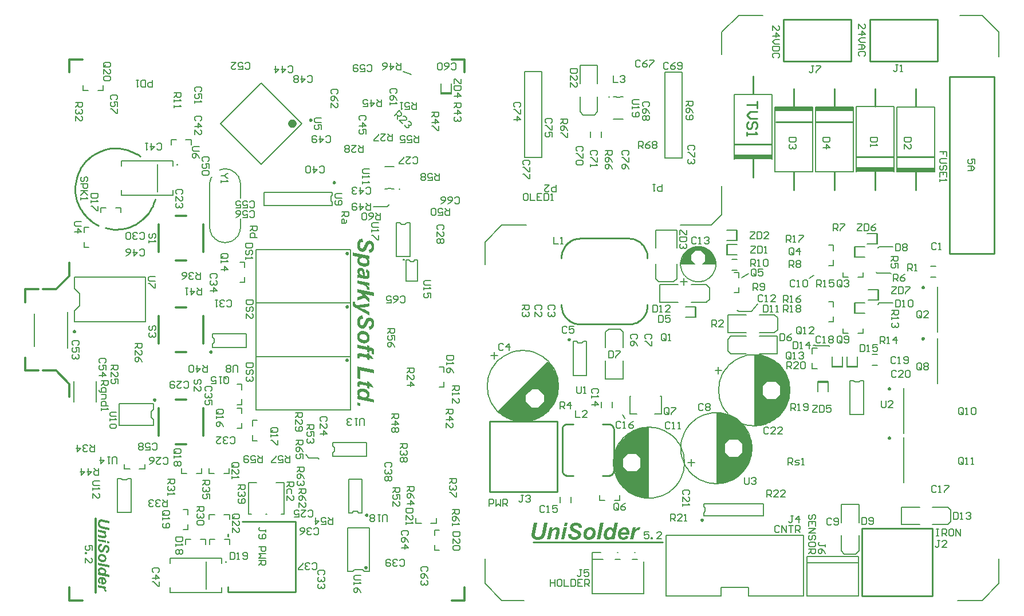
<source format=gto>
%FSTAX25Y25*%
%MOIN*%
%SFA1B1*%

%IPPOS*%
%ADD58C,0.012000*%
%ADD65C,0.010000*%
%ADD115C,0.009840*%
%ADD116C,0.023620*%
%ADD117C,0.008000*%
%ADD118C,0.007870*%
%ADD119C,0.005910*%
%ADD120C,0.005910*%
%ADD121R,0.220470X0.031500*%
%LNunisolder52_full-1*%
%LPD*%
G36*
X032509Y0417278D02*
Y0418328D01*
X0326465Y041804*
Y041699*
X0327177Y041684*
X032719*
X0327215Y0416828*
X0327265Y0416815*
X0327327Y0416803*
X0327477Y0416778*
X0327665Y0416728*
X0327852Y0416678*
X0328052Y0416615*
X0328227Y0416553*
X0328302Y0416515*
X0328365Y041649*
X032839Y0416478*
X032844Y0416453*
X0328515Y041639*
X0328615Y0416328*
X0328715Y0416228*
X0328827Y0416115*
X032894Y0415978*
X032904Y0415828*
X0329052Y0415803*
X0329077Y0415753*
X0329115Y0415653*
X0329165Y0415515*
X0329215Y0415353*
X0329252Y0415153*
X0329277Y0414928*
X032929Y0414678*
Y0414665*
Y041464*
Y041459*
Y0414528*
X0329277Y0414453*
Y0414353*
X0329265Y041424*
X0329252Y0414128*
X0329215Y0413853*
X0329152Y041354*
X0329077Y0413203*
X0328977Y0412853*
X032764Y0413215*
Y0413228*
X0327652Y041324*
X0327665Y0413278*
X0327677Y0413328*
X0327715Y0413453*
X0327765Y0413603*
X0327802Y0413778*
X032784Y0413965*
X0327865Y041414*
X0327877Y0414315*
Y0414328*
Y0414365*
X0327865Y0414428*
X0327852Y041449*
X0327827Y0414578*
X032779Y0414653*
X032774Y0414728*
X0327665Y041479*
X0327652*
X032764Y0414815*
X032759Y0414828*
X0327527Y0414865*
X0327427Y041489*
X0327302Y0414928*
X0327152Y0414978*
X0326952Y0415015*
X0326465Y0415115*
Y0413765*
X032509Y0414053*
Y0415403*
X0319502Y0416565*
Y041844*
X032509Y0417278*
G37*
G36*
X0322577Y042654D02*
X0322715D01*
X0322877Y0426515*
X0323065Y042649*
X0323277Y0426465*
X0323502Y0426415*
X032374Y0426353*
X032399Y042629*
X0324252Y0426203*
X0324515Y042609*
X0324765Y0425965*
X0325015Y0425828*
X0325252Y0425653*
X0325477Y0425465*
X032549Y0425453*
X0325527Y0425415*
X032559Y0425353*
X0325665Y0425265*
X0325752Y0425153*
X032584Y0425028*
X0325952Y0424878*
X0326065Y0424703*
X0326165Y0424503*
X0326277Y042429*
X0326365Y0424053*
X0326465Y0423803*
X0326527Y0423528*
X032659Y042324*
X0326627Y0422928*
X032664Y0422603*
Y042259*
Y042254*
Y0422453*
X0326627Y0422353*
X0326615Y0422215*
X032659Y0422065*
X0326565Y0421903*
X0326527Y0421728*
X032649Y042154*
X0326427Y042134*
X0326365Y042114*
X0326277Y042094*
X0326177Y042074*
X0326065Y0420553*
X0325927Y0420365*
X0325777Y0420203*
X0325765Y042019*
X032574Y0420165*
X032569Y0420128*
X0325627Y0420065*
X032554Y0420003*
X0325427Y0419928*
X0325315Y041984*
X0325177Y0419765*
X0325015Y0419678*
X032484Y0419603*
X0324652Y0419528*
X0324452Y0419465*
X032424Y0419403*
X0324002Y0419365*
X0323752Y041934*
X032349Y0419328*
X0323415*
X0323327Y041934*
X0323202*
X0323052Y0419365*
X032289Y041939*
X032269Y0419415*
X032249Y0419465*
X0322265Y0419515*
X0322027Y041959*
X0321777Y0419678*
X032154Y041979*
X0321277Y0419915*
X032104Y0420053*
X032079Y0420228*
X0320552Y0420415*
X032054Y0420428*
X0320502Y0420465*
X032044Y0420528*
X0320365Y0420615*
X0320265Y0420715*
X0320165Y0420853*
X0320052Y0421003*
X031994Y0421178*
X0319827Y0421378*
X0319715Y042159*
X0319615Y0421828*
X0319515Y042209*
X031944Y0422365*
X0319377Y0422665*
X031934Y0422978*
X0319327Y0423315*
Y0423328*
Y0423353*
Y0423415*
X031934Y0423478*
Y0423565*
X0319352Y0423665*
X0319377Y0423903*
X0319427Y0424165*
X031949Y0424465*
X031959Y0424753*
X0319715Y0425053*
Y0425065*
X031974Y042509*
X0319752Y0425128*
X031979Y0425178*
X0319877Y0425315*
X0320002Y0425478*
X0320165Y0425665*
X0320352Y0425853*
X0320577Y0426028*
X0320827Y042619*
X032084*
X0320865Y0426203*
X0320902Y0426228*
X0320952Y042624*
X0321027Y0426278*
X0321102Y0426303*
X032129Y0426365*
X0321527Y042644*
X032179Y042649*
X0322077Y042654*
X032239Y0426553*
X0322477*
X0322577Y042654*
G37*
G36*
X0326465Y041339D02*
Y0412478D01*
X0327577Y041224*
X0328877Y0410103*
X0326465Y041059*
Y040944*
X0325065Y0409728*
Y0410878*
X032214Y0411503*
X0322127*
X0322102Y0411515*
X0322065*
X0322015Y0411528*
X0321877Y0411553*
X0321727Y0411578*
X0321565Y0411615*
X0321427Y041164*
X0321302Y0411653*
X0321265Y0411665*
X0321202*
X0321165Y0411653*
X0321115*
X0321002Y0411603*
X032094Y0411578*
X032089Y0411528*
Y0411515*
X0320877Y0411503*
X0320852Y0411465*
X032084Y0411415*
X0320815Y041134*
X032079Y0411253*
X0320777Y0411153*
Y0411028*
Y0411015*
Y0411003*
Y0410965*
X032079Y0410903*
Y0410815*
X0320802Y0410715*
X0320815Y0410578*
X0320827Y0410403*
X0319427Y0410703*
Y0410728*
X0319415Y041079*
X0319402Y0410878*
X0319377Y0411015*
X0319365Y0411165*
X031934Y0411328*
X0319327Y0411515*
Y0411703*
Y0411715*
Y041174*
Y041179*
X031934Y0411865*
Y041194*
X0319352Y041204*
X0319377Y0412253*
X0319415Y041249*
X031949Y0412728*
X0319577Y0412953*
X031964Y0413053*
X0319702Y041314*
X0319715Y0413165*
X0319777Y0413215*
X0319865Y0413278*
X0319977Y0413365*
X032014Y0413453*
X0320315Y0413515*
X032054Y0413565*
X0320777Y041359*
X0320852*
X032094Y0413578*
X0321002Y0413565*
X032109*
X0321177Y0413553*
X032129Y0413528*
X0321402Y0413515*
X032154Y041349*
X0321702Y0413465*
X0321865Y0413428*
X0322052Y041339*
X0322265Y0413353*
X0325065Y0412753*
Y0413678*
X0326465Y041339*
G37*
G36*
Y039699D02*
Y0396078D01*
X0327577Y039584*
X0328877Y0393703*
X0326465Y039419*
Y039304*
X0325065Y0393328*
Y0394478*
X032214Y0395103*
X0322127*
X0322102Y0395115*
X0322065*
X0322015Y0395128*
X0321877Y0395153*
X0321727Y0395178*
X0321565Y0395215*
X0321427Y039524*
X0321302Y0395253*
X0321265Y0395265*
X0321202*
X0321165Y0395253*
X0321115*
X0321002Y0395203*
X032094Y0395178*
X032089Y0395128*
Y0395115*
X0320877Y0395103*
X0320852Y0395065*
X032084Y0395015*
X0320815Y039494*
X032079Y0394853*
X0320777Y0394753*
Y0394628*
Y0394615*
Y0394603*
Y0394565*
X032079Y0394503*
Y0394415*
X0320802Y0394315*
X0320815Y0394178*
X0320827Y0394003*
X0319427Y0394303*
Y0394328*
X0319415Y039439*
X0319402Y0394478*
X0319377Y0394615*
X0319365Y0394765*
X031934Y0394928*
X0319327Y0395115*
Y0395303*
Y0395315*
Y039534*
Y039539*
X031934Y0395465*
Y039554*
X0319352Y039564*
X0319377Y0395853*
X0319415Y039609*
X031949Y0396328*
X0319577Y0396553*
X031964Y0396653*
X0319702Y039674*
X0319715Y0396765*
X0319777Y0396815*
X0319865Y0396878*
X0319977Y0396965*
X032014Y0397053*
X0320315Y0397115*
X032054Y0397165*
X0320777Y039719*
X0320852*
X032094Y0397178*
X0321002Y0397165*
X032109*
X0321177Y0397153*
X032129Y0397128*
X0321402Y0397115*
X032154Y039709*
X0321702Y0397065*
X0321865Y0397028*
X0322052Y039699*
X0322265Y0396953*
X0325065Y0396353*
Y0397278*
X0326465Y039699*
G37*
G36*
X0329115Y040389D02*
Y0401903D01*
X0321102Y0403578*
Y0398678*
X0319502Y0399015*
Y040589*
X0329115Y040389*
G37*
G36*
X0322702Y0433578D02*
X0322615D01*
X0322552Y0433565*
X0322402Y0433553*
X0322215Y0433528*
X0322002Y043349*
X0321802Y043344*
X0321627Y0433365*
X032154Y0433328*
X0321477Y0433278*
X0321452Y0433253*
X0321402Y043319*
X0321365Y043314*
X0321315Y0433078*
X0321277Y0433003*
X0321227Y0432915*
X0321177Y0432815*
X032114Y043269*
X032109Y0432565*
X0321052Y0432415*
X0321027Y0432253*
X0321002Y0432078*
X0320977Y043189*
Y0431678*
Y0431665*
Y043164*
Y043159*
Y0431515*
X032099Y043144*
Y043134*
X0321015Y043114*
X0321065Y0430903*
X0321115Y0430665*
X0321202Y0430453*
X0321252Y0430353*
X0321315Y0430265*
X0321327Y043024*
X0321377Y043019*
X0321452Y0430128*
X0321552Y043004*
X0321677Y0429965*
X0321827Y042989*
X032199Y042984*
X0322165Y0429828*
X032224*
X0322315Y042984*
X0322415Y0429878*
X0322527Y0429915*
X0322652Y0429978*
X0322777Y0430065*
X032289Y043019*
X0322902Y0430203*
X0322927Y043024*
X0322977Y0430328*
X0323015Y043039*
X0323052Y0430453*
X0323102Y043054*
X0323152Y043064*
X0323215Y0430753*
X0323277Y0430878*
X032334Y0431015*
X0323415Y0431178*
X0323502Y0431365*
X032359Y0431565*
Y0431578*
X0323615Y0431615*
X032364Y0431665*
X0323677Y0431753*
X0323715Y043184*
X0323765Y043194*
X0323877Y043219*
X0324002Y0432453*
X032414Y0432728*
X0324277Y0432978*
X032434Y0433103*
X0324402Y0433203*
X0324415Y0433228*
X0324465Y043329*
X0324527Y0433378*
X0324627Y043349*
X0324752Y0433628*
X032489Y0433765*
X0325052Y043389*
X032524Y0434015*
X0325265Y0434028*
X0325327Y0434065*
X032544Y0434103*
X032559Y0434153*
X0325765Y0434215*
X0325977Y0434253*
X0326215Y043429*
X0326465Y0434303*
X0326577*
X0326665Y043429*
X0326765Y0434278*
X032689Y0434253*
X0327027Y0434228*
X0327177Y043419*
X0327327Y0434153*
X032749Y043409*
X0327652Y0434015*
X0327827Y0433928*
X032799Y0433828*
X0328165Y0433715*
X0328327Y0433578*
X0328477Y0433428*
X032849Y0433415*
X0328515Y043339*
X0328552Y043334*
X0328602Y0433265*
X0328665Y0433178*
X032874Y0433065*
X0328802Y0432928*
X032889Y0432778*
X0328965Y0432615*
X0329027Y0432428*
X0329102Y0432215*
X0329165Y043199*
X0329215Y043174*
X0329252Y0431478*
X0329277Y043119*
X032929Y043089*
Y0430865*
Y0430815*
Y0430728*
X0329277Y0430615*
X0329265Y0430465*
X0329252Y0430303*
X0329227Y0430115*
X032919Y0429928*
X032909Y0429503*
X0329027Y0429278*
X0328952Y0429065*
X0328865Y0428853*
X0328752Y042864*
X0328627Y0428453*
X032849Y0428265*
X0328477Y0428253*
X0328452Y0428228*
X0328415Y0428178*
X0328352Y0428115*
X0328265Y0428053*
X0328177Y0427965*
X0328065Y0427878*
X0327927Y042779*
X032779Y0427703*
X0327627Y0427603*
X0327452Y0427528*
X0327265Y042744*
X0327065Y0427378*
X0326852Y0427315*
X0326615Y0427265*
X0326377Y042724*
X0326302Y042914*
X0326327*
X0326365Y0429153*
X0326415*
X032654Y042919*
X032669Y0429228*
X0326865Y042929*
X032704Y0429378*
X0327202Y042949*
X0327352Y042964*
X0327365Y0429665*
X0327415Y0429715*
X0327477Y0429815*
X032754Y0429953*
X0327615Y043014*
X0327665Y0430353*
X0327715Y0430603*
X0327727Y0430903*
Y0430915*
Y043094*
Y0430978*
Y043104*
X0327715Y0431178*
X032769Y0431353*
X0327652Y043154*
X0327602Y043174*
X0327527Y0431915*
X0327427Y0432065*
X0327415Y0432078*
X0327377Y0432115*
X0327315Y0432178*
X0327227Y043224*
X0327127Y0432303*
X0327002Y0432365*
X0326865Y0432403*
X0326702Y0432415*
X032664*
X0326552Y0432403*
X0326465Y0432378*
X0326352Y043234*
X032624Y0432278*
X0326127Y0432203*
X0326015Y0432103*
X0326002Y043209*
X0325965Y043204*
X0325902Y043194*
X0325865Y0431878*
X0325815Y0431803*
X0325765Y0431715*
X0325715Y0431615*
X0325652Y043149*
X0325577Y0431365*
X0325515Y0431215*
X032544Y0431053*
X0325352Y0430878*
X0325265Y0430678*
X0325252Y0430653*
X0325227Y0430603*
X032519Y0430515*
X032514Y0430415*
X032509Y0430278*
X0325015Y0430128*
X032494Y0429965*
X0324852Y042979*
X0324665Y0429428*
X0324465Y042909*
X0324377Y0428928*
X0324277Y042879*
X032419Y0428665*
X0324102Y0428565*
X032409Y0428553*
X0324077Y042854*
X032404Y0428503*
X0323977Y0428453*
X0323915Y0428403*
X032384Y0428353*
X0323752Y042829*
X032364Y0428215*
X0323402Y042809*
X0323102Y042799*
X0322777Y0427903*
X032259Y042789*
X0322402Y0427878*
X0322352*
X0322277Y042789*
X032219*
X0322077Y0427903*
X0321952Y0427928*
X0321815Y0427965*
X0321652Y0428003*
X032149Y0428053*
X0321315Y0428128*
X0321127Y0428203*
X0320952Y0428303*
X0320765Y0428415*
X0320577Y0428553*
X0320402Y0428715*
X0320227Y042889*
X0320215Y0428903*
X032019Y042894*
X032014Y042899*
X032009Y0429078*
X0320015Y0429178*
X031994Y0429303*
X0319865Y0429453*
X0319777Y0429615*
X031969Y0429803*
X0319615Y0430015*
X031954Y0430253*
X0319465Y0430503*
X0319415Y0430765*
X0319365Y0431053*
X031934Y0431365*
X0319327Y043169*
Y0431703*
Y043174*
Y0431815*
X031934Y0431903*
Y0432003*
X0319352Y0432128*
X0319365Y0432265*
X0319377Y0432428*
X0319427Y0432753*
X0319502Y0433115*
X0319602Y043349*
X031974Y043384*
Y0433853*
X0319765Y0433878*
X0319777Y0433928*
X0319815Y043399*
X0319852Y0434065*
X0319915Y0434153*
X032004Y043434*
X0320202Y0434553*
X0320402Y0434765*
X0320627Y0434965*
X0320752Y0435053*
X032089Y0435128*
X0320902*
X0320927Y043514*
X0320965Y0435165*
X0321027Y043519*
X032109Y0435215*
X0321177Y043524*
X0321277Y0435278*
X032139Y0435315*
X032164Y0435378*
X0321927Y0435428*
X0322252Y0435465*
X0322602*
X0322702Y0433578*
G37*
G36*
X0321515Y0463315D02*
X0321602Y0463303D01*
X0321702Y046329*
X0321927Y0463253*
X0322177Y0463178*
X0322452Y0463065*
X0322577Y0463003*
X0322715Y0462915*
X032284Y0462828*
X0322952Y0462715*
X0322965Y0462703*
X0322977Y046269*
X0323015Y0462653*
X0323052Y046259*
X032309Y0462515*
X0323152Y0462428*
X0323202Y0462328*
X0323265Y0462203*
X0323327Y0462065*
X032339Y0461903*
X0323452Y0461715*
X0323515Y0461515*
X0323565Y046129*
X0323615Y0461053*
X0323652Y046079*
X0323677Y0460503*
Y046049*
Y046044*
X032369Y0460378*
X0323702Y046029*
X0323715Y0460178*
X0323727Y0460053*
X0323752Y0459765*
X032379Y0459465*
X032384Y0459178*
X0323865Y045904*
X032389Y0458903*
X0323927Y0458803*
X0323952Y0458703*
X0323965*
X0324015Y0458678*
X032409Y0458665*
X0324177Y045864*
X0324377Y0458603*
X0324477Y0458578*
X0324627*
X0324677Y045859*
X0324752Y0458603*
X0324827Y045864*
X0324915Y0458678*
X0325002Y045874*
X0325077Y0458828*
X032509Y045884*
X0325115Y0458878*
X032514Y0458928*
X032519Y0459003*
X0325227Y0459103*
X0325252Y0459228*
X0325277Y0459378*
X032529Y0459553*
Y0459578*
Y045964*
X0325277Y0459728*
X0325265Y045984*
X032524Y0459965*
X0325202Y0460103*
X0325152Y0460228*
X0325077Y0460353*
X0325065Y0460365*
X032504Y0460403*
X032499Y0460453*
X0324927Y0460503*
X0324852Y0460578*
X0324752Y046064*
X032464Y046069*
X0324515Y046074*
X0324665Y0462578*
X0324677*
X0324702Y0462565*
X0324752Y046254*
X0324815Y0462515*
X032489Y0462478*
X032499Y046244*
X032519Y0462328*
X0325427Y0462178*
X0325665Y046199*
X0325902Y0461765*
X0326115Y046149*
X0326127Y0461478*
X032614Y0461453*
X0326165Y0461403*
X0326202Y046134*
X032624Y0461265*
X0326277Y0461178*
X0326327Y0461065*
X0326377Y0460928*
X0326427Y046079*
X0326477Y046064*
X0326515Y0460465*
X0326552Y0460278*
X032659Y0460078*
X0326615Y0459865*
X032664Y045964*
Y0459403*
Y045939*
Y045934*
Y0459278*
X0326627Y0459178*
Y0459065*
X0326615Y045894*
X032659Y0458803*
X0326577Y0458653*
X0326502Y0458328*
X0326402Y045799*
X0326277Y0457678*
X032619Y045754*
X032609Y0457415*
Y0457403*
X0326065Y045739*
X032599Y0457315*
X0325877Y0457215*
X0325727Y045709*
X0325527Y0456965*
X0325302Y0456865*
X0325052Y045679*
X0324915Y0456778*
X0324765Y0456765*
X0324652*
X0324565Y0456778*
X0324465*
X0324352Y045679*
X032409Y0456828*
X0324077*
X0324052Y045684*
X0324015*
X0323965Y0456853*
X0323902Y0456865*
X0323827Y0456878*
X0323727Y045689*
X0323615Y0456915*
X032349Y045694*
X032334Y0456978*
X0323165Y0457015*
X0322965Y0457053*
X0322752Y0457103*
X0322502Y0457153*
X032224Y0457215*
X0322227*
X032219Y0457228*
X0322127Y045724*
X032204Y0457253*
X032194Y0457278*
X0321815Y0457303*
X0321552Y0457353*
X0321265Y0457403*
X0320977Y0457453*
X0320715Y0457478*
X032059Y045749*
X0320415*
X0320315Y0457478*
X0320202Y0457465*
X0320052Y0457453*
X031989Y0457428*
X0319702Y045739*
X0319502Y045734*
Y0459165*
X0319515*
X0319565Y0459178*
X031964Y0459203*
X031974Y0459228*
X0319852Y0459253*
X031999Y0459265*
X0320277Y0459303*
X0320252Y0459328*
X0320202Y0459378*
X0320127Y0459465*
X0320027Y0459578*
X0319915Y0459728*
X031979Y045989*
X0319677Y0460065*
X0319577Y0460265*
X0319565Y046029*
X031954Y0460353*
X0319502Y0460465*
X0319452Y0460603*
X0319402Y0460765*
X0319365Y046094*
X031934Y046114*
X0319327Y046134*
Y0461353*
Y0461378*
Y0461428*
X031934Y0461478*
Y0461553*
X0319352Y046164*
X0319402Y046184*
X0319465Y0462065*
X0319565Y0462303*
X0319702Y046254*
X031979Y0462653*
X031989Y0462765*
X0319902*
X0319915Y046279*
X0319952Y0462815*
X031999Y0462853*
X0320115Y046294*
X032029Y046304*
X0320502Y0463153*
X0320752Y046324*
X032104Y0463303*
X032119Y0463315*
X0321352Y0463328*
X0321452*
X0321515Y0463315*
G37*
G36*
X0326465Y0470203D02*
Y0468428D01*
X032574Y0468565*
Y0468553*
X0325765Y046854*
X0325815Y0468465*
X0325902Y0468353*
X0326015Y0468215*
X0326127Y0468053*
X032624Y0467878*
X032634Y046769*
X0326427Y0467503*
X032644Y0467478*
X0326465Y0467415*
X032649Y0467315*
X032654Y0467178*
X0326577Y0467015*
X0326602Y046684*
X0326627Y046664*
X032664Y0466428*
Y0466415*
Y0466378*
Y0466328*
X0326627Y0466253*
X0326615Y0466153*
X0326602Y0466053*
X032654Y0465803*
X0326452Y0465528*
X032639Y0465378*
X0326315Y0465228*
X0326227Y046509*
X0326127Y046494*
X0326015Y0464803*
X0325877Y0464678*
X0325865Y0464665*
X032584Y0464653*
X0325802Y0464615*
X032574Y0464578*
X0325652Y0464515*
X0325565Y0464465*
X0325452Y0464403*
X0325315Y046434*
X0325165Y0464278*
X0325002Y0464215*
X0324815Y0464153*
X0324615Y0464103*
X032439Y0464065*
X0324152Y0464028*
X0323902Y0464015*
X0323627Y0464003*
X032354*
X032344Y0464015*
X0323315*
X0323152Y046404*
X0322965Y0464065*
X0322752Y0464103*
X0322515Y046414*
X0322277Y0464203*
X0322015Y0464278*
X0321752Y0464378*
X0321477Y046449*
X0321215Y0464615*
X032094Y0464778*
X0320677Y0464953*
X0320427Y0465153*
X0320415Y0465165*
X0320377Y0465203*
X0320327Y0465253*
X0320252Y0465328*
X0320177Y0465428*
X0320077Y046554*
X0319977Y0465665*
X0319877Y0465815*
X0319777Y0465978*
X0319677Y0466153*
X0319577Y0466353*
X0319502Y0466553*
X0319427Y0466778*
X0319377Y0467003*
X031934Y046724*
X0319327Y046749*
Y0467503*
Y0467553*
X031934Y0467628*
Y0467715*
X0319365Y0467828*
X031939Y0467965*
X0319415Y0468115*
X0319465Y0468265*
X0319527Y046844*
X0319602Y0468615*
X031969Y0468778*
X0319802Y0468953*
X0319927Y0469128*
X0320077Y046929*
X032024Y046944*
X032044Y0469578*
X0316852Y0470328*
Y0472203*
X0326465Y0470203*
G37*
G36*
Y0454578D02*
Y0452815D01*
X0325127Y0453103*
X032514Y045309*
X032519Y0453053*
X0325265Y0453003*
X0325365Y0452928*
X0325477Y045284*
X0325602Y0452728*
X032574Y0452603*
X032589Y0452465*
X0326027Y0452315*
X0326165Y0452153*
X032629Y0451965*
X0326402Y0451778*
X0326502Y045159*
X0326577Y045139*
X0326627Y0451178*
X032664Y0450965*
Y0450953*
Y045089*
X0326627Y0450815*
X0326615Y0450703*
X032659Y0450578*
X0326552Y0450428*
X0326502Y0450265*
X0326427Y045009*
X032489Y0450815*
Y0450828*
X0324902Y0450865*
X0324927Y0450915*
X032494Y0450978*
X0324965Y0451065*
X0324977Y0451153*
X032499Y0451365*
Y045139*
Y0451453*
X0324965Y045154*
X032494Y0451665*
X0324902Y0451815*
X0324827Y045199*
X032474Y0452165*
X0324615Y0452353*
X0324602Y0452378*
X0324552Y045244*
X0324465Y0452528*
X0324352Y045264*
X0324215Y0452765*
X032404Y045289*
X0323852Y0453028*
X0323627Y045314*
X0323615*
X0323602Y0453153*
X0323565Y0453165*
X0323515Y045319*
X032344Y0453215*
X0323365Y045324*
X0323265Y0453278*
X0323152Y0453315*
X0323027Y0453365*
X0322877Y0453403*
X0322727Y0453453*
X0322552Y0453503*
X0322352Y0453553*
X032214Y0453603*
X0321915Y0453653*
X0321677Y0453703*
X0319502Y0454153*
Y0456028*
X0326465Y0454578*
G37*
G36*
X031829Y0443528D02*
Y0443515D01*
X0318277Y0443465*
X0318265Y0443403*
X031824Y0443315*
X0318227Y0443215*
X0318202Y0443103*
X031819Y0442865*
Y0442853*
Y0442828*
X0318202Y0442778*
X0318215Y0442715*
X0318227Y0442653*
X0318265Y0442565*
X0318302Y0442465*
X0318352Y0442365*
X0318427Y0442253*
X0318515Y044214*
X0318615Y0442015*
X031874Y0441903*
X031889Y0441778*
X0319065Y0441665*
X0319277Y0441553*
X0319502Y044144*
X0326465Y0442653*
Y044079*
X032299Y0440303*
X0322977*
X0322927Y044029*
X0322865*
X0322777Y0440278*
X0322665Y0440265*
X032254Y0440253*
X0322252Y0440215*
X0321952Y044019*
X032164Y0440153*
X032149Y044014*
X0321352Y0440128*
X032124Y0440115*
X032114*
X0321177Y0440103*
X0321227Y0440078*
X0321315Y0440053*
X0321402Y0440015*
X0321527Y0439965*
X0321652Y0439915*
X0321802Y0439853*
X0321965Y043979*
X032214Y0439703*
X0322515Y043954*
X0322927Y0439328*
X0323365Y0439103*
X0326465Y043744*
Y0435453*
X0318815Y043974*
X0318802*
X0318777Y0439765*
X0318727Y043979*
X0318665Y0439828*
X031859Y0439878*
X0318502Y0439928*
X0318302Y0440053*
X0318077Y0440178*
X0317865Y0440328*
X0317665Y0440465*
X0317577Y0440528*
X0317502Y044059*
X031749Y0440603*
X031744Y044064*
X0317365Y0440703*
X0317277Y044079*
X031719Y0440903*
X031709Y0441028*
X031699Y0441165*
X0316902Y0441328*
X031689Y0441353*
X0316865Y0441403*
X0316827Y044149*
X031679Y0441615*
X0316752Y0441765*
X0316715Y044194*
X031669Y044214*
X0316677Y0442353*
Y0442365*
Y0442378*
Y0442415*
Y0442453*
X031669Y0442578*
X0316702Y044274*
X0316727Y044294*
X0316765Y0443165*
X0316815Y0443415*
X031689Y044369*
X031829Y0443528*
G37*
G36*
X0329115Y044874D02*
Y0446853D01*
X032409Y0447903*
X0326465Y0445453*
Y0443003*
X032394Y0445803*
X0319502Y0444303*
Y044619*
X0322715Y0447153*
X0321577Y044844*
X0319502Y0448865*
Y045074*
X0329115Y044874*
G37*
G36*
X0322415Y0393015D02*
X032254D01*
X0322677Y0393003*
X0322852Y0392978*
X0323052Y0392953*
X0323265Y0392903*
X032349Y0392853*
X0323727Y039279*
X0323977Y0392715*
X032424Y0392628*
X0324502Y0392515*
X0324765Y039239*
X0325027Y039224*
X0325277Y0392078*
X032529Y0392065*
X032534Y0392028*
X0325402Y0391978*
X032549Y0391903*
X032559Y0391803*
X0325715Y039169*
X0325827Y0391553*
X0325965Y0391403*
X032609Y0391228*
X0326215Y039104*
X0326327Y0390828*
X0326427Y0390603*
X0326515Y0390353*
X0326577Y0390103*
X0326627Y0389828*
X032664Y038954*
Y0389528*
Y0389478*
X0326627Y0389403*
Y0389303*
X0326602Y038919*
X0326577Y0389053*
X032654Y0388903*
X0326502Y038874*
X032644Y0388578*
X0326365Y0388403*
X0326277Y0388228*
X0326165Y0388053*
X032604Y0387878*
X032589Y0387715*
X0325715Y0387553*
X0325515Y0387415*
X0329115Y0386628*
Y038474*
X0319502Y038684*
Y0388628*
X032024Y0388478*
X0320215Y0388503*
X0320165Y0388565*
X0320077Y0388665*
X0319965Y038879*
X0319852Y0388953*
X031974Y0389115*
X0319627Y0389303*
X031954Y038949*
X0319527Y0389515*
X0319502Y0389578*
X0319477Y0389678*
X031944Y0389815*
X031939Y0389978*
X0319365Y0390165*
X031934Y0390378*
X0319327Y0390603*
Y0390615*
Y0390653*
Y0390703*
X031934Y0390778*
X0319352Y0390878*
X0319365Y0390978*
X0319415Y0391228*
X0319502Y0391515*
X0319565Y0391653*
X031964Y0391803*
X0319727Y0391953*
X0319827Y039209*
X031994Y0392228*
X0320065Y0392365*
X0320077Y0392378*
X0320102Y039239*
X032014Y0392428*
X0320202Y0392465*
X0320277Y0392515*
X0320377Y0392578*
X032049Y039264*
X0320615Y039269*
X0320765Y0392753*
X0320927Y0392815*
X0321102Y0392878*
X0321302Y0392928*
X0321515Y0392965*
X032174Y0393003*
X032199Y0393015*
X0322252Y0393028*
X0322327*
X0322415Y0393015*
G37*
G36*
X0460804Y0305118D02*
X0458928D01*
X0460928Y0314731*
X0462816*
X0460804Y0305118*
G37*
G36*
X0429104Y0309281D02*
Y0309268D01*
X0429091Y0309206*
X0429066Y0309131*
X0429041Y0309018*
X0429003Y0308881*
X0428966Y0308731*
X0428916Y0308556*
X0428866Y0308381*
X0428741Y0307981*
X0428604Y0307568*
X0428441Y0307181*
X0428354Y0306993*
X0428266Y0306831*
Y0306818*
X0428241Y0306793*
X0428216Y0306756*
X0428179Y0306693*
X0428128Y0306618*
X0428066Y0306543*
X0427916Y0306343*
X0427716Y0306131*
X0427479Y0305906*
X0427191Y0305681*
X0426854Y0305468*
X0426841*
X0426816Y0305443*
X0426754Y0305418*
X0426679Y0305381*
X0426591Y0305343*
X0426478Y0305306*
X0426341Y0305256*
X0426191Y0305206*
X0426028Y0305156*
X0425853Y0305106*
X0425654Y0305068*
X0425441Y0305031*
X0425204Y0304993*
X0424966Y0304968*
X0424704Y0304956*
X0424441Y0304943*
X0424278*
X0424154Y0304956*
X0424016Y0304968*
X0423841Y0304993*
X0423654Y0305018*
X0423454Y0305043*
X0423029Y0305143*
X0422803Y0305206*
X0422591Y0305293*
X0422366Y0305381*
X0422154Y0305493*
X0421966Y0305618*
X0421778Y0305768*
X0421766Y0305781*
X0421741Y0305806*
X0421691Y0305856*
X0421629Y0305918*
X0421566Y0305993*
X0421491Y0306093*
X0421404Y0306218*
X0421316Y0306343*
X0421229Y0306493*
X0421141Y0306643*
X0421066Y0306818*
X0421003Y0307006*
X0420941Y0307206*
X0420891Y0307418*
X0420866Y0307643*
X0420854Y0307881*
Y0307893*
Y0307931*
Y0307981*
X0420866Y0308056*
Y0308143*
X0420879Y0308243*
X0420916Y0308468*
Y0308481*
X0420928Y0308518*
X0420941Y0308581*
X0420954Y0308693*
X0420966Y0308768*
X0420991Y0308843*
X0421003Y0308943*
X0421029Y0309056*
X0421066Y0309181*
X0421091Y0309318*
X0421129Y0309481*
X0421166Y0309656*
X0422291Y0314731*
X0424266*
X0423104Y0309493*
X0422828Y0308218*
Y0308206*
Y0308193*
X0422816Y0308156*
X0422803Y0308106*
X0422791Y0307968*
X0422766Y0307793*
Y0307768*
X0422779Y0307706*
X0422791Y0307606*
X0422828Y0307493*
X0422879Y0307356*
X0422954Y0307206*
X0423066Y0307068*
X0423216Y0306931*
X0423241Y0306918*
X0423304Y0306881*
X0423404Y0306818*
X0423554Y0306768*
X0423729Y0306706*
X0423966Y0306643*
X0424228Y0306606*
X0424529Y0306593*
X0424653*
X0424803Y0306606*
X0424978Y0306631*
X0425178Y0306656*
X0425391Y0306706*
X0425603Y0306768*
X0425804Y0306856*
X0425829Y0306868*
X0425891Y0306906*
X0425979Y0306968*
X0426091Y0307056*
X0426216Y0307168*
X0426354Y0307306*
X0426478Y0307468*
X0426591Y0307656*
Y0307668*
X0426604Y0307681*
X0426616Y0307718*
X0426641Y0307756*
X0426666Y0307818*
X0426704Y0307893*
X0426728Y0307981*
X0426766Y0308081*
X0426816Y0308206*
X0426854Y0308331*
X0426903Y0308481*
X0426954Y0308643*
X0427003Y0308831*
X0427053Y0309031*
X0427116Y0309243*
X0427166Y0309468*
X0428266Y0314731*
X0430229*
X0429104Y0309281*
G37*
G36*
X0439941Y0305118D02*
X0438066D01*
X0439516Y0312081*
X0441391*
X0439941Y0305118*
G37*
G36*
X0455216Y0312243D02*
X0455353Y0312231D01*
X0455504Y0312206*
X0455666Y0312181*
X0455841Y0312143*
X0456029Y0312106*
X0456228Y0312043*
X0456428Y0311981*
X0456629Y0311893*
X0456828Y0311793*
X0457016Y0311681*
X0457203Y0311543*
X0457366Y0311393*
X0457378Y0311381*
X0457404Y0311356*
X0457441Y0311306*
X0457504Y0311243*
X0457566Y0311156*
X0457641Y0311043*
X0457728Y0310931*
X0457803Y0310793*
X0457891Y0310631*
X0457966Y0310456*
X0458041Y0310268*
X0458104Y0310068*
X0458166Y0309856*
X0458204Y0309618*
X0458228Y0309368*
X0458241Y0309106*
Y0309081*
Y0309031*
X0458228Y0308943*
Y0308818*
X0458204Y0308668*
X0458179Y0308506*
X0458153Y0308306*
X0458104Y0308106*
X0458053Y0307881*
X0457978Y0307643*
X0457891Y0307393*
X0457779Y0307156*
X0457654Y0306893*
X0457516Y0306656*
X0457341Y0306406*
X0457154Y0306168*
X0457141Y0306156*
X0457103Y0306118*
X0457041Y0306056*
X0456953Y0305981*
X0456853Y0305881*
X0456716Y0305781*
X0456566Y0305668*
X0456391Y0305556*
X0456191Y0305443*
X0455978Y0305331*
X0455741Y0305231*
X0455478Y0305131*
X0455203Y0305056*
X0454904Y0304993*
X0454591Y0304956*
X0454253Y0304943*
X0454153*
X0454091Y0304956*
X0454003*
X0453903Y0304968*
X0453666Y0304993*
X0453404Y0305043*
X0453103Y0305106*
X0452816Y0305206*
X0452516Y0305331*
X0452503*
X0452479Y0305356*
X0452441Y0305368*
X0452391Y0305406*
X0452253Y0305493*
X0452091Y0305618*
X0451903Y0305781*
X0451716Y0305968*
X0451541Y0306193*
X0451378Y0306443*
Y0306456*
X0451366Y0306481*
X0451341Y0306518*
X0451329Y0306568*
X0451291Y0306643*
X0451266Y0306718*
X0451203Y0306906*
X0451128Y0307143*
X0451079Y0307406*
X0451028Y0307693*
X0451016Y0308006*
Y0308031*
Y0308093*
X0451028Y0308193*
Y0308331*
X0451053Y0308493*
X0451079Y0308681*
X0451103Y0308893*
X0451154Y0309118*
X0451216Y0309356*
X0451278Y0309606*
X0451366Y0309868*
X0451478Y0310131*
X0451604Y0310381*
X0451741Y0310631*
X0451916Y0310868*
X0452104Y0311093*
X0452116Y0311106*
X0452153Y0311143*
X0452216Y0311206*
X0452304Y0311281*
X0452416Y0311368*
X0452541Y0311456*
X0452691Y0311568*
X0452866Y0311681*
X0453066Y0311781*
X0453278Y0311893*
X0453516Y0311981*
X0453766Y0312081*
X0454041Y0312143*
X0454328Y0312206*
X0454641Y0312243*
X0454966Y0312256*
X0455116*
X0455216Y0312243*
G37*
G36*
X0475191D02*
X0475304Y0312231D01*
X0475416Y0312218*
X0475566Y0312193*
X0475716Y0312156*
X0476028Y0312056*
X0476203Y0311993*
X0476366Y0311918*
X0476541Y0311831*
X0476704Y0311718*
X0476854Y0311593*
X0477003Y0311456*
X0477016Y0311443*
X0477041Y0311418*
X0477078Y0311368*
X0477129Y0311306*
X0477178Y0311231*
X0477241Y0311131*
X0477316Y0311018*
X0477391Y0310881*
X0477454Y0310731*
X0477528Y0310568*
X0477591Y0310393*
X0477654Y0310193*
X0477691Y0309981*
X0477729Y0309743*
X0477753Y0309506*
X0477766Y0309243*
Y0309231*
Y0309218*
Y0309181*
Y0309131*
X0477753Y0308993*
Y0308831*
X0477729Y0308643*
X0477704Y0308431*
X0477678Y0308231*
X0477629Y0308018*
X0472916*
Y0308006*
Y0307956*
X0472903Y0307893*
Y0307843*
Y0307831*
Y0307818*
Y0307781*
X0472916Y0307731*
X0472928Y0307606*
X0472954Y0307443*
X0473003Y0307256*
X0473078Y0307068*
X0473166Y0306893*
X0473304Y0306718*
X0473316Y0306706*
X0473379Y0306656*
X0473466Y0306581*
X0473579Y0306506*
X0473716Y0306431*
X0473878Y0306356*
X0474066Y0306306*
X0474266Y0306293*
X0474303*
X0474354Y0306306*
X0474416*
X0474504Y0306318*
X0474591Y0306343*
X0474803Y0306418*
X0474916Y0306468*
X0475041Y0306531*
X0475166Y0306606*
X0475279Y0306706*
X0475403Y0306818*
X0475528Y0306943*
X0475641Y0307093*
X0475741Y0307268*
X0477428Y0306981*
Y0306968*
X0477403Y0306931*
X0477379Y0306881*
X0477341Y0306818*
X0477291Y0306731*
X0477228Y0306631*
X0477078Y0306406*
X0476891Y0306156*
X0476653Y0305906*
X0476404Y0305656*
X0476103Y0305443*
X0476091*
X0476066Y0305418*
X0476016Y0305393*
X0475953Y0305368*
X0475878Y0305331*
X0475791Y0305281*
X0475678Y0305243*
X0475566Y0305193*
X0475291Y0305106*
X0474978Y0305018*
X0474641Y0304968*
X0474266Y0304943*
X0474128*
X0474028Y0304956*
X0473916Y0304968*
X0473778Y0304993*
X0473616Y0305018*
X0473454Y0305056*
X0473279Y0305106*
X0473091Y0305156*
X0472891Y0305231*
X0472704Y0305318*
X0472516Y0305418*
X0472329Y0305543*
X0472154Y0305681*
X0471979Y0305831*
X0471966Y0305843*
X0471941Y0305868*
X0471904Y0305918*
X0471841Y0305993*
X0471778Y0306081*
X0471703Y0306193*
X0471629Y0306318*
X0471541Y0306456*
X0471466Y0306618*
X0471379Y0306793*
X0471304Y0306993*
X0471241Y0307193*
X0471178Y0307418*
X0471141Y0307656*
X0471116Y0307918*
X0471103Y0308181*
Y0308193*
Y0308243*
Y0308318*
X0471116Y0308418*
X0471129Y0308543*
X0471141Y0308693*
X0471166Y0308856*
X0471204Y0309043*
X0471241Y0309231*
X0471291Y0309443*
X0471366Y0309656*
X0471441Y0309868*
X0471528Y0310093*
X0471629Y0310306*
X0471754Y0310531*
X0471891Y0310743*
X0471904Y0310756*
X0471941Y0310806*
X0472004Y0310881*
X0472091Y0310981*
X0472203Y0311093*
X0472341Y0311218*
X0472491Y0311356*
X0472679Y0311506*
X0472891Y0311643*
X0473116Y0311781*
X0473366Y0311906*
X0473654Y0312018*
X0473941Y0312118*
X0474266Y0312193*
X0474616Y0312243*
X0474978Y0312256*
X0475104*
X0475191Y0312243*
G37*
G36*
X0483441D02*
X0483554Y0312231D01*
X0483678Y0312206*
X0483828Y0312168*
X0483991Y0312118*
X0484166Y0312043*
X0483441Y0310506*
X0483428*
X0483391Y0310518*
X0483341Y0310543*
X0483279Y0310556*
X0483191Y0310581*
X0483104Y0310593*
X0482891Y0310606*
X0482803*
X0482716Y0310581*
X0482591Y0310556*
X0482441Y0310518*
X0482266Y0310443*
X0482091Y0310356*
X0481904Y0310231*
X0481879Y0310218*
X0481816Y0310168*
X0481729Y0310081*
X0481616Y0309968*
X0481491Y0309831*
X0481366Y0309656*
X0481228Y0309468*
X0481116Y0309243*
Y0309231*
X0481104Y0309218*
X0481091Y0309181*
X0481066Y0309131*
X0481041Y0309056*
X0481016Y0308981*
X0480978Y0308881*
X0480941Y0308768*
X0480891Y0308643*
X0480854Y0308493*
X0480803Y0308343*
X0480754Y0308168*
X0480703Y0307968*
X0480653Y0307756*
X0480604Y0307531*
X0480553Y0307293*
X0480103Y0305118*
X0478229*
X0479678Y0312081*
X0481441*
X0481153Y0310743*
X0481166Y0310756*
X0481204Y0310806*
X0481253Y0310881*
X0481328Y0310981*
X0481416Y0311093*
X0481529Y0311218*
X0481653Y0311356*
X0481791Y0311506*
X0481941Y0311643*
X0482103Y0311781*
X0482291Y0311906*
X0482479Y0312018*
X0482666Y0312118*
X0482866Y0312193*
X0483078Y0312243*
X0483291Y0312256*
X0483366*
X0483441Y0312243*
G37*
G36*
X0441591Y0313031D02*
X0439716D01*
X0440066Y0314731*
X0441954*
X0441591Y0313031*
G37*
G36*
X0321315Y038464D02*
Y0382778D01*
X0319502Y038314*
Y0385003*
X0321315Y038464*
G37*
G36*
X0446953Y0314893D02*
X0447104Y0314881D01*
X0447266Y0314868*
X0447453Y0314843*
X0447641Y0314806*
X0448066Y0314706*
X0448291Y0314643*
X0448503Y0314568*
X0448716Y0314481*
X0448928Y0314368*
X0449116Y0314243*
X0449303Y0314106*
X0449316Y0314093*
X0449341Y0314068*
X0449391Y0314031*
X0449453Y0313968*
X0449516Y0313881*
X0449604Y0313793*
X0449691Y0313681*
X0449779Y0313543*
X0449866Y0313406*
X0449966Y0313243*
X0450041Y0313068*
X0450129Y0312881*
X0450191Y0312681*
X0450253Y0312468*
X0450304Y0312231*
X0450328Y0311993*
X0448428Y0311918*
Y0311931*
Y0311943*
X0448416Y0311981*
Y0312031*
X0448379Y0312156*
X0448341Y0312306*
X0448279Y0312481*
X0448191Y0312656*
X0448078Y0312818*
X0447928Y0312968*
X0447903Y0312981*
X0447854Y0313031*
X0447753Y0313093*
X0447616Y0313156*
X0447429Y0313231*
X0447216Y0313281*
X0446966Y0313331*
X0446666Y0313343*
X0446528*
X0446391Y0313331*
X0446216Y0313306*
X0446029Y0313268*
X0445828Y0313218*
X0445653Y0313143*
X0445504Y0313043*
X0445491Y0313031*
X0445454Y0312993*
X0445391Y0312931*
X0445329Y0312843*
X0445266Y0312743*
X0445203Y0312618*
X0445166Y0312481*
X0445154Y0312318*
Y0312306*
Y0312256*
X0445166Y0312168*
X0445191Y0312081*
X0445228Y0311968*
X0445291Y0311856*
X0445366Y0311743*
X0445466Y0311631*
X0445478Y0311618*
X0445529Y0311581*
X0445628Y0311518*
X0445691Y0311481*
X0445766Y0311431*
X0445854Y0311381*
X0445954Y0311331*
X0446078Y0311268*
X0446204Y0311193*
X0446353Y0311131*
X0446516Y0311056*
X0446691Y0310968*
X0446891Y0310881*
X0446916Y0310868*
X0446966Y0310843*
X0447053Y0310806*
X0447154Y0310756*
X0447291Y0310706*
X0447441Y0310631*
X0447604Y0310556*
X0447779Y0310468*
X0448141Y0310281*
X0448479Y0310081*
X0448641Y0309993*
X0448778Y0309893*
X0448904Y0309806*
X0449004Y0309718*
X0449016Y0309706*
X0449028Y0309693*
X0449066Y0309656*
X0449116Y0309593*
X0449166Y0309531*
X0449216Y0309456*
X0449278Y0309368*
X0449354Y0309256*
X0449478Y0309018*
X0449579Y0308718*
X0449666Y0308393*
X0449679Y0308206*
X0449691Y0308018*
Y0308006*
Y0307968*
X0449679Y0307893*
Y0307806*
X0449666Y0307693*
X0449641Y0307568*
X0449604Y0307431*
X0449566Y0307268*
X0449516Y0307106*
X0449441Y0306931*
X0449366Y0306743*
X0449266Y0306568*
X0449154Y0306381*
X0449016Y0306193*
X0448853Y0306018*
X0448678Y0305843*
X0448666Y0305831*
X0448629Y0305806*
X0448579Y0305756*
X0448491Y0305706*
X0448391Y0305631*
X0448266Y0305556*
X0448116Y0305481*
X0447954Y0305393*
X0447766Y0305306*
X0447553Y0305231*
X0447316Y0305156*
X0447066Y0305081*
X0446804Y0305031*
X0446516Y0304981*
X0446204Y0304956*
X0445879Y0304943*
X0445753*
X0445666Y0304956*
X0445566*
X0445441Y0304968*
X0445303Y0304981*
X0445141Y0304993*
X0444816Y0305043*
X0444453Y0305118*
X0444078Y0305218*
X0443728Y0305356*
X0443716*
X0443691Y0305381*
X0443641Y0305393*
X0443578Y0305431*
X0443504Y0305468*
X0443416Y0305531*
X0443228Y0305656*
X0443016Y0305818*
X0442803Y0306018*
X0442603Y0306243*
X0442516Y0306368*
X0442441Y0306506*
Y0306518*
X0442428Y0306543*
X0442404Y0306581*
X0442379Y0306643*
X0442353Y0306706*
X0442329Y0306793*
X0442291Y0306893*
X0442253Y0307006*
X0442191Y0307256*
X0442141Y0307543*
X0442103Y0307868*
Y0308218*
X0443991Y0308318*
Y0308306*
Y0308281*
Y0308231*
X0444003Y0308168*
X0444016Y0308018*
X0444041Y0307831*
X0444078Y0307618*
X0444129Y0307418*
X0444204Y0307243*
X0444241Y0307156*
X0444291Y0307093*
X0444316Y0307068*
X0444379Y0307018*
X0444428Y0306981*
X0444491Y0306931*
X0444566Y0306893*
X0444654Y0306843*
X0444754Y0306793*
X0444878Y0306756*
X0445004Y0306706*
X0445154Y0306668*
X0445316Y0306643*
X0445491Y0306618*
X0445679Y0306593*
X0446054*
X0446129Y0306606*
X0446229*
X0446428Y0306631*
X0446666Y0306681*
X0446904Y0306731*
X0447116Y0306818*
X0447216Y0306868*
X0447303Y0306931*
X0447329Y0306943*
X0447378Y0306993*
X0447441Y0307068*
X0447529Y0307168*
X0447604Y0307293*
X0447679Y0307443*
X0447728Y0307606*
X0447741Y0307781*
Y0307806*
Y0307856*
X0447728Y0307931*
X0447691Y0308031*
X0447653Y0308143*
X0447591Y0308268*
X0447504Y0308393*
X0447378Y0308506*
X0447366Y0308518*
X0447329Y0308543*
X0447241Y0308593*
X0447179Y0308631*
X0447116Y0308668*
X0447028Y0308718*
X0446929Y0308768*
X0446816Y0308831*
X0446691Y0308893*
X0446554Y0308956*
X0446391Y0309031*
X0446204Y0309118*
X0446003Y0309206*
X0445991*
X0445954Y0309231*
X0445903Y0309256*
X0445816Y0309293*
X0445728Y0309331*
X0445628Y0309381*
X0445378Y0309493*
X0445116Y0309618*
X0444841Y0309756*
X0444591Y0309893*
X0444466Y0309956*
X0444366Y0310018*
X0444341Y0310031*
X0444278Y0310081*
X0444191Y0310143*
X0444078Y0310243*
X0443941Y0310368*
X0443804Y0310506*
X0443679Y0310668*
X0443553Y0310856*
X0443541Y0310881*
X0443504Y0310943*
X0443466Y0311056*
X0443416Y0311206*
X0443354Y0311381*
X0443316Y0311593*
X0443279Y0311831*
X0443266Y0312081*
Y0312093*
Y0312131*
Y0312193*
X0443279Y0312281*
X0443291Y0312381*
X0443316Y0312506*
X0443341Y0312643*
X0443378Y0312793*
X0443416Y0312943*
X0443478Y0313106*
X0443553Y0313268*
X0443641Y0313443*
X0443741Y0313606*
X0443854Y0313781*
X0443991Y0313943*
X0444141Y0314093*
X0444153Y0314106*
X0444178Y0314131*
X0444229Y0314168*
X0444304Y0314218*
X0444391Y0314281*
X0444503Y0314356*
X0444641Y0314418*
X0444791Y0314506*
X0444953Y0314581*
X0445141Y0314643*
X0445354Y0314718*
X0445578Y0314781*
X0445828Y0314831*
X0446091Y0314868*
X0446379Y0314893*
X0446678Y0314906*
X0446841*
X0446953Y0314893*
G37*
G36*
X0469103Y0305118D02*
X0467316D01*
X0467466Y0305856*
X0467441Y0305831*
X0467379Y0305781*
X0467278Y0305693*
X0467154Y0305581*
X0466991Y0305468*
X0466828Y0305356*
X0466641Y0305243*
X0466454Y0305156*
X0466429Y0305143*
X0466366Y0305118*
X0466266Y0305093*
X0466128Y0305056*
X0465966Y0305006*
X0465778Y0304981*
X0465566Y0304956*
X0465341Y0304943*
X0465241*
X0465166Y0304956*
X0465066Y0304968*
X0464966Y0304981*
X0464716Y0305031*
X0464429Y0305118*
X0464291Y0305181*
X0464141Y0305256*
X0463991Y0305343*
X0463854Y0305443*
X0463716Y0305556*
X0463579Y0305681*
X0463566Y0305693*
X0463553Y0305718*
X0463516Y0305756*
X0463479Y0305818*
X0463428Y0305893*
X0463366Y0305993*
X0463304Y0306106*
X0463253Y0306231*
X0463191Y0306381*
X0463129Y0306543*
X0463066Y0306718*
X0463016Y0306918*
X0462979Y0307131*
X0462941Y0307356*
X0462928Y0307606*
X0462916Y0307868*
Y0307893*
Y0307943*
X0462928Y0308031*
Y0308156*
X0462941Y0308293*
X0462966Y0308468*
X0462991Y0308668*
X0463041Y0308881*
X0463091Y0309106*
X0463154Y0309343*
X0463229Y0309593*
X0463316Y0309856*
X0463428Y0310118*
X0463553Y0310381*
X0463703Y0310643*
X0463866Y0310893*
X0463878Y0310906*
X0463916Y0310956*
X0463966Y0311018*
X0464041Y0311106*
X0464141Y0311206*
X0464254Y0311331*
X0464391Y0311443*
X0464541Y0311581*
X0464716Y0311706*
X0464903Y0311831*
X0465116Y0311943*
X0465341Y0312043*
X0465591Y0312131*
X0465841Y0312193*
X0466116Y0312243*
X0466403Y0312256*
X0466466*
X0466541Y0312243*
X0466641*
X0466753Y0312218*
X0466891Y0312193*
X0467041Y0312156*
X0467204Y0312118*
X0467366Y0312056*
X0467541Y0311981*
X0467716Y0311893*
X0467891Y0311781*
X0468066Y0311656*
X0468228Y0311506*
X0468391Y0311331*
X0468529Y0311131*
X0469316Y0314731*
X0471204*
X0469103Y0305118*
G37*
G36*
X0435578Y0312243D02*
X0435653D01*
X0435741Y0312231*
X0435941Y0312193*
X0436154Y0312131*
X0436378Y0312043*
X0436603Y0311918*
X0436803Y0311756*
X0436829Y0311731*
X0436878Y0311668*
X0436966Y0311556*
X0437053Y0311406*
X0437141Y0311218*
X0437228Y0310981*
X0437279Y0310731*
X0437303Y0310431*
Y0310418*
Y0310356*
X0437291Y0310268*
X0437266Y0310118*
X0437254Y0310031*
X0437241Y0309931*
X0437216Y0309818*
X0437204Y0309693*
X0437166Y0309556*
X0437141Y0309393*
X0437104Y0309231*
X0437066Y0309043*
X0436229Y0305118*
X0434353*
X0435204Y0309056*
Y0309068*
X0435216Y0309093*
Y0309143*
X0435228Y0309193*
X0435266Y0309343*
X0435291Y0309518*
X0435328Y0309706*
X0435354Y0309881*
X0435379Y0310018*
X0435391Y0310081*
Y0310118*
Y0310131*
Y0310181*
X0435379Y0310243*
X0435366Y0310331*
X0435341Y0310418*
X0435303Y0310518*
X0435253Y0310606*
X0435179Y0310693*
X0435166Y0310706*
X0435141Y0310731*
X0435091Y0310756*
X0435029Y0310806*
X0434941Y0310843*
X0434841Y0310868*
X0434716Y0310893*
X0434579Y0310906*
X0434504*
X0434416Y0310893*
X0434304Y0310868*
X0434166Y0310818*
X0434003Y0310756*
X0433828Y0310668*
X0433641Y0310556*
X0433616Y0310543*
X0433554Y0310493*
X0433466Y0310418*
X0433354Y0310306*
X0433216Y0310181*
X0433091Y0310018*
X0432954Y0309831*
X0432841Y0309631*
X0432829Y0309606*
X0432803Y0309543*
X0432779Y0309506*
X0432766Y0309443*
X0432728Y0309368*
X0432703Y0309268*
X0432666Y0309168*
X0432628Y0309043*
X0432591Y0308918*
X0432553Y0308756*
X0432504Y0308593*
X0432466Y0308406*
X0432416Y0308193*
X0432366Y0307968*
X0431766Y0305118*
X0429891*
X0431341Y0312081*
X0433128*
X0432954Y0311168*
X0432966Y0311181*
X0432978Y0311193*
X0433016Y0311231*
X0433066Y0311268*
X0433204Y0311368*
X0433366Y0311493*
X0433554Y0311631*
X0433766Y0311768*
X0433991Y0311893*
X0434203Y0312006*
X0434216*
X0434229Y0312018*
X0434304Y0312043*
X0434429Y0312081*
X0434579Y0312131*
X0434766Y0312181*
X0434978Y0312218*
X0435204Y0312243*
X0435441Y0312256*
X0435529*
X0435578Y0312243*
G37*
G36*
X0173267Y0309835D02*
Y0308644D01*
X0172659Y0308761*
X0172668Y0308752*
X0172676Y0308744*
X0172701Y0308719*
X0172726Y0308686*
X0172792Y0308594*
X0172876Y0308486*
X0172968Y0308361*
X0173059Y0308219*
X0173142Y0308069*
X0173217Y0307928*
Y0307919*
X0173226Y0307911*
X0173242Y0307861*
X0173267Y0307778*
X0173301Y0307678*
X0173334Y0307553*
X0173359Y0307411*
X0173376Y0307261*
X0173384Y0307103*
Y0307095*
Y0307078*
Y0307045*
X0173376Y0307011*
Y0306961*
X0173367Y0306903*
X0173342Y030677*
X0173301Y0306628*
X0173242Y0306478*
X0173159Y0306328*
X0173051Y0306195*
X0173034Y0306178*
X0172993Y0306145*
X0172917Y0306087*
X0172818Y0306028*
X0172693Y030597*
X0172534Y0305912*
X0172368Y0305878*
X0172168Y0305862*
X0172118*
X017206Y030587*
X0171959Y0305887*
X0171901Y0305895*
X0171835Y0305904*
X017176Y030592*
X0171676Y0305928*
X0171585Y0305953*
X0171476Y030597*
X0171368Y0305995*
X0171243Y030602*
X0168628Y0306578*
Y0307828*
X0171251Y0307261*
X017126*
X0171276Y0307253*
X017131*
X0171343Y0307245*
X0171443Y030722*
X017156Y0307203*
X0171685Y0307178*
X0171801Y0307161*
X0171893Y0307145*
X0171934Y0307136*
X0172001*
X0172043Y0307145*
X0172101Y0307153*
X017216Y030717*
X0172226Y0307195*
X0172284Y0307228*
X0172343Y0307278*
X0172351Y0307286*
X0172368Y0307303*
X0172384Y0307336*
X0172418Y0307378*
X0172443Y0307436*
X0172459Y0307503*
X0172476Y0307586*
X0172484Y0307678*
Y0307694*
Y0307728*
X0172476Y0307786*
X0172459Y0307861*
X0172426Y0307953*
X0172384Y0308061*
X0172326Y0308178*
X0172251Y0308302*
X0172243Y0308319*
X0172209Y0308361*
X017216Y0308419*
X0172084Y0308494*
X0172001Y0308586*
X0171893Y0308669*
X0171768Y0308761*
X0171635Y0308836*
X0171618Y0308844*
X0171576Y0308861*
X0171551Y0308877*
X017151Y0308886*
X017146Y0308911*
X0171393Y0308927*
X0171326Y0308952*
X0171243Y0308977*
X017116Y0309002*
X0171052Y0309027*
X0170943Y0309061*
X0170818Y0309085*
X0170677Y0309119*
X0170527Y0309152*
X0168628Y0309552*
Y0310802*
X0173267Y0309835*
G37*
G36*
X0170585Y0316816D02*
X0170643D01*
X017071Y0316807*
X017086Y0316782*
X0170868*
X0170893Y0316774*
X0170935Y0316766*
X017101Y0316757*
X017106Y0316749*
X017111Y0316733*
X0171177Y0316724*
X0171251Y0316707*
X0171335Y0316683*
X0171426Y0316666*
X0171535Y0316641*
X0171651Y0316616*
X0175033Y0315866*
Y031455*
X0171543Y0315325*
X0170693Y0315508*
X0170677*
X0170652Y0315516*
X0170618Y0315525*
X0170527Y0315533*
X017041Y031555*
X0170394*
X0170352Y0315541*
X0170285Y0315533*
X017021Y0315508*
X0170119Y0315475*
X0170019Y0315425*
X0169927Y031535*
X0169835Y031525*
X0169827Y0315233*
X0169802Y0315191*
X016976Y0315125*
X0169727Y0315025*
X0169685Y0314908*
X0169644Y031475*
X0169619Y0314575*
X0169611Y0314375*
Y0314367*
Y031435*
Y0314325*
Y0314292*
X0169619Y0314192*
X0169635Y0314075*
X0169652Y0313942*
X0169685Y03138*
X0169727Y0313659*
X0169785Y0313525*
X0169794Y0313509*
X0169819Y0313467*
X016986Y0313409*
X0169919Y0313334*
X0169994Y031325*
X0170085Y0313159*
X0170194Y0313076*
X0170318Y0313001*
X0170327*
X0170335Y0312992*
X017036Y0312984*
X0170385Y0312967*
X0170427Y0312951*
X0170477Y0312926*
X0170535Y0312909*
X0170602Y0312884*
X0170685Y0312851*
X0170768Y0312826*
X0170868Y0312792*
X0170977Y0312759*
X0171101Y0312726*
X0171235Y0312692*
X0171376Y0312651*
X0171526Y0312617*
X0175033Y0311884*
Y0310577*
X0171401Y0311326*
X0171393*
X0171351Y0311335*
X0171301Y0311351*
X0171227Y0311368*
X0171135Y0311393*
X0171035Y0311418*
X0170918Y0311451*
X0170802Y0311485*
X0170535Y0311568*
X017026Y031166*
X0170002Y0311768*
X0169877Y0311826*
X0169769Y0311884*
X016976*
X0169744Y0311901*
X0169719Y0311918*
X0169677Y0311943*
X0169627Y0311976*
X0169577Y0312018*
X0169444Y0312118*
X0169302Y0312251*
X0169152Y0312409*
X0169002Y0312601*
X0168861Y0312826*
Y0312834*
X0168844Y0312851*
X0168827Y0312892*
X0168802Y0312942*
X0168778Y0313001*
X0168753Y0313076*
X0168719Y0313167*
X0168686Y0313267*
X0168652Y0313375*
X0168619Y0313492*
X0168594Y0313625*
X0168569Y0313767*
X0168544Y0313925*
X0168528Y0314084*
X0168519Y0314258*
X0168511Y0314433*
Y031445*
Y0314483*
Y0314542*
X0168519Y0314625*
X0168528Y0314717*
X0168544Y0314833*
X0168561Y0314958*
X0168578Y0315091*
X0168644Y0315375*
X0168686Y0315525*
X0168744Y0315666*
X0168802Y0315816*
X0168877Y0315958*
X0168961Y0316083*
X0169061Y0316208*
X0169069Y0316216*
X0169086Y0316233*
X0169119Y0316266*
X0169161Y0316308*
X0169211Y0316349*
X0169277Y0316399*
X0169361Y0316458*
X0169444Y0316516*
X0169544Y0316574*
X0169644Y0316633*
X016976Y0316683*
X0169885Y0316724*
X0170019Y0316766*
X017016Y0316799*
X017031Y0316816*
X0170468Y0316824*
X0170535*
X0170585Y0316816*
G37*
G36*
X0173267Y0304387D02*
Y0303138D01*
X0168628Y0304104*
Y0305354*
X0173267Y0304387*
G37*
G36*
X017076Y0301405D02*
X0170702D01*
X017066Y0301397*
X017056Y0301389*
X0170435Y0301372*
X0170293Y0301347*
X017016Y0301314*
X0170044Y0301264*
X0169985Y0301239*
X0169944Y0301205*
X0169927Y0301189*
X0169894Y0301147*
X0169869Y0301114*
X0169835Y0301072*
X016981Y0301022*
X0169777Y0300964*
X0169744Y0300897*
X0169719Y0300814*
X0169685Y030073*
X016966Y0300631*
X0169644Y0300522*
X0169627Y0300406*
X0169611Y0300281*
Y0300139*
Y0300131*
Y0300114*
Y0300081*
Y0300031*
X0169619Y0299981*
Y0299914*
X0169635Y0299781*
X0169669Y0299623*
X0169702Y0299464*
X016976Y0299323*
X0169794Y0299256*
X0169835Y0299198*
X0169844Y0299181*
X0169877Y0299148*
X0169927Y0299106*
X0169994Y0299048*
X0170077Y0298998*
X0170177Y0298948*
X0170285Y0298915*
X0170402Y0298906*
X0170452*
X0170502Y0298915*
X0170568Y029894*
X0170643Y0298965*
X0170727Y0299006*
X017081Y0299064*
X0170885Y0299148*
X0170893Y0299156*
X017091Y0299181*
X0170943Y0299239*
X0170968Y0299281*
X0170993Y0299323*
X0171027Y0299381*
X017106Y0299448*
X0171101Y0299523*
X0171143Y0299606*
X0171185Y0299698*
X0171235Y0299806*
X0171293Y0299931*
X0171351Y0300064*
Y0300073*
X0171368Y0300097*
X0171385Y0300131*
X017141Y0300189*
X0171435Y0300247*
X0171468Y0300314*
X0171543Y0300481*
X0171626Y0300656*
X0171718Y0300839*
X017181Y0301005*
X0171851Y0301089*
X0171893Y0301155*
X0171901Y0301172*
X0171934Y0301214*
X0171976Y0301272*
X0172043Y0301347*
X0172126Y0301439*
X0172218Y030153*
X0172326Y0301613*
X0172451Y0301697*
X0172468Y0301705*
X0172509Y030173*
X0172584Y0301755*
X0172684Y0301788*
X0172801Y030183*
X0172942Y0301855*
X0173101Y030188*
X0173267Y0301888*
X0173342*
X0173401Y030188*
X0173467Y0301872*
X0173551Y0301855*
X0173642Y0301838*
X0173742Y0301813*
X0173842Y0301788*
X017395Y0301747*
X0174059Y0301697*
X0174175Y0301639*
X0174284Y0301572*
X01744Y0301497*
X0174509Y0301405*
X0174609Y0301305*
X0174617Y0301297*
X0174634Y030128*
X0174659Y0301247*
X0174692Y0301197*
X0174733Y0301139*
X0174783Y0301064*
X0174825Y0300972*
X0174883Y0300872*
X0174933Y0300764*
X0174975Y0300639*
X0175025Y0300497*
X0175067Y0300347*
X01751Y0300181*
X0175125Y0300006*
X0175142Y0299814*
X017515Y0299614*
Y0299598*
Y0299564*
Y0299506*
X0175142Y0299431*
X0175133Y0299331*
X0175125Y0299223*
X0175108Y0299098*
X0175083Y0298973*
X0175017Y029869*
X0174975Y029854*
X0174925Y0298398*
X0174867Y0298256*
X0174792Y0298115*
X0174708Y029799*
X0174617Y0297865*
X0174609Y0297857*
X0174592Y029784*
X0174567Y0297807*
X0174525Y0297765*
X0174467Y0297723*
X0174409Y0297665*
X0174334Y0297607*
X0174242Y0297549*
X017415Y029749*
X0174042Y0297424*
X0173925Y0297374*
X0173801Y0297315*
X0173667Y0297274*
X0173526Y0297232*
X0173367Y0297199*
X0173209Y0297182*
X0173159Y0298448*
X0173176*
X0173201Y0298456*
X0173234*
X0173317Y0298481*
X0173417Y0298506*
X0173534Y0298548*
X0173651Y0298606*
X0173759Y0298681*
X0173859Y0298781*
X0173867Y0298798*
X01739Y0298831*
X0173942Y0298898*
X0173984Y029899*
X0174034Y0299114*
X0174067Y0299256*
X01741Y0299423*
X0174109Y0299623*
Y0299631*
Y0299648*
Y0299673*
Y0299714*
X01741Y0299806*
X0174084Y0299922*
X0174059Y0300047*
X0174025Y0300181*
X0173975Y0300297*
X0173909Y0300397*
X01739Y0300406*
X0173875Y0300431*
X0173834Y0300472*
X0173775Y0300514*
X0173709Y0300556*
X0173626Y0300597*
X0173534Y0300622*
X0173426Y0300631*
X0173384*
X0173326Y0300622*
X0173267Y0300606*
X0173192Y0300581*
X0173117Y0300539*
X0173042Y0300489*
X0172968Y0300422*
X0172959Y0300414*
X0172934Y0300381*
X0172892Y0300314*
X0172868Y0300272*
X0172834Y0300222*
X0172801Y0300164*
X0172768Y0300097*
X0172726Y0300014*
X0172676Y0299931*
X0172634Y0299831*
X0172584Y0299723*
X0172526Y0299606*
X0172468Y0299473*
X0172459Y0299456*
X0172443Y0299423*
X0172418Y0299364*
X0172384Y0299298*
X0172351Y0299206*
X0172301Y0299106*
X0172251Y0298998*
X0172193Y0298881*
X0172068Y029864*
X0171934Y0298415*
X0171876Y0298306*
X017181Y0298215*
X0171751Y0298132*
X0171693Y0298065*
X0171685Y0298057*
X0171676Y0298048*
X0171651Y0298023*
X017161Y029799*
X0171568Y0297957*
X0171518Y0297923*
X017146Y0297882*
X0171385Y0297832*
X0171227Y0297748*
X0171027Y0297682*
X017081Y0297623*
X0170685Y0297615*
X017056Y0297607*
X0170527*
X0170477Y0297615*
X0170419*
X0170343Y0297623*
X017026Y029764*
X0170169Y0297665*
X017006Y029769*
X0169952Y0297723*
X0169835Y0297773*
X016971Y0297823*
X0169594Y029789*
X0169469Y0297965*
X0169344Y0298057*
X0169227Y0298165*
X0169111Y0298282*
X0169102Y029829*
X0169086Y0298315*
X0169052Y0298348*
X0169019Y0298407*
X0168969Y0298473*
X0168919Y0298556*
X0168869Y0298656*
X0168811Y0298765*
X0168753Y029889*
X0168702Y0299031*
X0168652Y0299189*
X0168603Y0299356*
X0168569Y0299531*
X0168536Y0299723*
X0168519Y0299931*
X0168511Y0300147*
Y0300156*
Y0300181*
Y0300231*
X0168519Y0300289*
Y0300356*
X0168528Y0300439*
X0168536Y0300531*
X0168544Y0300639*
X0168578Y0300855*
X0168628Y0301097*
X0168694Y0301347*
X0168786Y030158*
Y0301589*
X0168802Y0301605*
X0168811Y0301639*
X0168836Y030168*
X0168861Y030173*
X0168902Y0301788*
X0168986Y0301913*
X0169094Y0302055*
X0169227Y0302197*
X0169377Y030233*
X016946Y0302388*
X0169552Y0302438*
X0169561*
X0169577Y0302447*
X0169602Y0302463*
X0169644Y030248*
X0169685Y0302497*
X0169744Y0302513*
X016981Y0302538*
X0169885Y0302563*
X0170052Y0302605*
X0170244Y0302638*
X017046Y0302663*
X0170693*
X017076Y0301405*
G37*
G36*
X0175033Y0304021D02*
Y0302763D01*
X01739Y0303005*
Y0304254*
X0175033Y0304021*
G37*
G36*
X0433478Y0405708D02*
Y0404294D01*
X0434892Y040288*
Y0401466*
X0435953Y0400405*
Y0396869*
X043666Y0396162*
Y0392627*
X0435953Y039192*
Y0388384*
X0434892Y0387323*
Y0385909*
X0433478Y0384495*
Y0383081*
X0427821Y0377424*
X0427114*
X0425346Y0375656*
X0423932*
X0422871Y0374595*
X042075*
X0420043Y0373888*
X0411557*
X041085Y0374595*
X0408729*
X0407668Y0375656*
X0406254*
X040484Y037707*
X0404133*
X0401304Y0379899*
X04158Y0394394*
X0430296Y040889*
X0433478Y0405708*
G37*
G36*
X0522352Y0474354D02*
X0523351D01*
X0526351Y0471354*
Y0470354*
X0527851Y0468854*
Y0466854*
X0528351Y0466354*
Y0465354*
X0519851*
X0521851Y0467354*
Y0470854*
X0519351Y0473354*
X0516352*
X0513851Y0470854*
Y0467854*
X0516352Y0465354*
X0507852*
Y0468354*
X0508851Y0469354*
Y0470854*
X0511852Y0473854*
X0512851*
X0514352Y0475354*
X0521351*
X0522352Y0474354*
G37*
G36*
X0555992Y0411527D02*
X0557992D01*
X0558992Y0410528*
X0560492*
X0562992Y0408028*
X0563992*
X0566492Y0405527*
Y0404528*
X0568992Y0402028*
Y0400527*
X0569992Y0399528*
Y0397528*
X0570992Y0396528*
Y0388527*
X0570492Y0388028*
Y0385527*
X0569492Y0384527*
Y0383028*
X0567992Y0381527*
Y0380527*
X0561992Y0374528*
X0560992*
X0559492Y0373027*
X0557992*
X0556992Y0372027*
X0554992*
X0554492Y0371528*
X0550492*
Y0392027*
Y0412528*
X0554992*
X0555992Y0411527*
G37*
G36*
X0489173Y0349803D02*
Y0329303D01*
X0484673*
X0483673Y0330303*
X0481673*
X0480673Y0331303*
X0479173*
X0476673Y0333803*
X0475673*
X0473173Y0336303*
Y0337303*
X0470673Y0339803*
Y0341303*
X0469673Y0342303*
Y0344303*
X0468673Y0345303*
Y0353303*
X0469173Y0353803*
Y0356303*
X0470173Y0357303*
Y0358803*
X0471673Y0360303*
Y0361303*
X0477673Y0367303*
X0478673*
X0480173Y0368803*
X0481673*
X0482673Y0369803*
X0484673*
X0485173Y0370303*
X0489173*
Y0349803*
G37*
G36*
X0533945Y0377768D02*
X0535945D01*
X0536945Y0376768*
X0538445*
X0540945Y0374268*
X0541945*
X0544445Y0371768*
Y0370768*
X0546945Y0368268*
Y0366768*
X0547945Y0365768*
Y0363768*
X0548945Y0362768*
Y0354768*
X0548445Y0354268*
Y0351768*
X0547445Y0350768*
Y0349268*
X0545945Y0347768*
Y0346768*
X0539945Y0340768*
X0538945*
X0537445Y0339268*
X0535945*
X0534945Y0338268*
X0532945*
X0532445Y0337768*
X0528445*
Y0358268*
Y0378768*
X0532945*
X0533945Y0377768*
G37*
G36*
X0170677Y0296715D02*
X0170768D01*
X0170877Y0296699*
X0171002Y0296682*
X0171143Y0296666*
X0171293Y0296632*
X0171451Y029659*
X0171618Y0296549*
X0171793Y0296491*
X0171968Y0296416*
X0172134Y0296332*
X0172301Y0296241*
X0172459Y0296124*
X0172609Y0295999*
X0172618Y0295991*
X0172643Y0295966*
X0172684Y0295924*
X0172734Y0295866*
X0172792Y0295791*
X0172851Y0295708*
X0172926Y0295608*
X0173001Y0295491*
X0173067Y0295358*
X0173142Y0295216*
X0173201Y0295058*
X0173267Y0294891*
X0173309Y0294708*
X0173351Y0294516*
X0173376Y0294308*
X0173384Y0294092*
Y0294083*
Y029405*
Y0293992*
X0173376Y0293925*
X0173367Y0293833*
X0173351Y0293733*
X0173334Y0293625*
X0173309Y0293508*
X0173284Y0293384*
X0173242Y029325*
X0173201Y0293117*
X0173142Y0292984*
X0173076Y029285*
X0173001Y0292725*
X0172909Y02926*
X0172809Y0292492*
X0172801Y0292484*
X0172784Y0292467*
X0172751Y0292442*
X0172709Y0292401*
X0172651Y0292359*
X0172576Y0292309*
X0172501Y0292251*
X0172409Y0292201*
X0172301Y0292142*
X0172184Y0292092*
X017206Y0292042*
X0171926Y0292001*
X0171785Y0291959*
X0171626Y0291934*
X017146Y0291917*
X0171285Y0291909*
X0171235*
X0171177Y0291917*
X0171093*
X0170993Y0291934*
X0170885Y0291951*
X0170752Y0291967*
X0170618Y0292001*
X0170468Y0292034*
X017031Y0292084*
X0170144Y0292142*
X0169985Y0292217*
X016981Y0292301*
X0169652Y0292392*
X0169485Y0292509*
X0169327Y0292634*
X0169319Y0292642*
X0169294Y0292667*
X0169252Y0292709*
X0169202Y0292767*
X0169136Y0292834*
X0169069Y0292925*
X0168994Y0293025*
X0168919Y0293142*
X0168844Y0293275*
X0168769Y0293417*
X0168702Y0293575*
X0168636Y029375*
X0168586Y0293933*
X0168544Y0294133*
X0168519Y0294341*
X0168511Y0294566*
Y0294575*
Y0294591*
Y0294633*
X0168519Y0294675*
Y0294733*
X0168528Y02948*
X0168544Y0294958*
X0168578Y0295133*
X0168619Y0295333*
X0168686Y0295524*
X0168769Y0295724*
Y0295732*
X0168786Y0295749*
X0168794Y0295774*
X0168819Y0295808*
X0168877Y0295899*
X0168961Y0296007*
X0169069Y0296132*
X0169194Y0296257*
X0169344Y0296374*
X016951Y0296482*
X0169519*
X0169536Y0296491*
X0169561Y0296507*
X0169594Y0296515*
X0169644Y029654*
X0169694Y0296557*
X0169819Y0296599*
X0169977Y0296649*
X0170152Y0296682*
X0170343Y0296715*
X0170552Y0296724*
X017061*
X0170677Y0296715*
G37*
G36*
X0170568Y0288785D02*
X0170652D01*
X0170743Y0288777*
X017086Y028876*
X0170993Y0288744*
X0171135Y028871*
X0171285Y0288677*
X0171443Y0288635*
X017161Y0288585*
X0171785Y0288527*
X0171959Y0288452*
X0172134Y0288369*
X0172309Y0288269*
X0172476Y0288161*
X0172484Y0288152*
X0172518Y0288127*
X0172559Y0288094*
X0172618Y0288044*
X0172684Y0287977*
X0172768Y0287902*
X0172843Y0287811*
X0172934Y0287711*
X0173018Y0287594*
X0173101Y0287469*
X0173176Y0287328*
X0173242Y0287178*
X0173301Y0287011*
X0173342Y0286844*
X0173376Y0286661*
X0173384Y028647*
Y0286461*
Y0286428*
X0173376Y0286378*
Y0286311*
X0173359Y0286236*
X0173342Y0286145*
X0173317Y0286045*
X0173292Y0285936*
X0173251Y0285828*
X0173201Y0285712*
X0173142Y0285595*
X0173067Y0285478*
X0172984Y0285362*
X0172884Y0285253*
X0172768Y0285145*
X0172634Y0285053*
X0175033Y0284529*
Y0283271*
X0168628Y028467*
Y0285861*
X0169119Y0285761*
X0169102Y0285778*
X0169069Y028582*
X0169011Y0285887*
X0168936Y028597*
X0168861Y0286078*
X0168786Y0286186*
X0168711Y0286311*
X0168652Y0286436*
X0168644Y0286453*
X0168628Y0286495*
X0168611Y0286561*
X0168586Y0286653*
X0168553Y0286761*
X0168536Y0286886*
X0168519Y0287028*
X0168511Y0287178*
Y0287186*
Y0287211*
Y0287244*
X0168519Y0287294*
X0168528Y0287361*
X0168536Y0287427*
X0168569Y0287594*
X0168628Y0287786*
X0168669Y0287877*
X0168719Y0287977*
X0168778Y0288077*
X0168844Y0288169*
X0168919Y0288261*
X0169002Y0288352*
X0169011Y0288361*
X0169027Y0288369*
X0169052Y0288394*
X0169094Y0288419*
X0169144Y0288452*
X0169211Y0288494*
X0169286Y0288535*
X0169369Y0288569*
X0169469Y028861*
X0169577Y0288652*
X0169694Y0288694*
X0169827Y0288727*
X0169969Y0288752*
X0170119Y0288777*
X0170285Y0288785*
X017046Y0288794*
X017051*
X0170568Y0288785*
G37*
G36*
X0173267Y0277623D02*
Y0276449D01*
X0172376Y027664*
X0172384Y0276632*
X0172418Y0276607*
X0172468Y0276573*
X0172534Y0276523*
X0172609Y0276465*
X0172693Y027639*
X0172784Y0276307*
X0172884Y0276215*
X0172976Y0276115*
X0173067Y0276007*
X0173151Y0275882*
X0173226Y0275757*
X0173292Y0275632*
X0173342Y0275499*
X0173376Y0275357*
X0173384Y0275216*
Y0275207*
Y0275166*
X0173376Y0275116*
X0173367Y0275041*
X0173351Y0274957*
X0173326Y0274857*
X0173292Y0274749*
X0173242Y0274633*
X0172218Y0275116*
Y0275124*
X0172226Y0275149*
X0172243Y0275182*
X0172251Y0275224*
X0172268Y0275282*
X0172276Y0275341*
X0172284Y0275482*
Y0275499*
Y0275541*
X0172268Y0275599*
X0172251Y0275682*
X0172226Y0275782*
X0172176Y0275899*
X0172118Y0276015*
X0172035Y027614*
X0172026Y0276157*
X0171993Y0276199*
X0171934Y0276257*
X017186Y0276332*
X0171768Y0276415*
X0171651Y0276499*
X0171526Y027659*
X0171376Y0276665*
X0171368*
X017136Y0276674*
X0171335Y0276682*
X0171301Y0276698*
X0171251Y0276715*
X0171202Y0276732*
X0171135Y0276757*
X017106Y0276782*
X0170977Y0276815*
X0170877Y027684*
X0170777Y0276873*
X017066Y0276907*
X0170527Y027694*
X0170385Y0276973*
X0170235Y0277007*
X0170077Y027704*
X0168628Y027734*
Y0278589*
X0173267Y0277623*
G37*
G36*
X0170827Y0283329D02*
X017091Y0283321D01*
X017101Y0283313*
X0171118Y0283296*
X0171243Y0283271*
X0171368Y0283246*
X017151Y0283212*
X0171651Y0283163*
X0171793Y0283113*
X0171943Y0283054*
X0172084Y0282988*
X0172234Y0282904*
X0172376Y0282813*
X0172384Y0282804*
X0172418Y0282779*
X0172468Y0282738*
X0172534Y0282679*
X0172609Y0282604*
X0172693Y0282513*
X0172784Y0282413*
X0172884Y0282288*
X0172976Y0282146*
X0173067Y0281996*
X0173151Y028183*
X0173226Y0281638*
X0173292Y0281447*
X0173342Y028123*
X0173376Y0280997*
X0173384Y0280755*
Y0280747*
Y0280714*
Y0280672*
X0173376Y0280614*
X0173367Y0280539*
X0173359Y0280464*
X0173342Y0280364*
X0173317Y0280264*
X0173251Y0280055*
X0173209Y0279939*
X0173159Y0279831*
X0173101Y0279714*
X0173026Y0279606*
X0172942Y0279506*
X0172851Y0279406*
X0172843Y0279397*
X0172826Y0279381*
X0172792Y0279356*
X0172751Y0279322*
X0172701Y0279289*
X0172634Y0279247*
X0172559Y0279198*
X0172468Y0279148*
X0172368Y0279106*
X0172259Y0279056*
X0172143Y0279014*
X017201Y0278973*
X0171868Y0278948*
X017171Y0278923*
X0171551Y0278906*
X0171376Y0278898*
X0171301*
X017121Y0278906*
X0171101*
X0170977Y0278923*
X0170835Y0278939*
X0170702Y0278956*
X017056Y0278989*
Y028213*
X0170519*
X0170477Y0282138*
X0170402*
X0170369Y028213*
X0170285Y0282121*
X0170177Y0282105*
X0170052Y0282071*
X0169927Y0282021*
X016981Y0281963*
X0169694Y0281871*
X0169685Y0281863*
X0169652Y0281821*
X0169602Y0281763*
X0169552Y0281688*
X0169502Y0281596*
X0169452Y0281488*
X0169419Y0281363*
X0169411Y028123*
Y0281222*
Y0281205*
X0169419Y0281172*
Y028113*
X0169427Y0281072*
X0169444Y0281013*
X0169494Y0280872*
X0169527Y0280797*
X0169569Y0280714*
X0169619Y028063*
X0169685Y0280555*
X016976Y0280472*
X0169844Y0280389*
X0169944Y0280314*
X017006Y0280247*
X0169869Y0279122*
X016986*
X0169835Y0279139*
X0169802Y0279156*
X016976Y0279181*
X0169702Y0279214*
X0169635Y0279256*
X0169485Y0279356*
X0169319Y0279481*
X0169152Y0279639*
X0168986Y0279806*
X0168844Y0280006*
Y0280014*
X0168827Y028003*
X0168811Y0280064*
X0168794Y0280105*
X0168769Y0280155*
X0168736Y0280214*
X0168711Y0280289*
X0168677Y0280364*
X0168619Y0280547*
X0168561Y0280755*
X0168528Y028098*
X0168511Y028123*
Y0281238*
Y0281272*
Y0281322*
X0168519Y0281388*
X0168528Y0281463*
X0168544Y0281555*
X0168561Y0281663*
X0168586Y0281771*
X0168619Y0281888*
X0168652Y0282013*
X0168702Y0282146*
X0168761Y0282271*
X0168827Y0282396*
X0168911Y0282521*
X0169002Y0282638*
X0169102Y0282754*
X0169111Y0282763*
X0169127Y0282779*
X0169161Y0282804*
X0169211Y0282846*
X0169269Y0282888*
X0169344Y0282938*
X0169427Y0282988*
X0169519Y0283046*
X0169627Y0283096*
X0169744Y0283154*
X0169877Y0283204*
X017001Y0283246*
X017016Y0283288*
X0170318Y0283313*
X0170493Y0283329*
X0170668Y0283337*
X017076*
X0170827Y0283329*
G37*
G36*
X0175033Y0290118D02*
Y028886D01*
X0168628Y0290201*
Y0291451*
X0175033Y0290118*
G37*
G36*
X0322702Y047834D02*
X0322615D01*
X0322552Y0478328*
X0322402Y0478315*
X0322215Y047829*
X0322002Y0478253*
X0321802Y0478203*
X0321627Y0478128*
X032154Y047809*
X0321477Y047804*
X0321452Y0478015*
X0321402Y0477953*
X0321365Y0477903*
X0321315Y047784*
X0321277Y0477765*
X0321227Y0477678*
X0321177Y0477578*
X032114Y0477453*
X032109Y0477328*
X0321052Y0477178*
X0321027Y0477015*
X0321002Y047684*
X0320977Y0476653*
Y047644*
Y0476428*
Y0476403*
Y0476353*
Y0476278*
X032099Y0476203*
Y0476103*
X0321015Y0475903*
X0321065Y0475665*
X0321115Y0475428*
X0321202Y0475215*
X0321252Y0475115*
X0321315Y0475028*
X0321327Y0475003*
X0321377Y0474953*
X0321452Y047489*
X0321552Y0474803*
X0321677Y0474728*
X0321827Y0474653*
X032199Y0474603*
X0322165Y047459*
X032224*
X0322315Y0474603*
X0322415Y047464*
X0322527Y0474678*
X0322652Y047474*
X0322777Y0474828*
X032289Y0474953*
X0322902Y0474965*
X0322927Y0475003*
X0322977Y047509*
X0323015Y0475153*
X0323052Y0475215*
X0323102Y0475303*
X0323152Y0475403*
X0323215Y0475515*
X0323277Y047564*
X032334Y0475778*
X0323415Y047594*
X0323502Y0476128*
X032359Y0476328*
Y047634*
X0323615Y0476378*
X032364Y0476428*
X0323677Y0476515*
X0323715Y0476603*
X0323765Y0476703*
X0323877Y0476953*
X0324002Y0477215*
X032414Y047749*
X0324277Y047774*
X032434Y0477865*
X0324402Y0477965*
X0324415Y047799*
X0324465Y0478053*
X0324527Y047814*
X0324627Y0478253*
X0324752Y047839*
X032489Y0478528*
X0325052Y0478653*
X032524Y0478778*
X0325265Y047879*
X0325327Y0478828*
X032544Y0478865*
X032559Y0478915*
X0325765Y0478978*
X0325977Y0479015*
X0326215Y0479053*
X0326465Y0479065*
X0326577*
X0326665Y0479053*
X0326765Y047904*
X032689Y0479015*
X0327027Y047899*
X0327177Y0478953*
X0327327Y0478915*
X032749Y0478853*
X0327652Y0478778*
X0327827Y047869*
X032799Y047859*
X0328165Y0478478*
X0328327Y047834*
X0328477Y047819*
X032849Y0478178*
X0328515Y0478153*
X0328552Y0478103*
X0328602Y0478028*
X0328665Y047794*
X032874Y0477828*
X0328802Y047769*
X032889Y047754*
X0328965Y0477378*
X0329027Y047719*
X0329102Y0476978*
X0329165Y0476753*
X0329215Y0476503*
X0329252Y047624*
X0329277Y0475953*
X032929Y0475653*
Y0475628*
Y0475578*
Y047549*
X0329277Y0475378*
X0329265Y0475228*
X0329252Y0475065*
X0329227Y0474878*
X032919Y047469*
X032909Y0474265*
X0329027Y047404*
X0328952Y0473828*
X0328865Y0473615*
X0328752Y0473403*
X0328627Y0473215*
X032849Y0473028*
X0328477Y0473015*
X0328452Y047299*
X0328415Y047294*
X0328352Y0472878*
X0328265Y0472815*
X0328177Y0472728*
X0328065Y047264*
X0327927Y0472553*
X032779Y0472465*
X0327627Y0472365*
X0327452Y047229*
X0327265Y0472203*
X0327065Y047214*
X0326852Y0472078*
X0326615Y0472028*
X0326377Y0472003*
X0326302Y0473903*
X0326327*
X0326365Y0473915*
X0326415*
X032654Y0473953*
X032669Y047399*
X0326865Y0474053*
X032704Y047414*
X0327202Y0474253*
X0327352Y0474403*
X0327365Y0474428*
X0327415Y0474478*
X0327477Y0474578*
X032754Y0474715*
X0327615Y0474903*
X0327665Y0475115*
X0327715Y0475365*
X0327727Y0475665*
Y0475678*
Y0475703*
Y047574*
Y0475803*
X0327715Y047594*
X032769Y0476115*
X0327652Y0476303*
X0327602Y0476503*
X0327527Y0476678*
X0327427Y0476828*
X0327415Y047684*
X0327377Y0476878*
X0327315Y047694*
X0327227Y0477003*
X0327127Y0477065*
X0327002Y0477128*
X0326865Y0477165*
X0326702Y0477178*
X032664*
X0326552Y0477165*
X0326465Y047714*
X0326352Y0477103*
X032624Y047704*
X0326127Y0476965*
X0326015Y0476865*
X0326002Y0476853*
X0325965Y0476803*
X0325902Y0476703*
X0325865Y047664*
X0325815Y0476565*
X0325765Y0476478*
X0325715Y0476378*
X0325652Y0476253*
X0325577Y0476128*
X0325515Y0475978*
X032544Y0475815*
X0325352Y047564*
X0325265Y047544*
X0325252Y0475415*
X0325227Y0475365*
X032519Y0475278*
X032514Y0475178*
X032509Y047504*
X0325015Y047489*
X032494Y0474728*
X0324852Y0474553*
X0324665Y047419*
X0324465Y0473853*
X0324377Y047369*
X0324277Y0473553*
X032419Y0473428*
X0324102Y0473328*
X032409Y0473315*
X0324077Y0473303*
X032404Y0473265*
X0323977Y0473215*
X0323915Y0473165*
X032384Y0473115*
X0323752Y0473053*
X032364Y0472978*
X0323402Y0472853*
X0323102Y0472753*
X0322777Y0472665*
X032259Y0472653*
X0322402Y047264*
X0322352*
X0322277Y0472653*
X032219*
X0322077Y0472665*
X0321952Y047269*
X0321815Y0472728*
X0321652Y0472765*
X032149Y0472815*
X0321315Y047289*
X0321127Y0472965*
X0320952Y0473065*
X0320765Y0473178*
X0320577Y0473315*
X0320402Y0473478*
X0320227Y0473653*
X0320215Y0473665*
X032019Y0473703*
X032014Y0473753*
X032009Y047384*
X0320015Y047394*
X031994Y0474065*
X0319865Y0474215*
X0319777Y0474378*
X031969Y0474565*
X0319615Y0474778*
X031954Y0475015*
X0319465Y0475265*
X0319415Y0475528*
X0319365Y0475815*
X031934Y0476128*
X0319327Y0476453*
Y0476465*
Y0476503*
Y0476578*
X031934Y0476665*
Y0476765*
X0319352Y047689*
X0319365Y0477028*
X0319377Y047719*
X0319427Y0477515*
X0319502Y0477878*
X0319602Y0478253*
X031974Y0478603*
Y0478615*
X0319765Y047864*
X0319777Y047869*
X0319815Y0478753*
X0319852Y0478828*
X0319915Y0478915*
X032004Y0479103*
X0320202Y0479315*
X0320402Y0479528*
X0320627Y0479728*
X0320752Y0479815*
X032089Y047989*
X0320902*
X0320927Y0479903*
X0320965Y0479928*
X0321027Y0479953*
X032109Y0479978*
X0321177Y0480003*
X0321277Y048004*
X032139Y0480078*
X032164Y048014*
X0321927Y048019*
X0322252Y0480228*
X0322602*
X0322702Y047834*
G37*
%LNunisolder52_full-2*%
%LPC*%
G36*
X0321527Y0461553D02*
X0321477D01*
X0321415Y046154*
X0321327Y0461528*
X032124Y0461503*
X0321152Y0461453*
X0321052Y0461403*
X0320965Y0461328*
X0320952Y0461315*
X0320927Y046129*
X032089Y0461228*
X0320852Y0461165*
X0320815Y0461065*
X0320777Y0460965*
X0320752Y046084*
X032074Y0460703*
Y0460678*
Y0460628*
X0320752Y0460553*
X0320765Y046044*
X032079Y0460315*
X0320827Y046019*
X0320877Y046004*
X032094Y0459903*
X0320952Y045989*
X0320977Y045984*
X0321027Y0459778*
X032109Y045969*
X0321165Y0459603*
X0321252Y0459503*
X0321365Y0459415*
X0321477Y045934*
X032149Y0459328*
X032154Y0459303*
X0321615Y0459278*
X0321727Y0459228*
X0321877Y0459178*
X0322052Y0459115*
X0322265Y0459065*
X0322502Y0459003*
X0322765Y0458953*
Y0458965*
X0322752Y0458978*
Y0459028*
X032274Y0459078*
X0322727Y045914*
X0322702Y0459215*
X0322677Y0459403*
Y0459415*
X0322665Y0459465*
Y045954*
X032264Y0459628*
X0322627Y045974*
X0322602Y0459878*
X0322552Y0460165*
X0322477Y0460478*
X032239Y0460778*
X032234Y0460915*
X032229Y0461053*
X0322227Y0461165*
X0322165Y0461253*
X0322152Y0461265*
X0322127Y0461303*
X0322065Y0461353*
X0322002Y0461403*
X0321902Y0461453*
X0321802Y0461503*
X0321665Y046154*
X0321527Y0461553*
G37*
G36*
X0454979Y0310843D02*
X0454879D01*
X0454766Y0310818*
X0454616Y0310793*
X0454441Y0310743*
X0454266Y0310681*
X0454078Y0310581*
X0453891Y0310456*
X0453866Y0310443*
X0453816Y0310381*
X0453728Y0310293*
X0453616Y0310181*
X0453504Y0310018*
X0453378Y0309831*
X0453266Y0309606*
X0453154Y0309356*
Y0309343*
X0453141Y0309318*
X0453128Y0309281*
X0453116Y0309231*
X0453079Y0309093*
X0453028Y0308918*
X0452979Y0308706*
X0452941Y0308481*
X0452916Y0308256*
X0452904Y0308018*
Y0308006*
Y0307981*
Y0307943*
X0452916Y0307893*
X0452928Y0307756*
X0452953Y0307593*
X0453004Y0307393*
X0453079Y0307206*
X0453166Y0307006*
X0453303Y0306831*
X0453329Y0306818*
X0453378Y0306768*
X0453466Y0306693*
X0453591Y0306618*
X0453741Y0306531*
X0453916Y0306468*
X0454104Y0306418*
X0454328Y0306393*
X0454403*
X0454454Y0306406*
X0454603Y0306431*
X0454778Y0306481*
X0454991Y0306556*
X0455203Y0306668*
X0455316Y0306743*
X0455429Y0306843*
X0455528Y0306943*
X0455628Y0307056*
X0455641Y0307068*
X0455666Y0307093*
X0455703Y0307156*
X0455741Y0307218*
X0455803Y0307318*
X0455866Y0307431*
X0455929Y0307556*
X0456004Y0307693*
X0456078Y0307856*
X0456141Y0308031*
X0456204Y0308218*
X0456266Y0308418*
X0456304Y0308643*
X0456341Y0308868*
X0456366Y0309106*
X0456379Y0309356*
Y0309368*
Y0309381*
Y0309418*
Y0309468*
X0456354Y0309593*
X0456328Y0309743*
X0456279Y0309918*
X0456216Y0310093*
X0456116Y0310268*
X0455978Y0310431*
X0455966Y0310443*
X0455903Y0310493*
X0455829Y0310556*
X0455703Y0310643*
X0455566Y0310718*
X0455391Y0310781*
X0455203Y0310831*
X0454979Y0310843*
G37*
G36*
X0424639Y0392627D02*
X0421103D01*
X0419336Y0390859*
X0417568Y0389091*
Y0385556*
X0421103Y038202*
X0424639*
X0428174Y0385556*
Y0389091*
X0424639Y0392627*
G37*
G36*
X0562992Y0397027D02*
X0557992D01*
X0555492Y0394528*
Y0392027*
Y0389528*
X0557992Y0387028*
X0562992*
X0565492Y0389528*
Y0394528*
X0562992Y0397027*
G37*
G36*
X0466653Y0310868D02*
X0466578D01*
X0466516Y0310856*
X0466441Y0310843*
X0466366Y0310818*
X0466166Y0310756*
X0466066Y0310706*
X0465953Y0310643*
X0465841Y0310568*
X0465716Y0310481*
X0465603Y0310368*
X0465491Y0310243*
X0465379Y0310106*
X0465278Y0309943*
Y0309931*
X0465253Y0309906*
X0465229Y0309856*
X0465191Y0309781*
X0465154Y0309693*
X0465103Y0309593*
X0465066Y0309481*
X0465016Y0309343*
X0464966Y0309206*
X0464916Y0309043*
X0464828Y0308706*
X0464766Y0308343*
X0464753Y0308143*
X0464741Y0307943*
Y0307931*
Y0307906*
Y0307868*
X0464753Y0307818*
X0464766Y0307681*
X0464791Y0307518*
X0464828Y0307331*
X0464903Y0307131*
X0464991Y0306943*
X0465116Y0306768*
X0465129Y0306756*
X0465191Y0306706*
X0465266Y0306643*
X0465379Y0306568*
X0465516Y0306481*
X0465679Y0306418*
X0465854Y0306368*
X0466053Y0306356*
X0466141*
X0466241Y0306381*
X0466378Y0306406*
X0466529Y0306443*
X0466691Y0306506*
X0466854Y0306593*
X0467029Y0306706*
X0467054Y0306718*
X0467103Y0306768*
X0467191Y0306856*
X0467291Y0306968*
X0467404Y0307118*
X0467516Y0307306*
X0467641Y0307531*
X0467741Y0307781*
Y0307793*
X0467754Y0307818*
X0467766Y0307856*
X0467778Y0307906*
X0467829Y0308043*
X0467878Y0308231*
X0467929Y0308443*
X0467978Y0308668*
X0468004Y0308918*
X0468016Y0309168*
Y0309181*
Y0309206*
Y0309243*
Y0309293*
X0467991Y0309431*
X0467966Y0309606*
X0467916Y0309806*
X0467841Y0310006*
X0467741Y0310206*
X0467603Y0310393*
X0467591Y0310418*
X0467528Y0310468*
X0467441Y0310543*
X0467329Y0310631*
X0467191Y0310718*
X0467029Y0310793*
X0466854Y0310843*
X0466653Y0310868*
G37*
G36*
X0322465Y0469078D02*
X032239D01*
X0322327Y0469065*
X0322177Y0469053*
X0322002Y0469028*
X032179Y0468978*
X0321577Y0468903*
X0321377Y0468815*
X032119Y0468678*
X0321165Y0468665*
X0321115Y0468603*
X0321052Y0468528*
X0320965Y0468415*
X0320877Y0468278*
X0320815Y0468115*
X0320765Y046794*
X032074Y046774*
Y0467715*
Y0467665*
X0320752Y0467565*
X0320777Y0467453*
X0320827Y0467315*
X0320877Y0467165*
X0320965Y0467003*
X0321077Y046684*
X032109Y0466815*
X032114Y0466765*
X0321227Y046669*
X032134Y046659*
X0321502Y0466465*
X032169Y0466353*
X0321927Y0466228*
X0322202Y0466115*
X0322215*
X032224Y0466103*
X0322277Y046609*
X032234Y0466065*
X0322402Y0466053*
X032249Y0466028*
X0322677Y0465965*
X0322902Y0465915*
X0323152Y0465878*
X0323415Y046584*
X0323665Y0465828*
X032379*
X032394Y0465853*
X0324115Y0465878*
X0324302Y0465915*
X0324502Y046599*
X032469Y0466078*
X0324865Y0466203*
X0324877Y0466215*
X0324927Y0466265*
X0325002Y0466353*
X0325077Y0466465*
X0325152Y0466603*
X0325227Y0466765*
X0325277Y0466953*
X032529Y0467165*
Y046719*
Y0467253*
X0325265Y0467353*
X032524Y046749*
X032519Y046764*
X0325127Y0467803*
X0325027Y0467978*
X0324902Y0468153*
X032489Y0468178*
X0324827Y0468228*
X032474Y0468303*
X0324615Y0468403*
X0324452Y0468515*
X0324265Y0468628*
X0324027Y046874*
X0323765Y046884*
X0323752*
X0323727Y0468853*
X032369Y0468865*
X032364Y0468878*
X0323502Y0468915*
X0323327Y0468953*
X0323127Y0469003*
X0322902Y046904*
X0322677Y0469065*
X0322465Y0469078*
G37*
G36*
X0474779Y0310906D02*
X0474754D01*
X0474679Y0310893*
X0474566Y0310881*
X0474429Y0310856*
X0474266Y0310793*
X0474091Y0310718*
X0473904Y0310606*
X0473729Y0310456*
X0473703Y0310431*
X0473654Y0310381*
X0473579Y0310268*
X0473479Y0310131*
X0473379Y0309956*
X0473266Y0309731*
X0473178Y0309468*
X0473104Y0309168*
X0476053*
Y0309193*
Y0309231*
Y0309293*
Y0309356*
Y0309368*
Y0309393*
Y0309431*
Y0309481*
X0476041Y0309618*
X0476016Y0309793*
X0475966Y0309981*
X0475904Y0310168*
X0475816Y0310356*
X0475703Y0310518*
X0475691Y0310531*
X0475641Y0310581*
X0475566Y0310643*
X0475454Y0310718*
X0475328Y0310781*
X0475166Y0310843*
X0474978Y0310893*
X0474779Y0310906*
G37*
G36*
X0322327Y0391203D02*
X0322252D01*
X0322202Y039119*
X0322065Y0391178*
X0321902Y0391153*
X0321715Y0391115*
X0321515Y039104*
X0321327Y0390953*
X0321152Y0390828*
X032114Y0390815*
X032109Y0390753*
X0321027Y0390678*
X0320952Y0390565*
X0320865Y0390428*
X0320802Y0390265*
X0320752Y039009*
X032074Y038989*
Y0389865*
Y0389803*
X0320765Y0389703*
X032079Y0389565*
X0320827Y0389415*
X032089Y0389253*
X0320977Y038909*
X032109Y0388915*
X0321102Y038889*
X0321152Y038884*
X032124Y0388753*
X0321352Y0388653*
X0321502Y038854*
X032169Y0388428*
X0321915Y0388303*
X0322165Y0388203*
X0322177*
X0322202Y038819*
X032224Y0388178*
X032229Y0388165*
X0322427Y0388115*
X0322615Y0388065*
X0322827Y0388015*
X0323052Y0387965*
X0323302Y038794*
X0323552Y0387928*
X0323677*
X0323815Y0387953*
X032399Y0387978*
X032419Y0388028*
X032439Y0388103*
X032459Y0388203*
X0324777Y038834*
X0324802Y0388353*
X0324852Y0388415*
X0324927Y0388503*
X0325015Y0388615*
X0325102Y0388753*
X0325177Y0388915*
X0325227Y038909*
X0325252Y038929*
Y0389303*
Y0389328*
Y0389365*
X032524Y0389428*
X0325227Y0389503*
X0325202Y0389578*
X032514Y0389778*
X032509Y0389878*
X0325027Y038999*
X0324952Y0390103*
X0324865Y0390228*
X0324752Y039034*
X0324627Y0390453*
X032449Y0390565*
X0324327Y0390665*
X0324315*
X032429Y039069*
X032424Y0390715*
X0324165Y0390753*
X0324077Y039079*
X0323977Y039084*
X0323865Y0390878*
X0323727Y0390928*
X032359Y0390978*
X0323427Y0391028*
X032309Y0391115*
X0322727Y0391178*
X0322527Y039119*
X0322327Y0391203*
G37*
G36*
X0322402Y0424665D02*
X0322327D01*
X0322277Y0424653*
X032214Y042464*
X0321977Y0424615*
X0321777Y0424565*
X032159Y042449*
X032139Y0424403*
X0321215Y0424265*
X0321202Y042424*
X0321152Y042419*
X0321077Y0424103*
X0321002Y0423978*
X0320915Y0423828*
X0320852Y0423653*
X0320802Y0423465*
X0320777Y042324*
Y0423228*
Y0423203*
Y0423165*
X032079Y0423115*
X0320815Y0422965*
X0320865Y042279*
X032094Y0422578*
X0321052Y0422365*
X0321127Y0422253*
X0321227Y042214*
X0321327Y042204*
X032144Y042194*
X0321452Y0421928*
X0321477Y0421903*
X032154Y0421865*
X0321602Y0421828*
X0321702Y0421765*
X0321815Y0421703*
X032194Y042164*
X0322077Y0421565*
X032224Y042149*
X0322415Y0421428*
X0322602Y0421365*
X0322802Y0421303*
X0323027Y0421265*
X0323252Y0421228*
X032349Y0421203*
X032374Y042119*
X0323852*
X0323977Y0421215*
X0324127Y042124*
X0324302Y042129*
X0324477Y0421353*
X0324652Y0421453*
X0324815Y042159*
X0324827Y0421603*
X0324877Y0421665*
X032494Y042174*
X0325027Y0421865*
X0325102Y0422003*
X0325165Y0422178*
X0325215Y0422365*
X0325227Y042259*
Y0422603*
Y0422615*
Y042269*
X0325202Y0422803*
X0325177Y0422953*
X0325127Y0423128*
X0325065Y0423303*
X0324965Y042349*
X032484Y0423678*
X0324827Y0423703*
X0324765Y0423753*
X0324677Y042384*
X0324565Y0423953*
X0324402Y0424065*
X0324215Y042419*
X032399Y0424303*
X032374Y0424415*
X0323727*
X0323702Y0424428*
X0323665Y042444*
X0323615Y0424453*
X0323477Y042449*
X0323302Y042454*
X032309Y042459*
X0322865Y0424628*
X032264Y0424653*
X0322402Y0424665*
G37*
G36*
X017056Y0295466D02*
X017051D01*
X0170477Y0295458*
X0170385Y0295449*
X0170277Y0295433*
X0170144Y0295399*
X0170019Y0295349*
X0169885Y0295291*
X0169769Y0295199*
X016976Y0295183*
X0169727Y0295149*
X0169677Y0295091*
X0169627Y0295008*
X0169569Y0294908*
X0169527Y0294791*
X0169494Y0294666*
X0169477Y0294516*
Y0294508*
Y0294491*
Y0294466*
X0169485Y0294433*
X0169502Y0294333*
X0169536Y0294216*
X0169586Y0294075*
X016966Y0293933*
X016971Y0293858*
X0169777Y0293783*
X0169844Y0293717*
X0169919Y029365*
X0169927Y0293642*
X0169944Y0293625*
X0169985Y02936*
X0170027Y0293575*
X0170094Y0293533*
X0170169Y0293492*
X0170252Y029345*
X0170343Y02934*
X0170452Y029335*
X0170568Y0293308*
X0170693Y0293267*
X0170827Y0293225*
X0170977Y02932*
X0171126Y0293175*
X0171285Y0293159*
X0171451Y029315*
X0171526*
X017161Y0293167*
X017171Y0293184*
X0171826Y0293217*
X0171943Y0293259*
X017206Y0293325*
X0172168Y0293417*
X0172176Y0293425*
X0172209Y0293467*
X0172251Y0293517*
X0172309Y02936*
X0172359Y0293692*
X0172401Y0293808*
X0172434Y0293933*
X0172443Y0294083*
Y0294092*
Y02941*
Y029415*
X0172426Y0294225*
X0172409Y0294325*
X0172376Y0294441*
X0172334Y0294558*
X0172268Y0294683*
X0172184Y0294808*
X0172176Y0294825*
X0172134Y0294858*
X0172076Y0294916*
X0172001Y0294991*
X0171893Y0295066*
X0171768Y0295149*
X0171618Y0295224*
X0171451Y0295299*
X0171443*
X0171426Y0295308*
X0171401Y0295316*
X0171368Y0295324*
X0171276Y0295349*
X017116Y0295383*
X0171018Y0295416*
X0170868Y0295441*
X0170718Y0295458*
X017056Y0295466*
G37*
G36*
X017051Y0287578D02*
X017046D01*
X0170427Y0287569*
X0170335Y0287561*
X0170227Y0287544*
X0170102Y0287519*
X0169969Y0287469*
X0169844Y0287411*
X0169727Y0287328*
X0169719Y0287319*
X0169685Y0287278*
X0169644Y0287228*
X0169594Y0287153*
X0169536Y0287061*
X0169494Y0286953*
X016946Y0286836*
X0169452Y0286703*
Y0286686*
Y0286645*
X0169469Y0286578*
X0169485Y0286486*
X016951Y0286386*
X0169552Y0286278*
X0169611Y028617*
X0169685Y0286053*
X0169694Y0286036*
X0169727Y0286003*
X0169785Y0285945*
X016986Y0285878*
X016996Y0285803*
X0170085Y0285728*
X0170235Y0285645*
X0170402Y0285578*
X017041*
X0170427Y028557*
X0170452Y0285562*
X0170485Y0285553*
X0170577Y028552*
X0170702Y0285487*
X0170843Y0285453*
X0170993Y028542*
X017116Y0285403*
X0171326Y0285395*
X017141*
X0171501Y0285412*
X0171618Y0285428*
X0171751Y0285462*
X0171885Y0285512*
X0172018Y0285578*
X0172143Y028567*
X017216Y0285678*
X0172193Y028572*
X0172243Y0285778*
X0172301Y0285853*
X0172359Y0285945*
X0172409Y0286053*
X0172443Y028617*
X0172459Y0286303*
Y0286311*
Y0286328*
Y0286353*
X0172451Y0286395*
X0172443Y0286445*
X0172426Y0286495*
X0172384Y0286628*
X0172351Y0286695*
X0172309Y028677*
X0172259Y0286844*
X0172201Y0286928*
X0172126Y0287003*
X0172043Y0287078*
X0171951Y0287153*
X0171843Y0287219*
X0171835*
X0171818Y0287236*
X0171785Y0287253*
X0171735Y0287278*
X0171676Y0287303*
X017161Y0287336*
X0171535Y0287361*
X0171443Y0287394*
X0171351Y0287427*
X0171243Y0287461*
X0171018Y0287519*
X0170777Y0287561*
X0170643Y0287569*
X017051Y0287578*
G37*
G36*
X0540945Y0363268D02*
X0535945D01*
X0533445Y0360768*
Y0358268*
Y0355768*
X0535945Y0353268*
X0540945*
X0543445Y0355768*
Y0360768*
X0540945Y0363268*
G37*
G36*
X0481673Y0354803D02*
X0476673D01*
X0474173Y0352303*
Y0347303*
X0476673Y0344803*
X0481673*
X0484173Y0347303*
Y0349803*
Y0352303*
X0481673Y0354803*
G37*
G36*
X0171326Y0282005D02*
Y0280039D01*
X0171535*
X0171626Y0280047*
X0171743Y0280064*
X0171868Y0280097*
X0171993Y0280139*
X0172118Y0280197*
X0172226Y0280272*
X0172234Y028028*
X0172268Y0280314*
X0172309Y0280364*
X0172359Y0280439*
X0172401Y0280522*
X0172443Y028063*
X0172476Y0280755*
X0172484Y0280889*
Y0280897*
Y0280905*
X0172476Y0280955*
X0172468Y028103*
X0172451Y0281122*
X0172409Y028123*
X0172359Y0281347*
X0172284Y0281472*
X0172184Y0281588*
X0172168Y0281605*
X0172134Y0281638*
X017206Y0281688*
X0171968Y0281755*
X0171851Y0281821*
X0171701Y0281896*
X0171526Y0281955*
X0171326Y0282005*
G37*
%LNunisolder52_full-3*%
%LPD*%
G54D58*
X0213891Y0467665D02*
X0219891D01*
X0213891Y0493665D02*
X0219891D01*
X0229891Y0472665D02*
Y0488665D01*
X0203891Y0472665D02*
Y0488665D01*
X0213891Y0414165D02*
X0219891D01*
X0213891Y0440165D02*
X0219891D01*
X0229891Y0419165D02*
Y0435165D01*
X0203891Y0419165D02*
Y0435165D01*
X0213891Y0360665D02*
X0219891D01*
X0213891Y0386665D02*
X0219891D01*
X0229891Y0365665D02*
Y0381665D01*
X0203891Y0365665D02*
Y0381665D01*
X015187Y0458661D02*
Y0466161D01*
X0143996Y0450787D02*
X015187Y0458661D01*
X0136496Y0450787D02*
X0143996D01*
X015187Y0388169D02*
Y0395669D01*
X0143996Y0403543D02*
X015187Y0395669D01*
X0136496Y0403543D02*
X0143996D01*
X037439Y0584646D02*
X038189D01*
Y0577146D02*
Y0584646D01*
X037439Y0269685D02*
X038189D01*
Y0277185*
X015187Y0269685D02*
Y0277185D01*
Y0269685D02*
X015937D01*
X015187Y0584646D02*
X015937D01*
X015187Y0577146D02*
Y0584646D01*
X0126279Y0450787D02*
X013378D01*
X0126279Y0443287D02*
Y0450787D01*
Y0403543D02*
Y0411043D01*
Y0403543D02*
X013378D01*
X0167027Y0274114D02*
Y0317313D01*
G54D65*
X0172797Y0486439D02*
D01*
X0174403Y0486068*
X0176032Y048581*
X0177674Y0485666*
X0179323Y0485637*
X0180969Y0485723*
X0182606Y0485924*
X0184224Y0486239*
X0185817Y0486666*
X0187376Y0487202*
X0188893Y0487847*
X0190362Y0488595*
X0191776Y0489444*
X0193126Y049039*
X0194408Y0491428*
X0195614Y0492552*
X0196738Y0493758*
X0197776Y0495039*
X0198721Y049639*
X0199571Y0497803*
X0200319Y0499272*
X0200963Y050079*
X02015Y0502349*
X0201729Y0503142*
X0193058Y0528136D02*
D01*
X0191707Y0529081*
X0190294Y052993*
X0188824Y0530679*
X0187307Y0531323*
X0185748Y053186*
X0184155Y0532287*
X0182536Y0532601*
X01809Y0532802*
X0179253Y0532888*
X0177605Y053286*
X0175962Y0532716*
X0174334Y0532458*
X0172727Y0532087*
X017115Y0531605*
X0169611Y0531014*
X0168117Y0530317*
X0166675Y0529518*
X0165292Y052862*
X0163975Y0527627*
X0162731Y0526546*
X0161565Y052538*
X0160483Y0524135*
X0159491Y0522818*
X0158593Y0521436*
X0157794Y0519993*
X0157097Y0518499*
X0156506Y051696*
X0156024Y0515383*
X0155653Y0513776*
X0155395Y0512148*
X0155251Y0510505*
X0155223Y0508857*
X0155309Y050721*
X015551Y0505574*
X0155825Y0503955*
X0156251Y0502363*
X0156788Y0500804*
X0157432Y0499286*
X0158181Y0497817*
X015903Y0496403*
X0159976Y0495053*
X0161014Y0493771*
X0162138Y0492566*
X0163344Y0491441*
X0164626Y0490403*
X0165976Y0489458*
X0167389Y0488609*
X0168859Y0487861*
X0441669Y0372294D02*
D01*
X0441459Y0372286*
X0441251Y0372264*
X0441045Y0372228*
X0440842Y0372177*
X0440642Y0372113*
X0440448Y0372034*
X044026Y0371942*
X0440079Y0371838*
X0439905Y0371721*
X043974Y0371592*
X0439585Y0371452*
X0439439Y0371301*
X0439304Y037114*
X0439181Y0370971*
X043907Y0370794*
X0438972Y0370609*
X0438887Y0370417*
X0438815Y0370221*
X0438758Y0370019*
X0438714Y0369814*
X0438685Y0369607*
X043867Y0369398*
X0438669Y0369295*
X0468669D02*
D01*
X0468661Y0369504*
X0468639Y0369712*
X0468603Y0369918*
X0468552Y0370121*
X0468488Y0370321*
X0468409Y0370515*
X0468317Y0370703*
X0468213Y0370884*
X0468096Y0371058*
X0467967Y0371223*
X0467827Y0371378*
X0467676Y0371524*
X0467515Y0371659*
X0467346Y0371782*
X0467169Y0371893*
X0466984Y0371991*
X0466792Y0372076*
X0466596Y0372148*
X0466394Y0372205*
X0466189Y0372249*
X0465982Y0372278*
X0465773Y0372293*
X0465669Y0372294*
Y0342295D02*
D01*
X0465878Y0342302*
X0466086Y0342324*
X0466292Y034236*
X0466495Y0342411*
X0466695Y0342475*
X0466889Y0342554*
X0467077Y0342646*
X0467258Y034275*
X0467432Y0342867*
X0467597Y0342996*
X0467752Y0343136*
X0467898Y0343287*
X0468033Y0343448*
X0468156Y0343617*
X0468267Y0343795*
X0468365Y0343979*
X046845Y0344171*
X0468522Y0344367*
X0468579Y0344569*
X0468623Y0344774*
X0468652Y0344981*
X0468667Y034519*
X0468669Y0345294*
X0438669D02*
D01*
X0438676Y0345084*
X0438698Y0344876*
X0438734Y034467*
X0438785Y0344467*
X0438849Y0344267*
X0438928Y0344073*
X043902Y0343885*
X0439124Y0343704*
X0439241Y034353*
X043937Y0343365*
X043951Y034321*
X0439661Y0343064*
X0439822Y0342929*
X0439991Y0342806*
X0440169Y0342695*
X0440353Y0342597*
X0440545Y0342512*
X0440741Y034244*
X0440943Y0342383*
X0441148Y0342339*
X0441355Y034231*
X0441564Y0342295*
X0441669Y0342295*
X0488257Y0469394D02*
D01*
X048823Y0470161*
X0488149Y0470924*
X0488016Y0471681*
X048783Y0472426*
X0487593Y0473156*
X0487306Y0473868*
X0486969Y0474558*
X0486585Y0475223*
X0486156Y0475859*
X0485683Y0476464*
X0485169Y0477035*
X0484617Y0477568*
X0484029Y0478062*
X0483408Y0478513*
X0482757Y047892*
X0482079Y047928*
X0481377Y0479593*
X0480656Y0479855*
X0479918Y0480067*
X0479167Y0480226*
X0478406Y0480333*
X047764Y0480387*
X0477256Y0480394*
X0449257D02*
D01*
X0448489Y0480367*
X0447726Y0480286*
X0446969Y0480153*
X0446224Y0479967*
X0445494Y047973*
X0444782Y0479443*
X0444092Y0479106*
X0443427Y0478722*
X0442791Y0478293*
X0442186Y047782*
X0441615Y0477306*
X0441082Y0476754*
X0440588Y0476166*
X0440137Y0475545*
X043973Y0474894*
X043937Y0474216*
X0439057Y0473514*
X0438795Y0472793*
X0438583Y0472055*
X0438424Y0471304*
X0438317Y0470543*
X0438263Y0469777*
X0438257Y0469394*
Y0441394D02*
D01*
X0438283Y0440626*
X0438364Y0439863*
X0438497Y0439106*
X0438683Y0438361*
X043892Y0437631*
X0439207Y0436919*
X0439544Y0436229*
X0439928Y0435564*
X0440357Y0434928*
X044083Y0434323*
X0441344Y0433752*
X0441896Y0433219*
X0442484Y0432725*
X0443105Y0432274*
X0443757Y0431867*
X0444434Y0431507*
X0445136Y0431194*
X0445857Y0430932*
X0446595Y043072*
X0447346Y0430561*
X0448107Y0430454*
X0448873Y04304*
X0449257Y0430394*
X0477256D02*
D01*
X0478023Y043042*
X0478786Y0430501*
X0479543Y0430634*
X0480288Y043082*
X0481018Y0431057*
X048173Y0431344*
X048242Y0431681*
X0483085Y0432065*
X0483721Y0432494*
X0484326Y0432967*
X0484897Y0433481*
X048543Y0434033*
X0485924Y0434621*
X0486375Y0435242*
X0486782Y0435894*
X0487142Y0436571*
X0487455Y0437273*
X0487717Y0437994*
X0487929Y0438732*
X0488088Y0439483*
X0488195Y0440244*
X0488249Y044101*
X0488257Y0441394*
X0465698Y0562935D02*
X0465798D01*
X03437Y050917D02*
X03438D01*
X0283465Y0274705D02*
Y031565D01*
X0252362D02*
X0283465D01*
X0244191Y0306865D02*
Y0308365D01*
X0244238Y0274705D02*
Y0277465D01*
Y0274705D02*
X0283465D01*
X0462169Y0342295D02*
X0465669D01*
X0441669D02*
X0445169D01*
X0462169Y0372294D02*
X0465669D01*
X0441669D02*
X0445169D01*
X0468669Y0345294D02*
Y0369295D01*
X0438669Y0345294D02*
Y0369295D01*
X0539302Y0535282D02*
X0560502D01*
X0539302Y0527382D02*
X0560502D01*
X0549902Y0564482D02*
Y0574782D01*
Y0515982D02*
Y0527382D01*
X0586644Y0548183D02*
X0607844D01*
X0586644Y0556083D02*
X0607844D01*
X0597244Y0508683D02*
Y0518983D01*
Y0556083D02*
Y0567483D01*
X0563022Y0548183D02*
X0584222D01*
X0563022Y0556083D02*
X0584222D01*
X0573622Y0508683D02*
Y0518983D01*
Y0556083D02*
Y0567483D01*
X0633888Y05279D02*
X0655088D01*
X0633888Y052D02*
X0655088D01*
X0644488Y05571D02*
Y05674D01*
Y05086D02*
Y052D01*
X0690265Y0471555D02*
Y0574705D01*
X0664265Y0471555D02*
X0690265D01*
X0664265D02*
Y0574705D01*
X0690265*
X0617717Y0583464D02*
Y0607972D01*
X0657087*
Y0583464D02*
Y0607972D01*
X0617717Y0583464D02*
X0657087D01*
X0654134Y0272244D02*
Y0311614D01*
X0613091D02*
X0654134D01*
X0613091Y0272244D02*
Y0311614D01*
Y0272244D02*
X0654134D01*
X0438257Y0441394D02*
Y0441894D01*
Y0468894D02*
Y0469394D01*
X0488257Y0441394D02*
Y0441894D01*
Y0468894D02*
Y0469394D01*
X0465757Y0480394D02*
X0477256D01*
X0449257D02*
X0465757D01*
X0449257Y0430394D02*
X0477256D01*
X0610266Y0527998D02*
X0631466D01*
X0610266Y0520098D02*
X0631466D01*
X0620866Y0557198D02*
Y0567498D01*
Y0508698D02*
Y0520098D01*
X0396421Y0332719D02*
Y0373762D01*
X0435791*
Y0332719D02*
Y0373762D01*
X0396421Y0332719D02*
X0435791D01*
X056752Y0583464D02*
X060689D01*
Y0607972*
X056752D02*
X060689D01*
X056752Y0583464D02*
Y0607972D01*
X0421949Y0303543D02*
X0497244Y0303642D01*
X05521Y0560082D02*
Y0556083D01*
Y0558082*
X0546102*
X05521Y0554084D02*
X0548101D01*
X0546102Y0552084*
X0548101Y0550085*
X05521*
X05511Y0544087D02*
X05521Y0545087D01*
Y0547086*
X05511Y0548086*
X05501*
X0549101Y0547086*
Y0545087*
X0548101Y0544087*
X0547101*
X0546102Y0545087*
Y0547086*
X0547101Y0548086*
X0546102Y0542088D02*
Y0540088D01*
Y0541088*
X05521*
X05511Y0542088*
G54D115*
X0292728Y054934D02*
D01*
X0292726Y0549374*
X0292723Y0549408*
X0292717Y0549442*
X0292708Y0549475*
X0292698Y0549508*
X0292685Y054954*
X029267Y054957*
X0292653Y05496*
X0292634Y0549629*
X0292612Y0549656*
X0292589Y0549681*
X0292565Y0549705*
X0292538Y0549727*
X0292511Y0549747*
X0292482Y0549766*
X0292451Y0549782*
X029242Y0549796*
X0292388Y0549807*
X0292355Y0549817*
X0292321Y0549824*
X0292287Y0549829*
X0292253Y0549831*
X0292218*
X0292184Y0549829*
X029215Y0549824*
X0292116Y0549817*
X0292083Y0549807*
X0292051Y0549796*
X029202Y0549782*
X029199Y0549766*
X029196Y0549747*
X0291933Y0549727*
X0291906Y0549705*
X0291882Y0549681*
X0291859Y0549656*
X0291837Y0549629*
X0291818Y05496*
X0291801Y054957*
X0291786Y054954*
X0291773Y0549508*
X0291763Y0549475*
X0291754Y0549442*
X0291748Y0549408*
X0291745Y0549374*
X0291744Y054934*
X0291745Y0549305*
X0291748Y0549271*
X0291754Y0549237*
X0291763Y0549204*
X0291773Y0549171*
X0291786Y0549139*
X0291801Y0549109*
X0291818Y0549079*
X0291837Y054905*
X0291859Y0549023*
X0291882Y0548998*
X0291906Y0548974*
X0291933Y0548952*
X029196Y0548932*
X029199Y0548913*
X029202Y0548897*
X0292051Y0548883*
X0292083Y0548872*
X0292116Y0548862*
X029215Y0548855*
X0292184Y054885*
X0292218Y0548848*
X0292253*
X0292287Y054885*
X0292321Y0548855*
X0292355Y0548862*
X0292388Y0548872*
X029242Y0548883*
X0292451Y0548897*
X0292482Y0548913*
X0292511Y0548932*
X0292538Y0548952*
X0292565Y0548974*
X0292589Y0548998*
X0292612Y0549023*
X0292634Y054905*
X0292653Y0549079*
X029267Y0549109*
X0292685Y0549139*
X0292698Y0549171*
X0292708Y0549204*
X0292717Y0549237*
X0292723Y0549271*
X0292726Y0549305*
X0292728Y054934*
X0234583Y0414373D02*
D01*
X0234581Y0414407*
X0234578Y0414441*
X0234572Y0414475*
X0234563Y0414508*
X0234553Y0414541*
X023454Y0414573*
X0234525Y0414603*
X0234508Y0414633*
X0234489Y0414662*
X0234467Y0414689*
X0234444Y0414714*
X023442Y0414738*
X0234393Y041476*
X0234366Y041478*
X0234337Y0414799*
X0234306Y0414815*
X0234275Y0414829*
X0234243Y041484*
X023421Y041485*
X0234176Y0414857*
X0234142Y0414862*
X0234108Y0414864*
X0234073*
X0234039Y0414862*
X0234005Y0414857*
X0233971Y041485*
X0233938Y041484*
X0233906Y0414829*
X0233875Y0414815*
X0233845Y0414799*
X0233815Y041478*
X0233788Y041476*
X0233761Y0414738*
X0233737Y0414714*
X0233714Y0414689*
X0233692Y0414662*
X0233673Y0414633*
X0233656Y0414603*
X0233641Y0414573*
X0233628Y0414541*
X0233618Y0414508*
X0233609Y0414475*
X0233603Y0414441*
X02336Y0414407*
X0233599Y0414373*
X02336Y0414338*
X0233603Y0414304*
X0233609Y041427*
X0233618Y0414237*
X0233628Y0414204*
X0233641Y0414172*
X0233656Y0414142*
X0233673Y0414112*
X0233692Y0414083*
X0233714Y0414056*
X0233737Y0414031*
X0233761Y0414007*
X0233788Y0413985*
X0233815Y0413965*
X0233845Y0413946*
X0233875Y041393*
X0233906Y0413916*
X0233938Y0413905*
X0233971Y0413895*
X0234005Y0413888*
X0234039Y0413883*
X0234073Y0413881*
X0234108*
X0234142Y0413883*
X0234176Y0413888*
X023421Y0413895*
X0234243Y0413905*
X0234275Y0413916*
X0234306Y041393*
X0234337Y0413946*
X0234366Y0413965*
X0234393Y0413985*
X023442Y0414007*
X0234444Y0414031*
X0234467Y0414056*
X0234489Y0414083*
X0234508Y0414112*
X0234525Y0414142*
X023454Y0414172*
X0234553Y0414204*
X0234563Y0414237*
X0234572Y041427*
X0234578Y0414304*
X0234581Y0414338*
X0234583Y0414373*
X0201884Y0386457D02*
D01*
X0201882Y0386491*
X0201879Y0386525*
X0201873Y0386559*
X0201864Y0386592*
X0201854Y0386625*
X0201841Y0386657*
X0201826Y0386687*
X0201809Y0386717*
X020179Y0386746*
X0201768Y0386773*
X0201745Y0386798*
X0201721Y0386822*
X0201694Y0386844*
X0201667Y0386864*
X0201638Y0386883*
X0201607Y0386899*
X0201576Y0386913*
X0201544Y0386924*
X0201511Y0386934*
X0201477Y0386941*
X0201443Y0386946*
X0201409Y0386948*
X0201374*
X020134Y0386946*
X0201306Y0386941*
X0201272Y0386934*
X0201239Y0386924*
X0201207Y0386913*
X0201176Y0386899*
X0201146Y0386883*
X0201116Y0386864*
X0201089Y0386844*
X0201062Y0386822*
X0201038Y0386798*
X0201015Y0386773*
X0200993Y0386746*
X0200974Y0386717*
X0200957Y0386687*
X0200942Y0386657*
X0200929Y0386625*
X0200919Y0386592*
X020091Y0386559*
X0200904Y0386525*
X0200901Y0386491*
X02009Y0386457*
X0200901Y0386422*
X0200904Y0386388*
X020091Y0386354*
X0200919Y0386321*
X0200929Y0386288*
X0200942Y0386256*
X0200957Y0386226*
X0200974Y0386196*
X0200993Y0386167*
X0201015Y038614*
X0201038Y0386115*
X0201062Y0386091*
X0201089Y0386069*
X0201116Y0386049*
X0201146Y038603*
X0201176Y0386014*
X0201207Y0386*
X0201239Y0385989*
X0201272Y0385979*
X0201306Y0385972*
X020134Y0385967*
X0201374Y0385965*
X0201409*
X0201443Y0385967*
X0201477Y0385972*
X0201511Y0385979*
X0201544Y0385989*
X0201576Y0386*
X0201607Y0386014*
X0201638Y038603*
X0201667Y0386049*
X0201694Y0386069*
X0201721Y0386091*
X0201745Y0386115*
X0201768Y038614*
X020179Y0386167*
X0201809Y0386196*
X0201826Y0386226*
X0201841Y0386256*
X0201854Y0386288*
X0201864Y0386321*
X0201873Y0386354*
X0201879Y0386388*
X0201882Y0386422*
X0201884Y0386457*
X0324783Y0288865D02*
D01*
X0324781Y0288899*
X0324778Y0288933*
X0324772Y0288967*
X0324763Y0289*
X0324753Y0289033*
X032474Y0289065*
X0324725Y0289095*
X0324708Y0289125*
X0324689Y0289154*
X0324667Y0289181*
X0324644Y0289206*
X032462Y028923*
X0324593Y0289252*
X0324566Y0289272*
X0324537Y0289291*
X0324506Y0289307*
X0324475Y0289321*
X0324443Y0289332*
X032441Y0289342*
X0324376Y0289349*
X0324342Y0289354*
X0324308Y0289356*
X0324273*
X0324239Y0289354*
X0324205Y0289349*
X0324171Y0289342*
X0324138Y0289332*
X0324106Y0289321*
X0324075Y0289307*
X0324045Y0289291*
X0324015Y0289272*
X0323988Y0289252*
X0323961Y028923*
X0323937Y0289206*
X0323914Y0289181*
X0323892Y0289154*
X0323873Y0289125*
X0323856Y0289095*
X0323841Y0289065*
X0323828Y0289033*
X0323818Y0289*
X0323809Y0288967*
X0323803Y0288933*
X03238Y0288899*
X0323799Y0288865*
X03238Y028883*
X0323803Y0288796*
X0323809Y0288762*
X0323818Y0288729*
X0323828Y0288696*
X0323841Y0288664*
X0323856Y0288634*
X0323873Y0288604*
X0323892Y0288575*
X0323914Y0288548*
X0323937Y0288523*
X0323961Y0288499*
X0323988Y0288477*
X0324015Y0288457*
X0324045Y0288438*
X0324075Y0288422*
X0324106Y0288408*
X0324138Y0288397*
X0324171Y0288387*
X0324205Y028838*
X0324239Y0288375*
X0324273Y0288373*
X0324308*
X0324342Y0288375*
X0324376Y028838*
X032441Y0288387*
X0324443Y0288397*
X0324475Y0288408*
X0324506Y0288422*
X0324537Y0288438*
X0324566Y0288457*
X0324593Y0288477*
X032462Y0288499*
X0324644Y0288523*
X0324667Y0288548*
X0324689Y0288575*
X0324708Y0288604*
X0324725Y0288634*
X032474Y0288664*
X0324753Y0288696*
X0324763Y0288729*
X0324772Y0288762*
X0324778Y0288796*
X0324781Y028883*
X0324783Y0288865*
X030633Y0512925D02*
D01*
X0306328Y0512959*
X0306325Y0512993*
X0306319Y0513027*
X030631Y051306*
X03063Y0513093*
X0306287Y0513125*
X0306272Y0513155*
X0306255Y0513185*
X0306236Y0513214*
X0306214Y0513241*
X0306191Y0513266*
X0306167Y051329*
X030614Y0513312*
X0306113Y0513332*
X0306084Y0513351*
X0306053Y0513367*
X0306022Y0513381*
X030599Y0513392*
X0305957Y0513402*
X0305923Y0513409*
X0305889Y0513414*
X0305855Y0513416*
X030582*
X0305786Y0513414*
X0305752Y0513409*
X0305718Y0513402*
X0305685Y0513392*
X0305653Y0513381*
X0305622Y0513367*
X0305592Y0513351*
X0305562Y0513332*
X0305535Y0513312*
X0305508Y051329*
X0305484Y0513266*
X0305461Y0513241*
X0305439Y0513214*
X030542Y0513185*
X0305403Y0513155*
X0305388Y0513125*
X0305375Y0513093*
X0305365Y051306*
X0305356Y0513027*
X030535Y0512993*
X0305347Y0512959*
X0305346Y0512925*
X0305347Y051289*
X030535Y0512856*
X0305356Y0512822*
X0305365Y0512789*
X0305375Y0512756*
X0305388Y0512724*
X0305403Y0512694*
X030542Y0512664*
X0305439Y0512635*
X0305461Y0512608*
X0305484Y0512583*
X0305508Y0512559*
X0305535Y0512537*
X0305562Y0512517*
X0305592Y0512498*
X0305622Y0512482*
X0305653Y0512468*
X0305685Y0512457*
X0305718Y0512447*
X0305752Y051244*
X0305786Y0512435*
X030582Y0512433*
X0305855*
X0305889Y0512435*
X0305923Y051244*
X0305957Y0512447*
X030599Y0512457*
X0306022Y0512468*
X0306053Y0512482*
X0306084Y0512498*
X0306113Y0512517*
X030614Y0512537*
X0306167Y0512559*
X0306191Y0512583*
X0306214Y0512608*
X0306236Y0512635*
X0306255Y0512664*
X0306272Y0512694*
X0306287Y0512724*
X03063Y0512756*
X030631Y0512789*
X0306319Y0512822*
X0306325Y0512856*
X0306328Y051289*
X030633Y0512925*
X0313883Y0471758D02*
D01*
X0313881Y0471792*
X0313878Y0471826*
X0313872Y047186*
X0313863Y0471893*
X0313853Y0471926*
X031384Y0471958*
X0313825Y0471988*
X0313808Y0472018*
X0313789Y0472047*
X0313767Y0472074*
X0313744Y0472099*
X031372Y0472123*
X0313693Y0472145*
X0313666Y0472165*
X0313637Y0472184*
X0313606Y04722*
X0313575Y0472214*
X0313543Y0472225*
X031351Y0472235*
X0313476Y0472242*
X0313442Y0472247*
X0313408Y0472249*
X0313373*
X0313339Y0472247*
X0313305Y0472242*
X0313271Y0472235*
X0313238Y0472225*
X0313206Y0472214*
X0313175Y04722*
X0313145Y0472184*
X0313115Y0472165*
X0313088Y0472145*
X0313061Y0472123*
X0313037Y0472099*
X0313014Y0472074*
X0312992Y0472047*
X0312973Y0472018*
X0312956Y0471988*
X0312941Y0471958*
X0312928Y0471926*
X0312918Y0471893*
X0312909Y047186*
X0312903Y0471826*
X03129Y0471792*
X0312899Y0471758*
X03129Y0471723*
X0312903Y0471689*
X0312909Y0471655*
X0312918Y0471622*
X0312928Y0471589*
X0312941Y0471557*
X0312956Y0471527*
X0312973Y0471497*
X0312992Y0471468*
X0313014Y0471441*
X0313037Y0471416*
X0313061Y0471392*
X0313088Y047137*
X0313115Y047135*
X0313145Y0471331*
X0313175Y0471315*
X0313206Y0471301*
X0313238Y047129*
X0313271Y047128*
X0313305Y0471273*
X0313339Y0471268*
X0313373Y0471266*
X0313408*
X0313442Y0471268*
X0313476Y0471273*
X031351Y047128*
X0313543Y047129*
X0313575Y0471301*
X0313606Y0471315*
X0313637Y0471331*
X0313666Y047135*
X0313693Y047137*
X031372Y0471392*
X0313744Y0471416*
X0313767Y0471441*
X0313789Y0471468*
X0313808Y0471497*
X0313825Y0471527*
X031384Y0471557*
X0313853Y0471589*
X0313863Y0471622*
X0313872Y0471655*
X0313878Y0471689*
X0313881Y0471723*
X0313883Y0471758*
Y0440658D02*
D01*
X0313881Y0440692*
X0313878Y0440726*
X0313872Y044076*
X0313863Y0440793*
X0313853Y0440826*
X031384Y0440858*
X0313825Y0440888*
X0313808Y0440918*
X0313789Y0440947*
X0313767Y0440974*
X0313744Y0440999*
X031372Y0441023*
X0313693Y0441045*
X0313666Y0441065*
X0313637Y0441084*
X0313606Y04411*
X0313575Y0441114*
X0313543Y0441125*
X031351Y0441135*
X0313476Y0441142*
X0313442Y0441147*
X0313408Y0441149*
X0313373*
X0313339Y0441147*
X0313305Y0441142*
X0313271Y0441135*
X0313238Y0441125*
X0313206Y0441114*
X0313175Y04411*
X0313145Y0441084*
X0313115Y0441065*
X0313088Y0441045*
X0313061Y0441023*
X0313037Y0440999*
X0313014Y0440974*
X0312992Y0440947*
X0312973Y0440918*
X0312956Y0440888*
X0312941Y0440858*
X0312928Y0440826*
X0312918Y0440793*
X0312909Y044076*
X0312903Y0440726*
X03129Y0440692*
X0312899Y0440658*
X03129Y0440623*
X0312903Y0440589*
X0312909Y0440555*
X0312918Y0440522*
X0312928Y0440489*
X0312941Y0440457*
X0312956Y0440427*
X0312973Y0440397*
X0312992Y0440368*
X0313014Y0440341*
X0313037Y0440316*
X0313061Y0440292*
X0313088Y044027*
X0313115Y044025*
X0313145Y0440231*
X0313175Y0440215*
X0313206Y0440201*
X0313238Y044019*
X0313271Y044018*
X0313305Y0440173*
X0313339Y0440168*
X0313373Y0440166*
X0313408*
X0313442Y0440168*
X0313476Y0440173*
X031351Y044018*
X0313543Y044019*
X0313575Y0440201*
X0313606Y0440215*
X0313637Y0440231*
X0313666Y044025*
X0313693Y044027*
X031372Y0440292*
X0313744Y0440316*
X0313767Y0440341*
X0313789Y0440368*
X0313808Y0440397*
X0313825Y0440427*
X031384Y0440457*
X0313853Y0440489*
X0313863Y0440522*
X0313872Y0440555*
X0313878Y0440589*
X0313881Y0440623*
X0313883Y0440658*
Y0409557D02*
D01*
X0313881Y0409591*
X0313878Y0409625*
X0313872Y0409659*
X0313863Y0409692*
X0313853Y0409725*
X031384Y0409757*
X0313825Y0409787*
X0313808Y0409817*
X0313789Y0409846*
X0313767Y0409873*
X0313744Y0409898*
X031372Y0409922*
X0313693Y0409944*
X0313666Y0409964*
X0313637Y0409983*
X0313606Y0409999*
X0313575Y0410013*
X0313543Y0410024*
X031351Y0410034*
X0313476Y0410041*
X0313442Y0410046*
X0313408Y0410048*
X0313373*
X0313339Y0410046*
X0313305Y0410041*
X0313271Y0410034*
X0313238Y0410024*
X0313206Y0410013*
X0313175Y0409999*
X0313145Y0409983*
X0313115Y0409964*
X0313088Y0409944*
X0313061Y0409922*
X0313037Y0409898*
X0313014Y0409873*
X0312992Y0409846*
X0312973Y0409817*
X0312956Y0409787*
X0312941Y0409757*
X0312928Y0409725*
X0312918Y0409692*
X0312909Y0409659*
X0312903Y0409625*
X03129Y0409591*
X0312899Y0409557*
X03129Y0409522*
X0312903Y0409488*
X0312909Y0409454*
X0312918Y0409421*
X0312928Y0409388*
X0312941Y0409356*
X0312956Y0409326*
X0312973Y0409296*
X0312992Y0409267*
X0313014Y040924*
X0313037Y0409215*
X0313061Y0409191*
X0313088Y0409169*
X0313115Y0409149*
X0313145Y040913*
X0313175Y0409114*
X0313206Y04091*
X0313238Y0409089*
X0313271Y0409079*
X0313305Y0409072*
X0313339Y0409067*
X0313373Y0409065*
X0313408*
X0313442Y0409067*
X0313476Y0409072*
X031351Y0409079*
X0313543Y0409089*
X0313575Y04091*
X0313606Y0409114*
X0313637Y040913*
X0313666Y0409149*
X0313693Y0409169*
X031372Y0409191*
X0313744Y0409215*
X0313767Y040924*
X0313789Y0409267*
X0313808Y0409296*
X0313825Y0409326*
X031384Y0409356*
X0313853Y0409388*
X0313863Y0409421*
X0313872Y0409454*
X0313878Y0409488*
X0313881Y0409522*
X0313883Y0409557*
X0325276Y0319465D02*
D01*
X0325274Y0319499*
X0325271Y0319533*
X0325265Y0319567*
X0325256Y03196*
X0325246Y0319633*
X0325233Y0319665*
X0325218Y0319695*
X0325201Y0319725*
X0325182Y0319754*
X032516Y0319781*
X0325137Y0319806*
X0325113Y031983*
X0325086Y0319852*
X0325059Y0319872*
X032503Y0319891*
X0324999Y0319907*
X0324968Y0319921*
X0324936Y0319932*
X0324903Y0319942*
X0324869Y0319949*
X0324835Y0319954*
X0324801Y0319956*
X0324766*
X0324732Y0319954*
X0324698Y0319949*
X0324664Y0319942*
X0324631Y0319932*
X0324599Y0319921*
X0324568Y0319907*
X0324538Y0319891*
X0324508Y0319872*
X0324481Y0319852*
X0324454Y031983*
X032443Y0319806*
X0324407Y0319781*
X0324385Y0319754*
X0324366Y0319725*
X0324349Y0319695*
X0324334Y0319665*
X0324321Y0319633*
X0324311Y03196*
X0324302Y0319567*
X0324296Y0319533*
X0324293Y0319499*
X0324292Y0319465*
X0324293Y031943*
X0324296Y0319396*
X0324302Y0319362*
X0324311Y0319329*
X0324321Y0319296*
X0324334Y0319264*
X0324349Y0319234*
X0324366Y0319204*
X0324385Y0319175*
X0324407Y0319148*
X032443Y0319123*
X0324454Y0319099*
X0324481Y0319077*
X0324508Y0319057*
X0324538Y0319038*
X0324568Y0319022*
X0324599Y0319008*
X0324631Y0318997*
X0324664Y0318987*
X0324698Y031898*
X0324732Y0318975*
X0324766Y0318973*
X0324801*
X0324835Y0318975*
X0324869Y031898*
X0324903Y0318987*
X0324936Y0318997*
X0324968Y0319008*
X0324999Y0319022*
X032503Y0319038*
X0325059Y0319057*
X0325086Y0319077*
X0325113Y0319099*
X0325137Y0319123*
X032516Y0319148*
X0325182Y0319175*
X0325201Y0319204*
X0325218Y0319234*
X0325233Y0319264*
X0325246Y0319296*
X0325256Y0319329*
X0325265Y0319362*
X0325271Y0319396*
X0325274Y031943*
X0325276Y0319465*
X0155237Y0426261D02*
D01*
X0155235Y0426295*
X0155232Y0426329*
X0155226Y0426363*
X0155217Y0426396*
X0155207Y0426429*
X0155194Y0426461*
X0155179Y0426491*
X0155162Y0426521*
X0155143Y042655*
X0155121Y0426577*
X0155098Y0426602*
X0155074Y0426626*
X0155047Y0426648*
X015502Y0426668*
X0154991Y0426687*
X015496Y0426703*
X0154929Y0426717*
X0154897Y0426728*
X0154864Y0426738*
X015483Y0426745*
X0154796Y042675*
X0154762Y0426752*
X0154727*
X0154693Y042675*
X0154659Y0426745*
X0154625Y0426738*
X0154592Y0426728*
X015456Y0426717*
X0154529Y0426703*
X0154499Y0426687*
X0154469Y0426668*
X0154442Y0426648*
X0154415Y0426626*
X0154391Y0426602*
X0154368Y0426577*
X0154346Y042655*
X0154327Y0426521*
X015431Y0426491*
X0154295Y0426461*
X0154282Y0426429*
X0154272Y0426396*
X0154263Y0426363*
X0154257Y0426329*
X0154254Y0426295*
X0154253Y0426261*
X0154254Y0426226*
X0154257Y0426192*
X0154263Y0426158*
X0154272Y0426125*
X0154282Y0426092*
X0154295Y042606*
X015431Y042603*
X0154327Y0426*
X0154346Y0425971*
X0154368Y0425944*
X0154391Y0425919*
X0154415Y0425895*
X0154442Y0425873*
X0154469Y0425853*
X0154499Y0425834*
X0154529Y0425818*
X015456Y0425804*
X0154592Y0425793*
X0154625Y0425783*
X0154659Y0425776*
X0154693Y0425771*
X0154727Y0425769*
X0154762*
X0154796Y0425771*
X015483Y0425776*
X0154864Y0425783*
X0154897Y0425793*
X0154929Y0425804*
X015496Y0425818*
X0154991Y0425834*
X015502Y0425853*
X0155047Y0425873*
X0155074Y0425895*
X0155098Y0425919*
X0155121Y0425944*
X0155143Y0425971*
X0155162Y0426*
X0155179Y042603*
X0155194Y042606*
X0155207Y0426092*
X0155217Y0426125*
X0155226Y0426158*
X0155232Y0426192*
X0155235Y0426226*
X0155237Y0426261*
X0629429Y0364291D02*
D01*
X0629427Y0364325*
X0629424Y0364359*
X0629418Y0364393*
X0629409Y0364426*
X0629399Y0364459*
X0629386Y0364491*
X0629371Y0364521*
X0629354Y0364551*
X0629335Y036458*
X0629313Y0364607*
X062929Y0364632*
X0629266Y0364656*
X0629239Y0364678*
X0629212Y0364698*
X0629183Y0364717*
X0629152Y0364733*
X0629121Y0364747*
X0629089Y0364758*
X0629056Y0364768*
X0629022Y0364775*
X0628988Y036478*
X0628954Y0364782*
X0628919*
X0628885Y036478*
X0628851Y0364775*
X0628817Y0364768*
X0628784Y0364758*
X0628752Y0364747*
X0628721Y0364733*
X0628691Y0364717*
X0628661Y0364698*
X0628634Y0364678*
X0628607Y0364656*
X0628583Y0364632*
X062856Y0364607*
X0628538Y036458*
X0628519Y0364551*
X0628502Y0364521*
X0628487Y0364491*
X0628474Y0364459*
X0628464Y0364426*
X0628455Y0364393*
X0628449Y0364359*
X0628446Y0364325*
X0628445Y0364291*
X0628446Y0364256*
X0628449Y0364222*
X0628455Y0364188*
X0628464Y0364155*
X0628474Y0364122*
X0628487Y036409*
X0628502Y036406*
X0628519Y036403*
X0628538Y0364001*
X062856Y0363974*
X0628583Y0363949*
X0628607Y0363925*
X0628634Y0363903*
X0628661Y0363883*
X0628691Y0363864*
X0628721Y0363848*
X0628752Y0363834*
X0628784Y0363823*
X0628817Y0363813*
X0628851Y0363806*
X0628885Y0363801*
X0628919Y0363799*
X0628954*
X0628988Y0363801*
X0629022Y0363806*
X0629056Y0363813*
X0629089Y0363823*
X0629121Y0363834*
X0629152Y0363848*
X0629183Y0363864*
X0629212Y0363883*
X0629239Y0363903*
X0629266Y0363925*
X062929Y0363949*
X0629313Y0363974*
X0629335Y0364001*
X0629354Y036403*
X0629371Y036406*
X0629386Y036409*
X0629399Y0364122*
X0629409Y0364155*
X0629418Y0364188*
X0629424Y0364222*
X0629427Y0364256*
X0629429Y0364291*
Y0392933D02*
D01*
X0629427Y0392967*
X0629424Y0393001*
X0629418Y0393035*
X0629409Y0393068*
X0629399Y0393101*
X0629386Y0393133*
X0629371Y0393163*
X0629354Y0393193*
X0629335Y0393222*
X0629313Y0393249*
X062929Y0393274*
X0629266Y0393298*
X0629239Y039332*
X0629212Y039334*
X0629183Y0393359*
X0629152Y0393375*
X0629121Y0393389*
X0629089Y03934*
X0629056Y039341*
X0629022Y0393417*
X0628988Y0393422*
X0628954Y0393424*
X0628919*
X0628885Y0393422*
X0628851Y0393417*
X0628817Y039341*
X0628784Y03934*
X0628752Y0393389*
X0628721Y0393375*
X0628691Y0393359*
X0628661Y039334*
X0628634Y039332*
X0628607Y0393298*
X0628583Y0393274*
X062856Y0393249*
X0628538Y0393222*
X0628519Y0393193*
X0628502Y0393163*
X0628487Y0393133*
X0628474Y0393101*
X0628464Y0393068*
X0628455Y0393035*
X0628449Y0393001*
X0628446Y0392967*
X0628445Y0392933*
X0628446Y0392898*
X0628449Y0392864*
X0628455Y039283*
X0628464Y0392797*
X0628474Y0392764*
X0628487Y0392732*
X0628502Y0392702*
X0628519Y0392672*
X0628538Y0392643*
X062856Y0392616*
X0628583Y0392591*
X0628607Y0392567*
X0628634Y0392545*
X0628661Y0392525*
X0628691Y0392506*
X0628721Y039249*
X0628752Y0392476*
X0628784Y0392465*
X0628817Y0392455*
X0628851Y0392448*
X0628885Y0392443*
X0628919Y0392441*
X0628954*
X0628988Y0392443*
X0629022Y0392448*
X0629056Y0392455*
X0629089Y0392465*
X0629121Y0392476*
X0629152Y039249*
X0629183Y0392506*
X0629212Y0392525*
X0629239Y0392545*
X0629266Y0392567*
X062929Y0392591*
X0629313Y0392616*
X0629335Y0392643*
X0629354Y0392672*
X0629371Y0392702*
X0629386Y0392732*
X0629399Y0392764*
X0629409Y0392797*
X0629418Y039283*
X0629424Y0392864*
X0629427Y0392898*
X0629429Y0392933*
X0520476Y0316449D02*
D01*
X0520474Y0316483*
X0520471Y0316517*
X0520465Y0316551*
X0520456Y0316584*
X0520446Y0316617*
X0520433Y0316649*
X0520418Y0316679*
X0520401Y0316709*
X0520382Y0316738*
X052036Y0316765*
X0520337Y031679*
X0520313Y0316814*
X0520286Y0316836*
X0520259Y0316856*
X052023Y0316875*
X0520199Y0316891*
X0520168Y0316905*
X0520136Y0316916*
X0520103Y0316926*
X0520069Y0316933*
X0520035Y0316938*
X0520001Y031694*
X0519966*
X0519932Y0316938*
X0519898Y0316933*
X0519864Y0316926*
X0519831Y0316916*
X0519799Y0316905*
X0519768Y0316891*
X0519738Y0316875*
X0519708Y0316856*
X0519681Y0316836*
X0519654Y0316814*
X051963Y031679*
X0519607Y0316765*
X0519585Y0316738*
X0519566Y0316709*
X0519549Y0316679*
X0519534Y0316649*
X0519521Y0316617*
X0519511Y0316584*
X0519502Y0316551*
X0519496Y0316517*
X0519493Y0316483*
X0519492Y0316449*
X0519493Y0316414*
X0519496Y031638*
X0519502Y0316346*
X0519511Y0316313*
X0519521Y031628*
X0519534Y0316248*
X0519549Y0316218*
X0519566Y0316188*
X0519585Y0316159*
X0519607Y0316132*
X051963Y0316107*
X0519654Y0316083*
X0519681Y0316061*
X0519708Y0316041*
X0519738Y0316022*
X0519768Y0316006*
X0519799Y0315992*
X0519831Y0315981*
X0519864Y0315971*
X0519898Y0315964*
X0519932Y0315959*
X0519966Y0315957*
X0520001*
X0520035Y0315959*
X0520069Y0315964*
X0520103Y0315971*
X0520136Y0315981*
X0520168Y0315992*
X0520199Y0316006*
X052023Y0316022*
X0520259Y0316041*
X0520286Y0316061*
X0520313Y0316083*
X0520337Y0316107*
X052036Y0316132*
X0520382Y0316159*
X0520401Y0316188*
X0520418Y0316218*
X0520433Y0316248*
X0520446Y031628*
X0520456Y0316313*
X0520465Y0316346*
X0520471Y031638*
X0520474Y0316414*
X0520476Y0316449*
X0649114Y0422067D02*
D01*
X0649112Y0422101*
X0649109Y0422135*
X0649103Y0422169*
X0649094Y0422202*
X0649084Y0422235*
X0649071Y0422267*
X0649056Y0422297*
X0649039Y0422327*
X064902Y0422356*
X0648998Y0422383*
X0648975Y0422408*
X0648951Y0422432*
X0648924Y0422454*
X0648897Y0422474*
X0648868Y0422493*
X0648837Y0422509*
X0648806Y0422523*
X0648774Y0422534*
X0648741Y0422544*
X0648707Y0422551*
X0648673Y0422556*
X0648639Y0422558*
X0648604*
X064857Y0422556*
X0648536Y0422551*
X0648502Y0422544*
X0648469Y0422534*
X0648437Y0422523*
X0648406Y0422509*
X0648376Y0422493*
X0648346Y0422474*
X0648319Y0422454*
X0648292Y0422432*
X0648268Y0422408*
X0648245Y0422383*
X0648223Y0422356*
X0648204Y0422327*
X0648187Y0422297*
X0648172Y0422267*
X0648159Y0422235*
X0648149Y0422202*
X064814Y0422169*
X0648134Y0422135*
X0648131Y0422101*
X064813Y0422067*
X0648131Y0422032*
X0648134Y0421998*
X064814Y0421964*
X0648149Y0421931*
X0648159Y0421898*
X0648172Y0421866*
X0648187Y0421836*
X0648204Y0421806*
X0648223Y0421777*
X0648245Y042175*
X0648268Y0421725*
X0648292Y0421701*
X0648319Y0421679*
X0648346Y0421659*
X0648376Y042164*
X0648406Y0421624*
X0648437Y042161*
X0648469Y0421599*
X0648502Y0421589*
X0648536Y0421582*
X064857Y0421577*
X0648604Y0421575*
X0648639*
X0648673Y0421577*
X0648707Y0421582*
X0648741Y0421589*
X0648774Y0421599*
X0648806Y042161*
X0648837Y0421624*
X0648868Y042164*
X0648897Y0421659*
X0648924Y0421679*
X0648951Y0421701*
X0648975Y0421725*
X0648998Y042175*
X064902Y0421777*
X0649039Y0421806*
X0649056Y0421836*
X0649071Y0421866*
X0649084Y0421898*
X0649094Y0421931*
X0649103Y0421964*
X0649109Y0421998*
X0649112Y0422032*
X0649114Y0422067*
Y0451988D02*
D01*
X0649112Y0452022*
X0649109Y0452056*
X0649103Y045209*
X0649094Y0452123*
X0649084Y0452156*
X0649071Y0452188*
X0649056Y0452218*
X0649039Y0452248*
X064902Y0452277*
X0648998Y0452304*
X0648975Y0452329*
X0648951Y0452353*
X0648924Y0452375*
X0648897Y0452395*
X0648868Y0452414*
X0648837Y045243*
X0648806Y0452444*
X0648774Y0452455*
X0648741Y0452465*
X0648707Y0452472*
X0648673Y0452477*
X0648639Y0452479*
X0648604*
X064857Y0452477*
X0648536Y0452472*
X0648502Y0452465*
X0648469Y0452455*
X0648437Y0452444*
X0648406Y045243*
X0648376Y0452414*
X0648346Y0452395*
X0648319Y0452375*
X0648292Y0452353*
X0648268Y0452329*
X0648245Y0452304*
X0648223Y0452277*
X0648204Y0452248*
X0648187Y0452218*
X0648172Y0452188*
X0648159Y0452156*
X0648149Y0452123*
X064814Y045209*
X0648134Y0452056*
X0648131Y0452022*
X064813Y0451988*
X0648131Y0451953*
X0648134Y0451919*
X064814Y0451885*
X0648149Y0451852*
X0648159Y0451819*
X0648172Y0451787*
X0648187Y0451757*
X0648204Y0451727*
X0648223Y0451698*
X0648245Y0451671*
X0648268Y0451646*
X0648292Y0451622*
X0648319Y04516*
X0648346Y045158*
X0648376Y0451561*
X0648406Y0451545*
X0648437Y0451531*
X0648469Y045152*
X0648502Y045151*
X0648536Y0451503*
X064857Y0451498*
X0648604Y0451496*
X0648639*
X0648673Y0451498*
X0648707Y0451503*
X0648741Y045151*
X0648774Y045152*
X0648806Y0451531*
X0648837Y0451545*
X0648868Y0451561*
X0648897Y045158*
X0648924Y04516*
X0648951Y0451622*
X0648975Y0451646*
X0648998Y0451671*
X064902Y0451698*
X0649039Y0451727*
X0649056Y0451757*
X0649071Y0451787*
X0649084Y0451819*
X0649094Y0451852*
X0649103Y0451885*
X0649109Y0451919*
X0649112Y0451953*
X0649114Y0451988*
X0443019Y0421547D02*
D01*
X0443017Y0421581*
X0443014Y0421615*
X0443008Y0421649*
X0442999Y0421682*
X0442989Y0421715*
X0442976Y0421747*
X0442961Y0421777*
X0442944Y0421807*
X0442925Y0421836*
X0442903Y0421863*
X044288Y0421888*
X0442856Y0421912*
X0442829Y0421934*
X0442802Y0421954*
X0442773Y0421973*
X0442742Y0421989*
X0442711Y0422003*
X0442679Y0422014*
X0442646Y0422024*
X0442612Y0422031*
X0442578Y0422036*
X0442544Y0422038*
X0442509*
X0442475Y0422036*
X0442441Y0422031*
X0442407Y0422024*
X0442374Y0422014*
X0442342Y0422003*
X0442311Y0421989*
X0442281Y0421973*
X0442251Y0421954*
X0442224Y0421934*
X0442197Y0421912*
X0442173Y0421888*
X044215Y0421863*
X0442128Y0421836*
X0442109Y0421807*
X0442092Y0421777*
X0442077Y0421747*
X0442064Y0421715*
X0442054Y0421682*
X0442045Y0421649*
X0442039Y0421615*
X0442036Y0421581*
X0442035Y0421547*
X0442036Y0421512*
X0442039Y0421478*
X0442045Y0421444*
X0442054Y0421411*
X0442064Y0421378*
X0442077Y0421346*
X0442092Y0421316*
X0442109Y0421286*
X0442128Y0421257*
X044215Y042123*
X0442173Y0421205*
X0442197Y0421181*
X0442224Y0421159*
X0442251Y0421139*
X0442281Y042112*
X0442311Y0421104*
X0442342Y042109*
X0442374Y0421079*
X0442407Y0421069*
X0442441Y0421062*
X0442475Y0421057*
X0442509Y0421055*
X0442544*
X0442578Y0421057*
X0442612Y0421062*
X0442646Y0421069*
X0442679Y0421079*
X0442711Y042109*
X0442742Y0421104*
X0442773Y042112*
X0442802Y0421139*
X0442829Y0421159*
X0442856Y0421181*
X044288Y0421205*
X0442903Y042123*
X0442925Y0421257*
X0442944Y0421286*
X0442961Y0421316*
X0442976Y0421346*
X0442989Y0421378*
X0442999Y0421411*
X0443008Y0421444*
X0443014Y0421478*
X0443017Y0421512*
X0443019Y0421547*
G54D116*
X0282668Y0547365D02*
D01*
X0282665Y0547447*
X0282656Y0547529*
X0282642Y054761*
X0282622Y054769*
X0282596Y0547768*
X0282565Y0547845*
X0282529Y0547919*
X0282488Y054799*
X0282442Y0548059*
X0282391Y0548124*
X0282336Y0548185*
X0282277Y0548242*
X0282214Y0548295*
X0282147Y0548344*
X0282077Y0548387*
X0282004Y0548426*
X0281929Y054846*
X0281851Y0548488*
X0281772Y054851*
X0281692Y0548528*
X028161Y0548539*
X0281528Y0548545*
X0281445*
X0281363Y0548539*
X0281281Y0548528*
X0281201Y054851*
X0281122Y0548488*
X0281044Y054846*
X0280969Y0548426*
X0280896Y0548387*
X0280826Y0548344*
X0280759Y0548295*
X0280696Y0548242*
X0280637Y0548185*
X0280582Y0548124*
X0280531Y0548059*
X0280485Y054799*
X0280444Y0547919*
X0280408Y0547845*
X0280377Y0547768*
X0280351Y054769*
X0280331Y054761*
X0280317Y0547529*
X0280308Y0547447*
X0280306Y0547365*
X0280308Y0547282*
X0280317Y05472*
X0280331Y0547119*
X0280351Y0547039*
X0280377Y0546961*
X0280408Y0546884*
X0280444Y054681*
X0280485Y0546739*
X0280531Y054667*
X0280582Y0546605*
X0280637Y0546544*
X0280696Y0546487*
X0280759Y0546434*
X0280826Y0546385*
X0280896Y0546342*
X0280969Y0546303*
X0281044Y0546269*
X0281122Y0546241*
X0281201Y0546219*
X0281281Y0546201*
X0281363Y054619*
X0281445Y0546184*
X0281528*
X028161Y054619*
X0281692Y0546201*
X0281772Y0546219*
X0281851Y0546241*
X0281929Y0546269*
X0282004Y0546303*
X0282077Y0546342*
X0282147Y0546385*
X0282214Y0546434*
X0282277Y0546487*
X0282336Y0546544*
X0282391Y0546605*
X0282442Y054667*
X0282488Y0546739*
X0282529Y054681*
X0282565Y0546884*
X0282596Y0546961*
X0282622Y0547039*
X0282642Y0547119*
X0282656Y05472*
X0282665Y0547282*
X0282668Y0547365*
G54D117*
X0243291Y0292165D02*
D01*
X024329Y0292178*
X0243289Y0292192*
X0243286Y0292206*
X0243283Y029222*
X0243278Y0292233*
X0243273Y0292246*
X0243267Y0292258*
X024326Y029227*
X0243252Y0292282*
X0243244Y0292293*
X0243234Y0292303*
X0243224Y0292313*
X0243214Y0292322*
X0243202Y029233*
X0243191Y0292338*
X0243178Y0292344*
X0243165Y029235*
X0243152Y0292355*
X0243139Y0292359*
X0243125Y0292361*
X0243111Y0292363*
X0243097Y0292364*
X0243084*
X024307Y0292363*
X0243056Y0292361*
X0243042Y0292359*
X0243029Y0292355*
X0243016Y029235*
X0243003Y0292344*
X0242991Y0292338*
X0242979Y029233*
X0242967Y0292322*
X0242957Y0292313*
X0242947Y0292303*
X0242937Y0292293*
X0242929Y0292282*
X0242921Y029227*
X0242914Y0292258*
X0242908Y0292246*
X0242903Y0292233*
X0242898Y029222*
X0242895Y0292206*
X0242892Y0292192*
X0242891Y0292178*
X0242891Y0292165*
X0242891Y0292151*
X0242892Y0292137*
X0242895Y0292123*
X0242898Y0292109*
X0242903Y0292096*
X0242908Y0292083*
X0242914Y0292071*
X0242921Y0292059*
X0242929Y0292047*
X0242937Y0292036*
X0242947Y0292026*
X0242957Y0292016*
X0242967Y0292007*
X0242979Y0291999*
X0242991Y0291991*
X0243003Y0291985*
X0243016Y0291979*
X0243029Y0291974*
X0243042Y029197*
X0243056Y0291968*
X024307Y0291966*
X0243084Y0291965*
X0243097*
X0243111Y0291966*
X0243125Y0291968*
X0243139Y029197*
X0243152Y0291974*
X0243165Y0291979*
X0243178Y0291985*
X0243191Y0291991*
X0243202Y0291999*
X0243214Y0292007*
X0243224Y0292016*
X0243234Y0292026*
X0243244Y0292036*
X0243252Y0292047*
X024326Y0292059*
X0243267Y0292071*
X0243273Y0292083*
X0243278Y0292096*
X0243283Y0292109*
X0243286Y0292123*
X0243289Y0292137*
X024329Y0292151*
X0243291Y0292165*
X0214846Y0523351D02*
D01*
X0214845Y0523364*
X0214844Y0523378*
X0214841Y0523392*
X0214838Y0523406*
X0214833Y0523419*
X0214828Y0523432*
X0214822Y0523444*
X0214815Y0523456*
X0214807Y0523468*
X0214799Y0523479*
X0214789Y0523489*
X0214779Y0523499*
X0214769Y0523508*
X0214757Y0523516*
X0214746Y0523524*
X0214733Y052353*
X021472Y0523536*
X0214707Y0523541*
X0214694Y0523545*
X021468Y0523547*
X0214666Y0523549*
X0214652Y052355*
X0214639*
X0214625Y0523549*
X0214611Y0523547*
X0214597Y0523545*
X0214584Y0523541*
X0214571Y0523536*
X0214558Y052353*
X0214546Y0523524*
X0214534Y0523516*
X0214522Y0523508*
X0214512Y0523499*
X0214502Y0523489*
X0214492Y0523479*
X0214484Y0523468*
X0214476Y0523456*
X0214469Y0523444*
X0214463Y0523432*
X0214458Y0523419*
X0214453Y0523406*
X021445Y0523392*
X0214447Y0523378*
X0214446Y0523364*
X0214446Y0523351*
X0214446Y0523337*
X0214447Y0523323*
X021445Y0523309*
X0214453Y0523295*
X0214458Y0523282*
X0214463Y0523269*
X0214469Y0523257*
X0214476Y0523245*
X0214484Y0523233*
X0214492Y0523222*
X0214502Y0523212*
X0214512Y0523202*
X0214522Y0523193*
X0214534Y0523185*
X0214546Y0523177*
X0214558Y0523171*
X0214571Y0523165*
X0214584Y052316*
X0214597Y0523156*
X0214611Y0523154*
X0214625Y0523152*
X0214639Y0523151*
X0214652*
X0214666Y0523152*
X021468Y0523154*
X0214694Y0523156*
X0214707Y052316*
X021472Y0523165*
X0214733Y0523171*
X0214746Y0523177*
X0214757Y0523185*
X0214769Y0523193*
X0214779Y0523202*
X0214789Y0523212*
X0214799Y0523222*
X0214807Y0523233*
X0214815Y0523245*
X0214822Y0523257*
X0214828Y0523269*
X0214833Y0523282*
X0214838Y0523295*
X0214841Y0523309*
X0214844Y0523323*
X0214845Y0523337*
X0214846Y0523351*
X0346741Y0468061D02*
D01*
X034674Y0468081*
X0346738Y0468102*
X0346734Y0468123*
X0346729Y0468143*
X0346722Y0468163*
X0346715Y0468183*
X0346705Y0468201*
X0346695Y0468219*
X0346683Y0468237*
X034667Y0468253*
X0346656Y0468269*
X0346641Y0468283*
X0346625Y0468297*
X0346608Y0468309*
X0346591Y046832*
X0346572Y046833*
X0346553Y0468339*
X0346533Y0468346*
X0346513Y0468352*
X0346493Y0468356*
X0346472Y0468359*
X0346451Y046836*
X034643*
X0346409Y0468359*
X0346388Y0468356*
X0346368Y0468352*
X0346348Y0468346*
X0346328Y0468339*
X0346309Y046833*
X0346291Y046832*
X0346273Y0468309*
X0346256Y0468297*
X034624Y0468283*
X0346225Y0468269*
X0346211Y0468253*
X0346198Y0468237*
X0346186Y0468219*
X0346176Y0468201*
X0346166Y0468183*
X0346159Y0468163*
X0346152Y0468143*
X0346147Y0468123*
X0346143Y0468102*
X0346141Y0468081*
X0346141Y0468061*
X0346141Y046804*
X0346143Y0468019*
X0346147Y0467998*
X0346152Y0467978*
X0346159Y0467958*
X0346166Y0467938*
X0346176Y046792*
X0346186Y0467902*
X0346198Y0467884*
X0346211Y0467868*
X0346225Y0467852*
X034624Y0467838*
X0346256Y0467824*
X0346273Y0467812*
X0346291Y0467801*
X0346309Y0467791*
X0346328Y0467782*
X0346348Y0467775*
X0346368Y0467769*
X0346388Y0467765*
X0346409Y0467762*
X034643Y0467761*
X0346451*
X0346472Y0467762*
X0346493Y0467765*
X0346513Y0467769*
X0346533Y0467775*
X0346553Y0467782*
X0346572Y0467791*
X0346591Y0467801*
X0346608Y0467812*
X0346625Y0467824*
X0346641Y0467838*
X0346656Y0467852*
X034667Y0467868*
X0346683Y0467884*
X0346695Y0467902*
X0346705Y046792*
X0346715Y0467938*
X0346722Y0467958*
X0346729Y0467978*
X0346734Y0467998*
X0346738Y0468019*
X034674Y046804*
X0346741Y0468061*
X025139Y0511921D02*
D01*
X0251368Y0512541*
X0251303Y0513159*
X0251195Y0513771*
X0251045Y0514374*
X0250853Y0514964*
X025062Y051554*
X0250348Y0516099*
X0250037Y0516637*
X024969Y0517152*
X0249307Y0517641*
X0248892Y0518103*
X0248445Y0518534*
X0247969Y0518934*
X0247466Y0519299*
X024694Y0519628*
X0246391Y051992*
X0245823Y0520172*
X024524Y0520385*
X0244643Y0520556*
X0244035Y0520685*
X024342Y0520772*
X02428Y0520815*
X0242179*
X0241559Y0520772*
X0240944Y0520685*
X0240336Y0520556*
X0239739Y0520385*
X0239446Y0520284*
X0234782Y0516371D02*
D01*
X023449Y0515822*
X0234237Y0515254*
X0234025Y0514671*
X0233854Y0514074*
X0233724Y0513466*
X0233638Y0512851*
X0233595Y0512231*
X023359Y0511921*
Y0486921D02*
D01*
X0233611Y04863*
X0233676Y0485682*
X0233784Y048507*
X0233934Y0484467*
X0234126Y0483877*
X0234359Y0483301*
X0234631Y0482742*
X0234942Y0482204*
X0235289Y0481689*
X0235672Y04812*
X0236087Y0480738*
X0236534Y0480307*
X023701Y0479907*
X0237513Y0479542*
X023804Y0479213*
X0238588Y0478921*
X0239156Y0478669*
X0239739Y0478456*
X0240336Y0478285*
X0240944Y0478156*
X0241559Y0478069*
X0242179Y0478026*
X02428*
X024342Y0478069*
X0244035Y0478156*
X0244643Y0478285*
X024524Y0478456*
X0245823Y0478669*
X0246391Y0478921*
X024694Y0479213*
X0247466Y0479542*
X0247969Y0479907*
X0248445Y0480307*
X0248892Y0480738*
X0249307Y04812*
X024969Y0481689*
X0250037Y0482204*
X0250348Y0482742*
X025062Y0483301*
X0250853Y0483877*
X0251045Y0484467*
X0251195Y048507*
X0251303Y0485682*
X0251368Y04863*
X025139Y0486921*
X0266098Y032001D02*
X0266885D01*
X0276728D02*
Y0338121D01*
X0256255Y032001D02*
Y0338121D01*
X0272003D02*
X0276728D01*
X0256255D02*
X026098D01*
X0256255Y032001D02*
X025783D01*
X0275153D02*
X0276728D01*
X0251378Y0486909D02*
Y0491732D01*
X023359Y0486909D02*
Y0511821D01*
X0251378Y050376D02*
Y0511909D01*
X0336732Y049874D02*
X0338041Y0500049D01*
X0332598Y049874D02*
X0336732D01*
X0328839D02*
X0332598D01*
X029124Y0352658D02*
X0296575D01*
X0297244Y0351988*
X0289409Y0354488D02*
X029124Y0352658D01*
X0346215Y05775D02*
X0350886Y0575984D01*
X0543307Y045748D02*
X0547146Y0459744D01*
X0548917Y0437795D02*
X0552362Y0442323D01*
X054065Y0438484D02*
X0541339Y0437795D01*
X0548819*
X0692927Y0279514D02*
Y0293774D01*
X0683084Y0269698D02*
X0692924Y0279538D01*
X0668824Y0269698D02*
X0683084D01*
X06929Y0586147D02*
Y0600407D01*
X068306Y0610247D02*
X06929Y0600407D01*
X06701Y0610247D02*
X068306D01*
X0531485Y0587423D02*
Y0600383D01*
X0541325Y0610223*
X0555585*
X0393714Y0279514D02*
Y0293774D01*
Y0279514D02*
X0403554Y0269674D01*
X0416514*
X0531496Y0494095D02*
Y0510991D01*
X0525604Y0488202D02*
X0531507Y0494105D01*
X0507407Y0488202D02*
X0525604D01*
X039369Y0465376D02*
Y0478336D01*
X040353Y0488176*
X041779*
X0488962Y0557374D02*
X0489629Y055804D01*
Y0559373*
X0488962Y0560039*
X0486296*
X048563Y0559373*
Y055804*
X0486296Y0557374*
X0489629Y0553375D02*
X0488962Y0554708D01*
X0487629Y0556041*
X0486296*
X048563Y0555374*
Y0554041*
X0486296Y0553375*
X0486963*
X0487629Y0554041*
Y0556041*
X0488962Y0552042D02*
X0489629Y0551375D01*
Y0550043*
X0488962Y0549376*
X0488296*
X0487629Y0550043*
X0486963Y0549376*
X0486296*
X048563Y0550043*
Y0551375*
X0486296Y0552042*
X0486963*
X0487629Y0551375*
X0488296Y0552042*
X0488962*
X0487629Y0551375D02*
Y0550043D01*
X0413667Y0556783D02*
X0414333Y0557449D01*
Y0558782*
X0413667Y0559449*
X0411001*
X0410335Y0558782*
Y0557449*
X0411001Y0556783*
X0414333Y055545D02*
Y0552784D01*
X0413667*
X0411001Y055545*
X0410335*
Y0549452D02*
X0414333D01*
X0412334Y0551451*
Y0548785*
X0515045Y0531881D02*
X0515711Y0532548D01*
Y0533881*
X0515045Y0534547*
X0512379*
X0511713Y0533881*
Y0532548*
X0512379Y0531881*
X0515711Y0530548D02*
Y0527883D01*
X0515045*
X0512379Y0530548*
X0511713*
X0515045Y052655D02*
X0515711Y0525883D01*
Y052455*
X0515045Y0523884*
X0514378*
X0513712Y052455*
Y0525217*
Y052455*
X0513046Y0523884*
X0512379*
X0511713Y052455*
Y0525883*
X0512379Y052655*
X0419277Y0523122D02*
X0419944Y0523788D01*
Y0525121*
X0419277Y0525787*
X0416611*
X0415945Y0525121*
Y0523788*
X0416611Y0523122*
X0419944Y0521789D02*
Y0519123D01*
X0419277*
X0416611Y0521789*
X0415945*
X0419944Y051779D02*
Y0515124D01*
X0419277*
X0416611Y051779*
X0415945*
X0496662Y0511882D02*
Y0507883D01*
X0494663*
X0493996Y050855*
Y0509882*
X0494663Y0510549*
X0496662*
X0492663Y0511882D02*
X0491331D01*
X0491997*
Y0507883*
X0492663Y050855*
X0435231Y0511501D02*
Y0507502D01*
X0433231*
X0432565Y0508169*
Y0509501*
X0433231Y0510168*
X0435231*
X0428566Y0511501D02*
X0431232D01*
X0428566Y0508835*
Y0508169*
X0429233Y0507502*
X0430566*
X0431232Y0508169*
X0483526Y056122D02*
X0480194D01*
X0479528Y0560554*
Y0559221*
X0480194Y0558555*
X0483526*
X0479528Y0557222D02*
Y0555889D01*
Y0556555*
X0483526*
X048286Y0557222*
X0480194Y055389D02*
X0479528Y0553223D01*
Y055189*
X0480194Y0551224*
X048286*
X0483526Y055189*
Y0553223*
X048286Y055389*
X0482193*
X0481527Y0553223*
Y0551224*
X0483169Y0532972D02*
Y0536971D01*
X0485169*
X0485835Y0536305*
Y0534972*
X0485169Y0534305*
X0483169*
X0484502D02*
X0485835Y0532972D01*
X0489834Y0536971D02*
X0488501Y0536305D01*
X0487168Y0534972*
Y0533639*
X0487834Y0532972*
X0489167*
X0489834Y0533639*
Y0534305*
X0489167Y0534972*
X0487168*
X0491167Y0536305D02*
X0491833Y0536971D01*
X0493166*
X0493832Y0536305*
Y0535638*
X0493166Y0534972*
X0493832Y0534305*
Y0533639*
X0493166Y0532972*
X0491833*
X0491167Y0533639*
Y0534305*
X0491833Y0534972*
X0491167Y0535638*
Y0536305*
X0491833Y0534972D02*
X0493166D01*
X0437894Y055D02*
X0441892D01*
Y0548*
X0441226Y0547334*
X0439893*
X0439227Y0548*
Y055*
Y0548667D02*
X0437894Y0547334D01*
X0441892Y0543335D02*
X0441226Y0544668D01*
X0439893Y0546001*
X043856*
X0437894Y0545335*
Y0544002*
X043856Y0543335*
X0439227*
X0439893Y0544002*
Y0546001*
X0441892Y0542002D02*
Y0539336D01*
X0441226*
X043856Y0542002*
X0437894*
X0463681Y0531693D02*
X046768D01*
Y0529694*
X0467013Y0529027*
X046568*
X0465014Y0529694*
Y0531693*
Y053036D02*
X0463681Y0529027D01*
X046768Y0525028D02*
X0467013Y0526361D01*
X046568Y0527694*
X0464348*
X0463681Y0527028*
Y0525695*
X0464348Y0525028*
X0465014*
X046568Y0525695*
Y0527694*
X046768Y052103D02*
X0467013Y0522363D01*
X046568Y0523695*
X0464348*
X0463681Y0523029*
Y0521696*
X0464348Y052103*
X0465014*
X046568Y0521696*
Y0523695*
X0418239Y0506656D02*
X0416907D01*
X041624Y050599*
Y0503324*
X0416907Y0502657*
X0418239*
X0418906Y0503324*
Y050599*
X0418239Y0506656*
X0420239D02*
Y0502657D01*
X0422905*
X0426903Y0506656D02*
X0424238D01*
Y0502657*
X0426903*
X0424238Y0504657D02*
X042557D01*
X0428236Y0506656D02*
Y0502657D01*
X0430236*
X0430902Y0503324*
Y050599*
X0430236Y0506656*
X0428236*
X0432235Y0502657D02*
X0433568D01*
X0432901*
Y0506656*
X0432235Y050599*
X0468602Y057516D02*
Y0571161D01*
X0471268*
X0472601Y0574494D02*
X0473268Y057516D01*
X04746*
X0475267Y0574494*
Y0573827*
X04746Y0573161*
X0473934*
X04746*
X0475267Y0572494*
Y0571828*
X04746Y0571161*
X0473268*
X0472601Y0571828*
X0447404Y0579331D02*
X0443405D01*
Y0577331*
X0444072Y0576665*
X0446738*
X0447404Y0577331*
Y0579331*
X0443405Y0572666D02*
Y0575332D01*
X0446071Y0572666*
X0446738*
X0447404Y0573333*
Y0574665*
X0446738Y0575332*
X0443405Y0568667D02*
Y0571333D01*
X0446071Y0568667*
X0446738*
X0447404Y0569334*
Y0570667*
X0446738Y0571333*
X0432171Y0547432D02*
X0432837Y0548099D01*
Y0549432*
X0432171Y0550098*
X0429505*
X0428838Y0549432*
Y0548099*
X0429505Y0547432*
X0432837Y05461D02*
Y0543434D01*
X0432171*
X0429505Y05461*
X0428838*
X0432837Y0539435D02*
Y0542101D01*
X0430838*
X0431504Y0540768*
Y0540101*
X0430838Y0539435*
X0429505*
X0428838Y0540101*
Y0541434*
X0429505Y0542101*
X05005Y0582072D02*
X0499834Y0582739D01*
X0498501*
X0497835Y0582072*
Y0579407*
X0498501Y057874*
X0499834*
X05005Y0579407*
X0504499Y0582739D02*
X0503166Y0582072D01*
X0501833Y0580739*
Y0579407*
X05025Y057874*
X0503833*
X0504499Y0579407*
Y0580073*
X0503833Y0580739*
X0501833*
X0505832Y0579407D02*
X0506498Y057874D01*
X0507831*
X0508498Y0579407*
Y0582072*
X0507831Y0582739*
X0506498*
X0505832Y0582072*
Y0581406*
X0506498Y0580739*
X0508498*
X0484162Y0583549D02*
X0483495Y0584215D01*
X0482163*
X0481496Y0583549*
Y0580883*
X0482163Y0580217*
X0483495*
X0484162Y0580883*
X0488161Y0584215D02*
X0486828Y0583549D01*
X0485495Y0582216*
Y0580883*
X0486161Y0580217*
X0487494*
X0488161Y0580883*
Y0581549*
X0487494Y0582216*
X0485495*
X0489494Y0584215D02*
X0492159D01*
Y0583549*
X0489494Y0580883*
Y0580217*
X0458549Y0528732D02*
X0459215Y0529398D01*
Y0530731*
X0458549Y0531398*
X0455883*
X0455217Y0530731*
Y0529398*
X0455883Y0528732*
X0459215Y0527399D02*
Y0524733D01*
X0458549*
X0455883Y0527399*
X0455217*
Y05234D02*
Y0522067D01*
Y0522734*
X0459215*
X0458549Y05234*
X0450084Y0531291D02*
X0450751Y0531957D01*
Y053329*
X0450084Y0533957*
X0447418*
X0446752Y053329*
Y0531957*
X0447418Y0531291*
X0450751Y0529958D02*
Y0527292D01*
X0450084*
X0447418Y0529958*
X0446752*
X0450084Y0525959D02*
X0450751Y0525293D01*
Y052396*
X0450084Y0523293*
X0447418*
X0446752Y052396*
Y0525293*
X0447418Y0525959*
X0450084*
X0510728Y0560335D02*
X0514727D01*
Y0558335*
X0514061Y0557669*
X0512728*
X0512061Y0558335*
Y0560335*
Y0559002D02*
X0510728Y0557669D01*
X0514727Y055367D02*
X0514061Y0555003D01*
X0512728Y0556336*
X0511395*
X0510728Y0555669*
Y0554337*
X0511395Y055367*
X0512061*
X0512728Y0554337*
Y0556336*
X0511395Y0552337D02*
X0510728Y0551671D01*
Y0550338*
X0511395Y0549671*
X0514061*
X0514727Y0550338*
Y0551671*
X0514061Y0552337*
X0513394*
X0512728Y0551671*
Y0549671*
X0476659Y0529027D02*
X0477325Y0529694D01*
Y0531026*
X0476659Y0531693*
X0473993*
X0473327Y0531026*
Y0529694*
X0473993Y0529027*
X0477325Y0527694D02*
Y0525028D01*
X0476659*
X0473993Y0527694*
X0473327*
X0477325Y052103D02*
X0476659Y0522363D01*
X0475326Y0523695*
X0473993*
X0473327Y0523029*
Y0521696*
X0473993Y052103*
X047466*
X0475326Y0521696*
Y0523695*
X0344381Y044342D02*
X0345048Y0442753D01*
X0346381*
X0347047Y044342*
Y0446086*
X0346381Y0446752*
X0345048*
X0344381Y0446086*
X0340383Y0442753D02*
X0341716Y044342D01*
X0343049Y0444753*
Y0446086*
X0342382Y0446752*
X0341049*
X0340383Y0446086*
Y0445419*
X0341049Y0444753*
X0343049*
X0336384Y0442753D02*
X033905D01*
Y0444753*
X0337717Y0444086*
X0337051*
X0336384Y0444753*
Y0446086*
X0337051Y0446752*
X0338383*
X033905Y0446086*
X0293988Y0308577D02*
X0294654Y0307911D01*
X0295987*
X0296654Y0308577*
Y0311243*
X0295987Y031191*
X0294654*
X0293988Y0311243*
X0292655Y0308577D02*
X0291988Y0307911D01*
X0290655*
X0289989Y0308577*
Y0309244*
X0290655Y030991*
X0291322*
X0290655*
X0289989Y0310577*
Y0311243*
X0290655Y031191*
X0291988*
X0292655Y0311243*
X028599Y0307911D02*
X0287323Y0308577D01*
X0288656Y030991*
Y0311243*
X028799Y031191*
X0286657*
X028599Y0311243*
Y0310577*
X0286657Y030991*
X0288656*
X017912Y0561114D02*
X0179786Y056178D01*
Y0563113*
X017912Y0563779*
X0176454*
X0175787Y0563113*
Y056178*
X0176454Y0561114*
X0179786Y0557115D02*
Y0559781D01*
X0177787*
X0178453Y0558448*
Y0557782*
X0177787Y0557115*
X0176454*
X0175787Y0557782*
Y0559114*
X0176454Y0559781*
X0179786Y0555782D02*
Y0553116D01*
X017912*
X0176454Y0555782*
X0175787*
X0333465Y0561319D02*
Y055732D01*
X0331465*
X0330799Y0557987*
Y0559319*
X0331465Y0559986*
X0333465*
X0332132D02*
X0330799Y0561319D01*
X0327467D02*
Y055732D01*
X0329466Y0559319*
X03268*
X0322801Y055732D02*
X0325467D01*
Y0559319*
X0324134Y0558653*
X0323468*
X0322801Y0559319*
Y0560652*
X0323468Y0561319*
X0324801*
X0325467Y0560652*
X0325188Y0578164D02*
X0325855Y0577497D01*
X0327188*
X0327854Y0578164*
Y058083*
X0327188Y0581496*
X0325855*
X0325188Y058083*
X032119Y0577497D02*
X0323856D01*
Y0579497*
X0322523Y057883*
X0321856*
X032119Y0579497*
Y058083*
X0321856Y0581496*
X0323189*
X0323856Y058083*
X0319857D02*
X0319191Y0581496D01*
X0317858*
X0317191Y058083*
Y0578164*
X0317858Y0577497*
X0319191*
X0319857Y0578164*
Y057883*
X0319191Y0579497*
X0317191*
X0305315Y0317913D02*
Y0313915D01*
X0303316*
X0302649Y0314581*
Y0315914*
X0303316Y0316581*
X0305315*
X0303982D02*
X0302649Y0317913D01*
X029865Y0313915D02*
X0301316D01*
Y0315914*
X0299983Y0315248*
X0299317*
X029865Y0315914*
Y0317247*
X0299317Y0317913*
X030065*
X0301316Y0317247*
X0295318Y0317913D02*
Y0313915D01*
X0297318Y0315914*
X0294652*
X0299887Y028444D02*
X0300554Y0285107D01*
Y028644*
X0299887Y0287106*
X0297222*
X0296555Y028644*
Y0285107*
X0297222Y028444*
X0299887Y0283108D02*
X0300554Y0282441D01*
Y0281108*
X0299887Y0280442*
X0299221*
X0298554Y0281108*
Y0281775*
Y0281108*
X0297888Y0280442*
X0297222*
X0296555Y0281108*
Y0282441*
X0297222Y0283108*
X0299887Y0279109D02*
X0300554Y0278442D01*
Y027711*
X0299887Y0276443*
X0299221*
X0298554Y027711*
Y0277776*
Y027711*
X0297888Y0276443*
X0297222*
X0296555Y027711*
Y0278442*
X0297222Y0279109*
X0337106Y0427953D02*
X0341105D01*
Y0425953*
X0340439Y0425287*
X0339106*
X0338439Y0425953*
Y0427953*
Y042662D02*
X0337106Y0425287D01*
X0341105Y0421288D02*
Y0423954D01*
X0339106*
X0339772Y0422621*
Y0421955*
X0339106Y0421288*
X0337773*
X0337106Y0421955*
Y0423288*
X0337773Y0423954*
X0341105Y0417289D02*
X0340439Y0418622D01*
X0339106Y0419955*
X0337773*
X0337106Y0419289*
Y0417956*
X0337773Y0417289*
X0338439*
X0339106Y0417956*
Y0419955*
X0263991Y0353902D02*
Y0349903D01*
X0261992*
X0261326Y0350569*
Y0351902*
X0261992Y0352569*
X0263991*
X0262658D02*
X0261326Y0353902D01*
X0257327Y0349903D02*
X0259993D01*
Y0351902*
X025866Y0351236*
X0257993*
X0257327Y0351902*
Y0353235*
X0257993Y0353902*
X0259326*
X0259993Y0353235*
X0255994D02*
X0255328Y0353902D01*
X0253995*
X0253328Y0353235*
Y0350569*
X0253995Y0349903*
X0255328*
X0255994Y0350569*
Y0351236*
X0255328Y0351902*
X0253328*
X0279225Y0577633D02*
X0279892Y0576967D01*
X0281225*
X0281891Y0577633*
Y0580299*
X0281225Y0580965*
X0279892*
X0279225Y0580299*
X0275893Y0580965D02*
Y0576967D01*
X0277893Y0578966*
X0275227*
X0271895Y0580965D02*
Y0576967D01*
X0273894Y0578966*
X0271228*
X0254225Y0579433D02*
X0254892Y0578767D01*
X0256225*
X0256891Y0579433*
Y0582099*
X0256225Y0582765*
X0254892*
X0254225Y0582099*
X0250227Y0578767D02*
X0252893D01*
Y0580766*
X025156Y05801*
X0250893*
X0250227Y0580766*
Y0582099*
X0250893Y0582765*
X0252226*
X0252893Y0582099*
X0246228Y0582765D02*
X0248894D01*
X0246228Y05801*
Y0579433*
X0246895Y0578767*
X0248228*
X0248894Y0579433*
X0228234Y0566035D02*
X02289Y0566701D01*
Y0568034*
X0228234Y0568701*
X0225568*
X0224902Y0568034*
Y0566701*
X0225568Y0566035*
X02289Y0562036D02*
Y0564702D01*
X0226901*
X0227567Y0563369*
Y0562703*
X0226901Y0562036*
X0225568*
X0224902Y0562703*
Y0564036*
X0225568Y0564702*
X0224902Y0560703D02*
Y0559371D01*
Y0560037*
X02289*
X0228234Y0560703*
X0232466Y0525188D02*
X0233133Y0525855D01*
Y0527188*
X0232466Y0527854*
X02298*
X0229134Y0527188*
Y0525855*
X02298Y0525188*
X0233133Y052119D02*
Y0523856D01*
X0231133*
X02318Y0522523*
Y0521856*
X0231133Y052119*
X02298*
X0229134Y0521856*
Y0523189*
X02298Y0523856*
X0232466Y0519857D02*
X0233133Y0519191D01*
Y0517858*
X0232466Y0517191*
X02298*
X0229134Y0517858*
Y0519191*
X02298Y0519857*
X0232466*
X029859Y0550465D02*
X0295258D01*
X0294591Y0549799*
Y0548466*
X0295258Y05478*
X029859*
Y0543801D02*
Y0546467D01*
X0296591*
X0297257Y0545134*
Y0544467*
X0296591Y0543801*
X0295258*
X0294591Y0544467*
Y05458*
X0295258Y0546467*
X0341816Y0564755D02*
X0342483Y0565422D01*
Y0566755*
X0341816Y0567421*
X0339151*
X0338484Y0566755*
Y0565422*
X0339151Y0564755*
X0342483Y0560757D02*
X0341816Y056209D01*
X0340484Y0563423*
X0339151*
X0338484Y0562756*
Y0561423*
X0339151Y0560757*
X0339817*
X0340484Y0561423*
Y0563423*
X0338484Y0559424D02*
Y0558091D01*
Y0558757*
X0342483*
X0341816Y0559424*
X0348509Y0307472D02*
X0349176Y0308138D01*
Y0309471*
X0348509Y0310138*
X0345844*
X0345177Y0309471*
Y0308138*
X0345844Y0307472*
X0349176Y0303473D02*
X0348509Y0304806D01*
X0347177Y0306139*
X0345844*
X0345177Y0305473*
Y030414*
X0345844Y0303473*
X034651*
X0347177Y030414*
Y0306139*
X0345177Y0300141D02*
X0349176D01*
X0347177Y030214*
Y0299475*
X035973Y0286704D02*
X0360396Y0287371D01*
Y0288704*
X035973Y028937*
X0357064*
X0356398Y0288704*
Y0287371*
X0357064Y0286704*
X0360396Y0282706D02*
X035973Y0284038D01*
X0358397Y0285371*
X0357064*
X0356398Y0284705*
Y0283372*
X0357064Y0282706*
X0357731*
X0358397Y0283372*
Y0285371*
X035973Y0281373D02*
X0360396Y0280706D01*
Y0279373*
X035973Y0278707*
X0359064*
X0358397Y0279373*
Y028004*
Y0279373*
X0357731Y0278707*
X0357064*
X0356398Y0279373*
Y0280706*
X0357064Y0281373*
X0307368Y0564559D02*
X0308034Y0565225D01*
Y0566558*
X0307368Y0567224*
X0304702*
X0304035Y0566558*
Y0565225*
X0304702Y0564559*
X0308034Y056056D02*
X0307368Y0561893D01*
X0306035Y0563226*
X0304702*
X0304035Y0562559*
Y0561226*
X0304702Y056056*
X0305368*
X0306035Y0561226*
Y0563226*
X0304035Y0556561D02*
Y0559227D01*
X0306701Y0556561*
X0307368*
X0308034Y0557228*
Y0558561*
X0307368Y0559227*
X0245563Y036153D02*
X0246229Y0360863D01*
X0247562*
X0248228Y036153*
Y0364196*
X0247562Y0364862*
X0246229*
X0245563Y0364196*
X024423Y036153D02*
X0243563Y0360863D01*
X024223*
X0241564Y036153*
Y0362196*
X024223Y0362863*
X0242897*
X024223*
X0241564Y0363529*
Y0364196*
X024223Y0364862*
X0243563*
X024423Y0364196*
X0237565Y0364862D02*
X0240231D01*
X0237565Y0362196*
Y036153*
X0238232Y0360863*
X0239564*
X0240231Y036153*
X0200188Y0357888D02*
X0200855Y0357222D01*
X0202188*
X0202854Y0357888*
Y0360554*
X0202188Y0361221*
X0200855*
X0200188Y0360554*
X019619Y0357222D02*
X0198855D01*
Y0359221*
X0197523Y0358555*
X0196856*
X019619Y0359221*
Y0360554*
X0196856Y0361221*
X0198189*
X0198855Y0360554*
X0194857Y0357888D02*
X019419Y0357222D01*
X0192857*
X0192191Y0357888*
Y0358555*
X0192857Y0359221*
X0192191Y0359888*
Y0360554*
X0192857Y0361221*
X019419*
X0194857Y0360554*
Y0359888*
X019419Y0359221*
X0194857Y0358555*
Y0357888*
X019419Y0359221D02*
X0192857D01*
X0243325Y0441233D02*
X0243992Y0440567D01*
X0245325*
X0245991Y0441233*
Y0443899*
X0245325Y0444565*
X0243992*
X0243325Y0443899*
X0241993Y0441233D02*
X0241326Y0440567D01*
X0239993*
X0239327Y0441233*
Y04419*
X0239993Y0442566*
X024066*
X0239993*
X0239327Y0443232*
Y0443899*
X0239993Y0444565*
X0241326*
X0241993Y0443899*
X0237994Y0444565D02*
X0236661D01*
X0237328*
Y0440567*
X0237994Y0441233*
X0249705Y0402596D02*
Y0405928D01*
X0249038Y0406595*
X0247705*
X0247039Y0405928*
Y0402596*
X0245706Y0403262D02*
X024504Y0402596D01*
X0243707*
X024304Y0403262*
Y0403929*
X0243707Y0404595*
X024304Y0405262*
Y0405928*
X0243707Y0406595*
X024504*
X0245706Y0405928*
Y0405262*
X024504Y0404595*
X0245706Y0403929*
Y0403262*
X024504Y0404595D02*
X0243707D01*
X0218594Y039401D02*
X0219261Y0393344D01*
X0220593*
X022126Y039401*
Y0396676*
X0220593Y0397342*
X0219261*
X0218594Y0396676*
X0214595Y0397342D02*
X0217261D01*
X0214595Y0394677*
Y039401*
X0215262Y0393344*
X0216595*
X0217261Y039401*
X0213262Y0396676D02*
X0212596Y0397342D01*
X0211263*
X0210597Y0396676*
Y039401*
X0211263Y0393344*
X0212596*
X0213262Y039401*
Y0394677*
X0212596Y0395343*
X0210597*
X0169648Y0339272D02*
X0166316D01*
X016565Y0338605*
Y0337272*
X0166316Y0336606*
X0169648*
X016565Y0335273D02*
Y033394D01*
Y0334607*
X0169648*
X0168982Y0335273*
X016565Y0329275D02*
Y0331941D01*
X0168315Y0329275*
X0168982*
X0169648Y0329941*
Y0331274*
X0168982Y0331941*
X0179192Y0379331D02*
X0176027D01*
X0175394Y0378698*
Y0377431*
X0176027Y0376798*
X0179192*
X0175394Y0375532D02*
Y0374266D01*
Y0374899*
X0179192*
X0178559Y0375532*
Y0372366D02*
X0179192Y0371733D01*
Y0370467*
X0178559Y0369834*
X0176027*
X0175394Y0370467*
Y0371733*
X0176027Y0372366*
X0178559*
X0179429Y0349249D02*
Y0352582D01*
X0178763Y0353248*
X017743*
X0176763Y0352582*
Y0349249*
X017543Y0353248D02*
X0174098D01*
X0174764*
Y0349249*
X017543Y0349916*
X0170099Y0353248D02*
Y0349249D01*
X0172098Y0351249*
X0169432*
X0166437Y0360236D02*
Y0356238D01*
X0164437*
X0163771Y0356904*
Y0358237*
X0164437Y0358903*
X0166437*
X0165104D02*
X0163771Y0360236D01*
X0162438Y0356904D02*
X0161772Y0356238D01*
X0160439*
X0159772Y0356904*
Y035757*
X0160439Y0358237*
X0161105*
X0160439*
X0159772Y0358903*
Y035957*
X0160439Y0360236*
X0161772*
X0162438Y035957*
X015644Y0360236D02*
Y0356238D01*
X0158439Y0358237*
X0155773*
X025Y0337008D02*
X0253999D01*
Y0335009*
X0253332Y0334342*
X0251999*
X0251333Y0335009*
Y0337008*
Y0335675D02*
X025Y0334342D01*
X0253332Y0333009D02*
X0253999Y0332343D01*
Y033101*
X0253332Y0330343*
X0252666*
X0251999Y033101*
Y0331676*
Y033101*
X0251333Y0330343*
X0250666*
X025Y033101*
Y0332343*
X0250666Y0333009*
Y0329011D02*
X025Y0328344D01*
Y0327011*
X0250666Y0326345*
X0253332*
X0253999Y0327011*
Y0328344*
X0253332Y0329011*
X0252666*
X0251999Y0328344*
Y0326345*
X0209154Y0340354D02*
X0213152D01*
Y0338355*
X0212486Y0337688*
X0211153*
X0210486Y0338355*
Y0340354*
Y0339021D02*
X0209154Y0337688D01*
X0212486Y0336356D02*
X0213152Y0335689D01*
Y0334356*
X0212486Y033369*
X0211819*
X0211153Y0334356*
Y0335023*
Y0334356*
X0210486Y033369*
X020982*
X0209154Y0334356*
Y0335689*
X020982Y0336356*
X0209154Y0332357D02*
Y0331024D01*
Y0331691*
X0213152*
X0212486Y0332357*
X0229626Y0339665D02*
X0233625D01*
Y0337666*
X0232958Y0337*
X0231625*
X0230959Y0337666*
Y0339665*
Y0338333D02*
X0229626Y0337D01*
X0232958Y0335667D02*
X0233625Y0335D01*
Y0333667*
X0232958Y0333001*
X0232292*
X0231625Y0333667*
Y0334334*
Y0333667*
X0230959Y0333001*
X0230292*
X0229626Y0333667*
Y0335*
X0230292Y0335667*
X0233625Y0329002D02*
Y0331668D01*
X0231625*
X0232292Y0330335*
Y0329669*
X0231625Y0329002*
X0230292*
X0229626Y0329669*
Y0331001*
X0230292Y0331668*
X0226083Y0324114D02*
X0230081D01*
Y0322115*
X0229415Y0321448*
X0228082*
X0227416Y0322115*
Y0324114*
Y0322781D02*
X0226083Y0321448D01*
X0229415Y0320115D02*
X0230081Y0319449D01*
Y0318116*
X0229415Y031745*
X0228748*
X0228082Y0318116*
Y0318783*
Y0318116*
X0227416Y031745*
X0226749*
X0226083Y0318116*
Y0319449*
X0226749Y0320115*
X0229415Y0316117D02*
X0230081Y031545D01*
Y0314117*
X0229415Y0313451*
X0226749*
X0226083Y0314117*
Y031545*
X0226749Y0316117*
X0229415*
X024732Y0317315D02*
X0249986D01*
X0250652Y0317981*
Y0319314*
X0249986Y031998*
X024732*
X0246654Y0319314*
Y0317981*
X0247986Y0318647D02*
X0246654Y0317315D01*
Y0317981D02*
X024732Y0317315D01*
X0246654Y0313316D02*
Y0315982D01*
X0249319Y0313316*
X0249986*
X0250652Y0313982*
Y0315315*
X0249986Y0315982*
X0246654Y0309317D02*
Y0311983D01*
X0249319Y0309317*
X0249986*
X0250652Y0309984*
Y0311316*
X0249986Y0311983*
X0206769Y0319086D02*
X0209435D01*
X0210101Y0319753*
Y0321086*
X0209435Y0321752*
X0206769*
X0206102Y0321086*
Y0319753*
X0207435Y0320419D02*
X0206102Y0319086D01*
Y0319753D02*
X0206769Y0319086D01*
X0206102Y0317753D02*
Y031642D01*
Y0317087*
X0210101*
X0209435Y0317753*
X0206769Y0314421D02*
X0206102Y0313755D01*
Y0312422*
X0206769Y0311755*
X0209435*
X0210101Y0312422*
Y0313755*
X0209435Y0314421*
X0208768*
X0208102Y0313755*
Y0311755*
X0247222Y0347137D02*
X0249887D01*
X0250554Y0347804*
Y0349137*
X0249887Y0349803*
X0247222*
X0246555Y0349137*
Y0347804*
X0247888Y034847D02*
X0246555Y0347137D01*
Y0347804D02*
X0247222Y0347137D01*
X0246555Y0343139D02*
Y0345804D01*
X0249221Y0343139*
X0249887*
X0250554Y0343805*
Y0345138*
X0249887Y0345804*
X0246555Y0341806D02*
Y0340473D01*
Y0341139*
X0250554*
X0249887Y0341806*
X0213412Y0355176D02*
X0216078D01*
X0216744Y0355843*
Y0357176*
X0216078Y0357842*
X0213412*
X0212746Y0357176*
Y0355843*
X0214079Y0356509D02*
X0212746Y0355176D01*
Y0355843D02*
X0213412Y0355176D01*
X0212746Y0353843D02*
Y035251D01*
Y0353177*
X0216744*
X0216078Y0353843*
Y0350511D02*
X0216744Y0349845D01*
Y0348512*
X0216078Y0347845*
X0215411*
X0214745Y0348512*
X0214079Y0347845*
X0213412*
X0212746Y0348512*
Y0349845*
X0213412Y0350511*
X0214079*
X0214745Y0349845*
X0215411Y0350511*
X0216078*
X0214745Y0349845D02*
Y0348512D01*
X0278543Y0338386D02*
X0282542D01*
Y0336386*
X0281876Y033572*
X0280543*
X0279876Y0336386*
Y0338386*
Y0337053D02*
X0278543Y033572D01*
X0281209Y0331721D02*
Y0333721D01*
X0280543Y0334387*
X027921*
X0278543Y0333721*
Y0331721*
Y0327723D02*
Y0330388D01*
X0281209Y0327723*
X0281876*
X0282542Y0328389*
Y0329722*
X0281876Y0330388*
X032149Y0284065D02*
X0318158D01*
X0317491Y0283399*
Y0282066*
X0318158Y02814*
X032149*
X0317491Y0280067D02*
Y0278734D01*
Y02794*
X032149*
X0320824Y0280067*
X032149Y0274069D02*
X0320824Y0275401D01*
X0319491Y0276734*
X0318158*
X0317491Y0276068*
Y0274735*
X0318158Y0274069*
X0318824*
X0319491Y0274735*
Y0276734*
X0339665Y0541339D02*
Y053734D01*
X0337666*
X0337Y0538006*
Y0539339*
X0337666Y0540006*
X0339665*
X0338333D02*
X0337Y0541339D01*
X0333001D02*
X0335667D01*
X0333001Y0538673*
Y0538006*
X0333667Y053734*
X0335*
X0335667Y0538006*
X0331668Y053734D02*
X0329002D01*
Y0538006*
X0331668Y0540672*
Y0541339*
X0322835Y0534449D02*
Y053045D01*
X0320835*
X0320169Y0531117*
Y0532449*
X0320835Y0533116*
X0322835*
X0321502D02*
X0320169Y0534449D01*
X031617D02*
X0318836D01*
X031617Y0531783*
Y0531117*
X0316837Y053045*
X0318169*
X0318836Y0531117*
X0314837D02*
X0314171Y053045D01*
X0312838*
X0312171Y0531117*
Y0531783*
X0312838Y0532449*
X0312171Y0533116*
Y0533782*
X0312838Y0534449*
X0314171*
X0314837Y0533782*
Y0533116*
X0314171Y0532449*
X0314837Y0531783*
Y0531117*
X0314171Y0532449D02*
X0312838D01*
X0326341Y0520965D02*
X0323009D01*
X0322342Y0520298*
Y0518965*
X0323009Y0518299*
X0326341*
X0322342Y0516966D02*
Y0515633D01*
Y0516299*
X0326341*
X0325675Y0516966*
X0322342Y0513634D02*
Y0512301D01*
Y0512967*
X0326341*
X0325675Y0513634*
X0297384Y0519076D02*
X0298051Y0518409D01*
X0299384*
X030005Y0519076*
Y0521742*
X0299384Y0522408*
X0298051*
X0297384Y0521742*
X0294052Y0522408D02*
Y0518409D01*
X0296051Y0520409*
X0293386*
X0292053Y0519076D02*
X0291386Y0518409D01*
X0290053*
X0289387Y0519076*
Y0521742*
X0290053Y0522408*
X0291386*
X0292053Y0521742*
Y0519076*
X0353937Y0559646D02*
Y0555647D01*
X0351938*
X0351271Y0556313*
Y0557646*
X0351938Y0558313*
X0353937*
X0352604D02*
X0351271Y0559646D01*
X0347272Y0555647D02*
X0349938D01*
Y0557646*
X0348605Y055698*
X0347939*
X0347272Y0557646*
Y0558979*
X0347939Y0559646*
X0349272*
X0349938Y0558979*
X034594Y0559646D02*
X0344607D01*
X0345273*
Y0555647*
X034594Y0556313*
X0362795Y0553839D02*
X0366794D01*
Y0551839*
X0366127Y0551173*
X0364795*
X0364128Y0551839*
Y0553839*
Y0552506D02*
X0362795Y0551173D01*
Y054784D02*
X0366794D01*
X0364795Y054984*
Y0547174*
X0366794Y0545841D02*
Y0543175D01*
X0366127*
X0363462Y0545841*
X0362795*
X0172418Y058011D02*
X0175084D01*
X0175751Y0580776*
Y0582109*
X0175084Y0582776*
X0172418*
X0171752Y0582109*
Y0580776*
X0173085Y0581443D02*
X0171752Y058011D01*
Y0580776D02*
X0172418Y058011D01*
X0171752Y0576111D02*
Y0578777D01*
X0174418Y0576111*
X0175084*
X0175751Y0576778*
Y057811*
X0175084Y0578777*
Y0574778D02*
X0175751Y0574112D01*
Y0572779*
X0175084Y0572112*
X0172418*
X0171752Y0572779*
Y0574112*
X0172418Y0574778*
X0175084*
X031039Y0506676D02*
X0307058D01*
X0306391Y050601*
Y0504677*
X0307058Y050401*
X031039*
X0307058Y0502678D02*
X0306391Y0502011D01*
Y0500678*
X0307058Y0500012*
X0309724*
X031039Y0500678*
Y0502011*
X0309724Y0502678*
X0309057*
X0308391Y0502011*
Y0500012*
X0238068Y037824D02*
X0240734D01*
X02414Y0378906*
Y0380239*
X0240734Y0380906*
X0238068*
X0237402Y0380239*
Y0378906*
X0238735Y0379573D02*
X0237402Y037824D01*
Y0378906D02*
X0238068Y037824D01*
X0237402Y0376907D02*
Y0375574D01*
Y037624*
X02414*
X0240734Y0376907*
X02414Y0370909D02*
X0240734Y0372242D01*
X0239401Y0373574*
X0238068*
X0237402Y0372908*
Y0371575*
X0238068Y0370909*
X0238735*
X0239401Y0371575*
Y0373574*
X0323524Y0371592D02*
Y0374924D01*
X0322857Y0375591*
X0321524*
X0320858Y0374924*
Y0371592*
X0319525Y0375591D02*
X0318192D01*
X0318858*
Y0371592*
X0319525Y0372258*
X0316193D02*
X0315526Y0371592D01*
X0314193*
X0313527Y0372258*
Y0372925*
X0314193Y0373591*
X031486*
X0314193*
X0313527Y0374258*
Y0374924*
X0314193Y0375591*
X0315526*
X0316193Y0374924*
X0161824Y05135D02*
X016249Y0514166D01*
Y0515499*
X0161824Y0516165*
X0161157*
X0160491Y0515499*
Y0514166*
X0159824Y05135*
X0159158*
X0158491Y0514166*
Y0515499*
X0159158Y0516165*
X0158491Y0512167D02*
X016249D01*
Y0510167*
X0161824Y0509501*
X0160491*
X0159824Y0510167*
Y0512167*
X016249Y0508168D02*
X0158491D01*
X0159824*
X016249Y0505502*
X0160491Y0507502*
X0158491Y0505502*
Y0504169D02*
Y0502836D01*
Y0503503*
X016249*
X0161824Y0504169*
X0290936Y0318715D02*
X0291603Y0318049D01*
X0292936*
X0293602Y0318715*
Y0321381*
X0292936Y0322047*
X0291603*
X0290936Y0321381*
X0286938Y0322047D02*
X0289604D01*
X0286938Y0319381*
Y0318715*
X0287604Y0318049*
X0288937*
X0289604Y0318715*
X0282939Y0318049D02*
X0285605D01*
Y0320048*
X0284272Y0319381*
X0283606*
X0282939Y0320048*
Y0321381*
X0283606Y0322047*
X0284939*
X0285605Y0321381*
X0200295Y0572638D02*
Y0568639D01*
X0198296*
X0197629Y0569306*
Y0570639*
X0198296Y0571305*
X0200295*
X0196297Y0568639D02*
Y0572638D01*
X0194297*
X0193631Y0571971*
Y0569306*
X0194297Y0568639*
X0196297*
X0192298Y0572638D02*
X0190965D01*
X0191631*
Y0568639*
X0192298Y0569306*
X0212691Y0565065D02*
X021669D01*
Y0563066*
X0216024Y05624*
X0214691*
X0214024Y0563066*
Y0565065*
Y0563732D02*
X0212691Y05624D01*
Y0561067D02*
Y0559734D01*
Y05604*
X021669*
X0216024Y0561067*
X0212691Y0557734D02*
Y0556401D01*
Y0557068*
X021669*
X0216024Y0557734*
X0379688Y057313D02*
Y0570464D01*
X0379021*
X0376355Y057313*
X0375689*
Y0570464*
X0379688Y0569131D02*
X0375689D01*
Y0567132*
X0376355Y0566465*
X0379021*
X0379688Y0567132*
Y0569131*
X0375689Y0563133D02*
X0379688D01*
X0377688Y0565133*
Y0562467*
X0155591Y0559665D02*
X015959D01*
Y0557666*
X0158924Y0557*
X0157591*
X0156924Y0557666*
Y0559665*
Y0558332D02*
X0155591Y0557D01*
X0158924Y0555667D02*
X015959Y0555D01*
Y0553667*
X0158924Y0553001*
X0158257*
X0157591Y0553667*
Y0554334*
Y0553667*
X0156924Y0553001*
X0156258*
X0155591Y0553667*
Y0555*
X0156258Y0555667*
X0155591Y0549002D02*
Y0551668D01*
X0158257Y0549002*
X0158924*
X015959Y0549669*
Y0551002*
X0158924Y0551668*
X0232185Y0406398D02*
Y0402399D01*
X0230186*
X0229519Y0403065*
Y0404398*
X0230186Y0405065*
X0232185*
X0230852D02*
X0229519Y0406398D01*
X0226187D02*
Y0402399D01*
X0228186Y0404398*
X022552*
X0224188Y0403065D02*
X0223521Y0402399D01*
X0222188*
X0221522Y0403065*
Y0405731*
X0222188Y0406398*
X0223521*
X0224188Y0405731*
Y0403065*
X0228839Y0451673D02*
Y0447675D01*
X0226839*
X0226173Y0448341*
Y0449674*
X0226839Y045034*
X0228839*
X0227506D02*
X0226173Y0451673D01*
X022284D02*
Y0447675D01*
X022484Y0449674*
X0222174*
X0220841Y0451673D02*
X0219508D01*
X0220175*
Y0447675*
X0220841Y0448341*
X022815Y046063D02*
Y0456631D01*
X022615*
X0225484Y0457298*
Y0458631*
X022615Y0459297*
X022815*
X0226817D02*
X0225484Y046063D01*
X0224151Y0457298D02*
X0223484Y0456631D01*
X0222151*
X0221485Y0457298*
Y0457964*
X0222151Y0458631*
X0222818*
X0222151*
X0221485Y0459297*
Y0459964*
X0222151Y046063*
X0223484*
X0224151Y0459964*
X0217486Y0456631D02*
X0218819Y0457298D01*
X0220152Y0458631*
Y0459964*
X0219486Y046063*
X0218153*
X0217486Y0459964*
Y0459297*
X0218153Y0458631*
X0220152*
X0344882Y0582579D02*
Y057858D01*
X0342882*
X0342216Y0579247*
Y0580579*
X0342882Y0581246*
X0344882*
X0343549D02*
X0342216Y0582579D01*
X0338884D02*
Y057858D01*
X0340883Y0580579*
X0338217*
X0334219Y057858D02*
X0335552Y0579247D01*
X0336884Y0580579*
Y0581912*
X0336218Y0582579*
X0334885*
X0334219Y0581912*
Y0581246*
X0334885Y0580579*
X0336884*
X0340291Y0335165D02*
X034429D01*
Y0333166*
X0343624Y03325*
X0342291*
X0341624Y0333166*
Y0335165*
Y0333833D02*
X0340291Y03325D01*
X034429Y0328501D02*
Y0331167D01*
X0342291*
X0342957Y0329834*
Y0329167*
X0342291Y0328501*
X0340958*
X0340291Y0329167*
Y03305*
X0340958Y0331167*
X0340291Y0324502D02*
Y0327168D01*
X0342957Y0324502*
X0343624*
X034429Y0325169*
Y0326501*
X0343624Y0327168*
X028563Y0334646D02*
X0289629D01*
Y0332646*
X0288962Y033198*
X0287629*
X0286963Y0332646*
Y0334646*
Y0333313D02*
X028563Y033198D01*
X0289629Y0327981D02*
X0288962Y0329314D01*
X0287629Y0330647*
X0286296*
X028563Y032998*
Y0328648*
X0286296Y0327981*
X0286963*
X0287629Y0328648*
Y0330647*
X028563Y0323983D02*
Y0326648D01*
X0288296Y0323983*
X0288962*
X0289629Y0324649*
Y0325982*
X0288962Y0326648*
X0375689Y0559055D02*
X0379688D01*
Y0557056*
X0379021Y0556389*
X0377688*
X0377022Y0557056*
Y0559055*
Y0557722D02*
X0375689Y0556389D01*
Y0553057D02*
X0379688D01*
X0377688Y0555056*
Y0552391*
X0379021Y0551058D02*
X0379688Y0550391D01*
Y0549058*
X0379021Y0548392*
X0378355*
X0377688Y0549058*
Y0549725*
Y0549058*
X0377022Y0548392*
X0376355*
X0375689Y0549058*
Y0550391*
X0376355Y0551058*
X0348622Y0335925D02*
X0352621D01*
Y0333926*
X0351954Y0333259*
X0350621*
X0349955Y0333926*
Y0335925*
Y0334592D02*
X0348622Y0333259D01*
X0352621Y0329261D02*
X0351954Y0330594D01*
X0350621Y0331926*
X0349289*
X0348622Y033126*
Y0329927*
X0349289Y0329261*
X0349955*
X0350621Y0329927*
Y0331926*
X0348622Y0325928D02*
X0352621D01*
X0350621Y0327928*
Y0325262*
X0374691Y0322528D02*
X037869D01*
Y0320528*
X0378024Y0319862*
X0376691*
X0376024Y0320528*
Y0322528*
Y0321195D02*
X0374691Y0319862D01*
X037869Y0315863D02*
X0378024Y0317196D01*
X0376691Y0318529*
X0375358*
X0374691Y0317863*
Y031653*
X0375358Y0315863*
X0376024*
X0376691Y031653*
Y0318529*
X0374691Y031453D02*
Y0313197D01*
Y0313864*
X037869*
X0378024Y031453*
X0341002Y0551889D02*
X0343829Y0554716D01*
X0345243Y0553302*
Y055236*
X0344301Y0551417*
X0343358*
X0341944Y0552831*
X0342887Y0551889D02*
Y0550004D01*
X0345714Y0547176D02*
X0343829Y0549061D01*
X0347599*
X0348071Y0549532*
Y0550475*
X0347128Y0551417*
X0346186*
X0349013Y054859D02*
X0349956D01*
X0350898Y0547647*
Y0546705*
X0350427Y0546234*
X0349484*
X0349013Y0546705*
X0349484Y0546234*
Y0545291*
X0349013Y054482*
X0348071*
X0347128Y0545762*
Y0546705*
X0374803Y039439D02*
X0378802D01*
Y039239*
X0378135Y0391724*
X0376802*
X0376136Y039239*
Y039439*
Y0393057D02*
X0374803Y0391724D01*
Y0390391D02*
Y0389058D01*
Y0389725*
X0378802*
X0378135Y0390391*
X0374803Y0384393D02*
Y0387059D01*
X0377469Y0384393*
X0378135*
X0378802Y0385059*
Y0386392*
X0378135Y0387059*
X0283366Y0378839D02*
X0287365D01*
Y0376839*
X0286698Y0376173*
X0285366*
X0284699Y0376839*
Y0378839*
Y0377506D02*
X0283366Y0376173D01*
Y0372174D02*
Y037484D01*
X0286032Y0372174*
X0286698*
X0287365Y037284*
Y0374173*
X0286698Y037484*
X0284033Y0370841D02*
X0283366Y0370175D01*
Y0368842*
X0284033Y0368175*
X0286698*
X0287365Y0368842*
Y0370175*
X0286698Y0370841*
X0286032*
X0285366Y0370175*
Y0368175*
X0256988Y0487402D02*
X0260987D01*
Y0485402*
X026032Y0484736*
X0258987*
X0258321Y0485402*
Y0487402*
Y0486069D02*
X0256988Y0484736D01*
X0260987Y0480737D02*
X0256988D01*
Y0482736*
X0257655Y0483403*
X0258987*
X0259654Y0482736*
Y0480737*
X0310591Y0495765D02*
X031459D01*
Y0493766*
X0313924Y04931*
X0312591*
X0311924Y0493766*
Y0495765*
Y0494432D02*
X0310591Y04931D01*
X0313257Y04911D02*
Y0489767D01*
X0312591Y0489101*
X0310591*
Y04911*
X0311258Y0491767*
X0311924Y04911*
Y0489101*
X0241724Y0399235D02*
Y0396569D01*
X024239Y0395903*
X0243723*
X024439Y0396569*
Y0399235*
X0243723Y0399902*
X024239*
X0243057Y0398569D02*
X0241724Y0399902D01*
X024239D02*
X0241724Y0399235D01*
X0240391Y0399902D02*
X0239058D01*
X0239725*
Y0395903*
X0240391Y0396569*
X0234393Y0395903D02*
X0237059D01*
Y0397902*
X0235726Y0397236*
X0235059*
X0234393Y0397902*
Y0399235*
X0235059Y0399902*
X0236392*
X0237059Y0399235*
X0240725Y0468791D02*
X0243391D01*
X0244058Y0469457*
Y047079*
X0243391Y0471457*
X0240725*
X0240059Y047079*
Y0469457*
X0241392Y0470124D02*
X0240059Y0468791D01*
Y0469457D02*
X0240725Y0468791D01*
X0240059Y0467458D02*
Y0466125D01*
Y0466791*
X0244058*
X0243391Y0467458*
X0240059Y0462126D02*
X0244058D01*
X0242058Y0464126*
Y046146*
X0262008Y0300984D02*
X0266007D01*
Y0298985*
X026534Y0298319*
X0264007*
X0263341Y0298985*
Y0300984*
X0266007Y0296986D02*
X0262008D01*
X0263341Y0295653*
X0262008Y029432*
X0266007*
X0262008Y0292987D02*
X0266007D01*
Y0290987*
X026534Y0290321*
X0264007*
X0263341Y0290987*
Y0292987*
Y0291654D02*
X0262008Y0290321D01*
X0266105Y0309539D02*
Y0310872D01*
Y0310205*
X0262773*
X0262106Y0310872*
Y0311538*
X0262773Y0312205*
Y0308206D02*
X0262106Y030754D01*
Y0306207*
X0262773Y030554*
X0265439*
X0266105Y0306207*
Y030754*
X0265439Y0308206*
X0264772*
X0264106Y030754*
Y030554*
X0351833Y0323327D02*
X0347835D01*
Y0321327*
X0348501Y0320661*
X0351167*
X0351833Y0321327*
Y0323327*
X0347835Y0316662D02*
Y0319328D01*
X03505Y0316662*
X0351167*
X0351833Y0317329*
Y0318662*
X0351167Y0319328*
X0347835Y0315329D02*
Y0313997D01*
Y0314663*
X0351833*
X0351167Y0315329*
X0375554Y0412205D02*
X0371555D01*
Y0410205*
X0372222Y0409539*
X0374887*
X0375554Y0410205*
Y0412205*
X0371555Y0408206D02*
Y0406873D01*
Y040754*
X0375554*
X0374887Y0408206*
X0375554Y0402208D02*
X0374887Y0403541D01*
X0373554Y0404874*
X0372222*
X0371555Y0404207*
Y0402874*
X0372222Y0402208*
X0372888*
X0373554Y0402874*
Y0404874*
X0374303Y0579247D02*
X0374969Y057858D01*
X0376302*
X0376969Y0579247*
Y0581912*
X0376302Y0582579*
X0374969*
X0374303Y0581912*
X0370304Y057858D02*
X0371637Y0579247D01*
X037297Y0580579*
Y0581912*
X0372303Y0582579*
X037097*
X0370304Y0581912*
Y0581246*
X037097Y0580579*
X037297*
X0368971Y0579247D02*
X0368305Y057858D01*
X0366972*
X0366305Y0579247*
Y0581912*
X0366972Y0582579*
X0368305*
X0368971Y0581912*
Y0579247*
X0323903Y0549303D02*
X032457Y0549969D01*
Y0551302*
X0323903Y0551968*
X0321237*
X0320571Y0551302*
Y0549969*
X0321237Y0549303*
X0320571Y054597D02*
X032457D01*
X032257Y054797*
Y0545304*
X032457Y0541305D02*
Y0543971D01*
X032257*
X0323237Y0542638*
Y0541972*
X032257Y0541305*
X0321237*
X0320571Y0541972*
Y0543305*
X0321237Y0543971*
X0203529Y0285917D02*
X0204196Y0286583D01*
Y0287916*
X0203529Y0288583*
X0200863*
X0200197Y0287916*
Y0286583*
X0200863Y0285917*
X0200197Y0282585D02*
X0204196D01*
X0202196Y0284584*
Y0281918*
X0204196Y0280585D02*
Y027792D01*
X0203529*
X0200863Y0280585*
X0200197*
X0301224Y0374D02*
X030189Y0374666D01*
Y0375999*
X0301224Y0376665*
X0298558*
X0297891Y0375999*
Y0374666*
X0298558Y0374*
X0297891Y0370001D02*
Y0372667D01*
X0300557Y0370001*
X0301224*
X030189Y0370667*
Y0372*
X0301224Y0372667*
X0297891Y0366669D02*
X030189D01*
X0299891Y0368668*
Y0366002*
X0217124Y05063D02*
X021779Y0506966D01*
Y0508299*
X0217124Y0508965*
X0214458*
X0213791Y0508299*
Y0506966*
X0214458Y05063*
X0213791Y0502301D02*
Y0504967D01*
X0216457Y0502301*
X0217124*
X021779Y0502967*
Y05043*
X0217124Y0504967*
Y0500968D02*
X021779Y0500302D01*
Y0498969*
X0217124Y0498302*
X0216457*
X0215791Y0498969*
Y0499635*
Y0498969*
X0215124Y0498302*
X0214458*
X0213791Y0498969*
Y0500302*
X0214458Y0500968*
X0301173Y0537022D02*
X0301839Y0536356D01*
X0303172*
X0303839Y0537022*
Y0539688*
X0303172Y0540354*
X0301839*
X0301173Y0539688*
X029784Y0540354D02*
Y0536356D01*
X029984Y0538355*
X0297174*
X0295841Y0539688D02*
X0295175Y0540354D01*
X0293842*
X0293175Y0539688*
Y0537022*
X0293842Y0536356*
X0295175*
X0295841Y0537022*
Y0537688*
X0295175Y0538355*
X0293175*
X0290641Y0571865D02*
X0291308Y0571198D01*
X0292641*
X0293307Y0571865*
Y057453*
X0292641Y0575197*
X0291308*
X0290641Y057453*
X0287309Y0575197D02*
Y0571198D01*
X0289308Y0573198*
X0286643*
X028531Y0571865D02*
X0284643Y0571198D01*
X028331*
X0282644Y0571865*
Y0572531*
X028331Y0573198*
X0282644Y0573864*
Y057453*
X028331Y0575197*
X0284643*
X028531Y057453*
Y0573864*
X0284643Y0573198*
X028531Y0572531*
Y0571865*
X0284643Y0573198D02*
X028331D01*
X025859Y0477465D02*
X0254591D01*
Y0475466*
X0255258Y04748*
X0257924*
X025859Y0475466*
Y0477465*
X0257924Y0470801D02*
X025859Y0471467D01*
Y04728*
X0257924Y0473467*
X0257257*
X0256591Y04728*
Y0471467*
X0255924Y0470801*
X0255258*
X0254591Y0471467*
Y04728*
X0255258Y0473467*
X0254591Y0469468D02*
Y0468135D01*
Y0468801*
X025859*
X0257924Y0469468*
X025869Y0444565D02*
X0254691D01*
Y0442566*
X0255358Y04419*
X0258024*
X025869Y0442566*
Y0444565*
X0258024Y0437901D02*
X025869Y0438567D01*
Y04399*
X0258024Y0440567*
X0257357*
X0256691Y04399*
Y0438567*
X0256024Y0437901*
X0255358*
X0254691Y0438567*
Y04399*
X0255358Y0440567*
X0254691Y0433902D02*
Y0436568D01*
X0257357Y0433902*
X0258024*
X025869Y0434569*
Y0435901*
X0258024Y0436568*
X025869Y0407865D02*
X0254691D01*
Y0405866*
X0255358Y04052*
X0258024*
X025869Y0405866*
Y0407865*
X0258024Y0401201D02*
X025869Y0401867D01*
Y04032*
X0258024Y0403867*
X0257357*
X0256691Y04032*
Y0401867*
X0256024Y0401201*
X0255358*
X0254691Y0401867*
Y04032*
X0255358Y0403867*
X0258024Y0399868D02*
X025869Y0399201D01*
Y0397869*
X0258024Y0397202*
X0257357*
X0256691Y0397869*
Y0398535*
Y0397869*
X0256024Y0397202*
X0255358*
X0254691Y0397869*
Y0399201*
X0255358Y0399868*
X0201364Y04807D02*
X020203Y0481367D01*
Y04827*
X0201364Y0483366*
X0200697*
X0200031Y04827*
Y0481367*
X0199364Y04807*
X0198698*
X0198031Y0481367*
Y04827*
X0198698Y0483366*
X0198031Y0479367D02*
Y0478034D01*
Y0478701*
X020203*
X0201364Y0479367*
X0201324Y04269D02*
X020199Y0427566D01*
Y0428899*
X0201324Y0429565*
X0200657*
X0199991Y0428899*
Y0427566*
X0199324Y04269*
X0198658*
X0197991Y0427566*
Y0428899*
X0198658Y0429565*
X0201324Y0425567D02*
X020199Y04249D01*
Y0423567*
X0201324Y0422901*
X0200657*
X0199991Y0423567*
Y0424234*
Y0423567*
X0199324Y0422901*
X0198658*
X0197991Y0423567*
Y04249*
X0198658Y0425567*
X0227742Y0395464D02*
X0228408Y0396131D01*
Y0397463*
X0227742Y039813*
X0227075*
X0226409Y0397463*
Y0396131*
X0225742Y0395464*
X0225076*
X0224409Y0396131*
Y0397463*
X0225076Y039813*
X0224409Y0391465D02*
Y0394131D01*
X0227075Y0391465*
X0227742*
X0228408Y0392132*
Y0393465*
X0227742Y0394131*
X0379097Y0309547D02*
X0375098D01*
Y0307548*
X0375765Y0306881*
X0378431*
X0379097Y0307548*
Y0309547*
X0375098Y0302883D02*
Y0305549D01*
X0377764Y0302883*
X0378431*
X0379097Y0303549*
Y0304882*
X0378431Y0305549*
Y030155D02*
X0379097Y0300883D01*
Y0299551*
X0378431Y0298884*
X0375765*
X0375098Y0299551*
Y0300883*
X0375765Y030155*
X0378431*
X0206389Y0349424D02*
X0207056Y0348757D01*
X0208389*
X0209055Y0349424*
Y035209*
X0208389Y0352756*
X0207056*
X0206389Y035209*
X0202391Y0352756D02*
X0205056D01*
X0202391Y035009*
Y0349424*
X0203057Y0348757*
X020439*
X0205056Y0349424*
X0198392Y0348757D02*
X0199725Y0349424D01*
X0201058Y0350757*
Y035209*
X0200391Y0352756*
X0199058*
X0198392Y035209*
Y0351423*
X0199058Y0350757*
X0201058*
X0269758Y03675D02*
X0272424D01*
X027309Y0368166*
Y0369499*
X0272424Y0370165*
X0269758*
X0269091Y0369499*
Y0368166*
X0270424Y0368832D02*
X0269091Y03675D01*
Y0368166D02*
X0269758Y03675D01*
X0269091Y0366167D02*
Y0364834D01*
Y03655*
X027309*
X0272424Y0366167*
X027309Y0362834D02*
Y0360169D01*
X0272424*
X0269758Y0362834*
X0269091*
X0202748Y0532494D02*
X0203414Y0531828D01*
X0204747*
X0205413Y0532494*
Y053516*
X0204747Y0535827*
X0203414*
X0202748Y053516*
X0199415Y0535827D02*
Y0531828D01*
X0201415Y0533827*
X0198749*
X0197416Y0535827D02*
X0196083D01*
X0196749*
Y0531828*
X0197416Y0532494*
X0228037Y0548909D02*
X0228703Y0549576D01*
Y0550908*
X0228037Y0551575*
X0225371*
X0224705Y0550908*
Y0549576*
X0225371Y0548909*
X0224705Y0545577D02*
X0228703D01*
X0226704Y0547576*
Y054491*
X0224705Y0540912D02*
Y0543577D01*
X0227371Y0540912*
X0228037*
X0228703Y0541578*
Y0542911*
X0228037Y0543577*
X0227424Y0533858D02*
X0224092D01*
X0223425Y0533192*
Y0531859*
X0224092Y0531192*
X0227424*
Y0527194D02*
X0226758Y0528527D01*
X0225425Y052986*
X0224092*
X0223425Y0529193*
Y052786*
X0224092Y0527194*
X0224758*
X0225425Y052786*
Y052986*
X0327165Y0500984D02*
Y0496985D01*
X0325166*
X03245Y0497652*
Y0498985*
X0325166Y0499651*
X0327165*
X0325833D02*
X03245Y0500984D01*
X0321167D02*
Y0496985D01*
X0323167Y0498985*
X0320501*
X0319168Y0500318D02*
X0318501Y0500984D01*
X0317169*
X0316502Y0500318*
Y0497652*
X0317169Y0496985*
X0318501*
X0319168Y0497652*
Y0498318*
X0318501Y0498985*
X0316502*
X0373091Y0497835D02*
Y0493836D01*
X0371092*
X0370426Y0494502*
Y0495835*
X0371092Y0496502*
X0373091*
X0371758D02*
X0370426Y0497835D01*
X0366427Y0493836D02*
X0369093D01*
Y0495835*
X036776Y0495169*
X0367093*
X0366427Y0495835*
Y0497168*
X0367093Y0497835*
X0368426*
X0369093Y0497168*
X0365094Y0494502D02*
X0364427Y0493836D01*
X0363095*
X0362428Y0494502*
Y0497168*
X0363095Y0497835*
X0364427*
X0365094Y0497168*
Y0494502*
X0355195Y0540224D02*
Y0536226D01*
X0353196*
X0352529Y0536892*
Y0538225*
X0353196Y0538891*
X0355195*
X0353862D02*
X0352529Y0540224D01*
X034853Y0536226D02*
X0351196D01*
Y0538225*
X0349863Y0537559*
X0349197*
X034853Y0538225*
Y0539558*
X0349197Y0540224*
X035053*
X0351196Y0539558*
X0344532Y0536226D02*
X0347197D01*
Y0538225*
X0345865Y0537559*
X0345198*
X0344532Y0538225*
Y0539558*
X0345198Y0540224*
X0346531*
X0347197Y0539558*
X0332874Y0495276D02*
Y0491277D01*
X0330875*
X0330208Y0491943*
Y0493276*
X0330875Y0493943*
X0332874*
X0331541D02*
X0330208Y0495276D01*
X0326209Y0491277D02*
X0327542Y0491943D01*
X0328875Y0493276*
Y0494609*
X0328209Y0495276*
X0326876*
X0326209Y0494609*
Y0493943*
X0326876Y0493276*
X0328875*
X0324877Y0491943D02*
X032421Y0491277D01*
X0322877*
X0322211Y0491943*
Y0494609*
X0322877Y0495276*
X032421*
X0324877Y0494609*
Y0491943*
X036199Y0455761D02*
X0358658D01*
X0357991Y0455094*
Y0453761*
X0358658Y0453095*
X036199*
X0357991Y0451762D02*
Y0450429D01*
Y0451095*
X036199*
X0361324Y0451762*
X036199Y0445764D02*
Y044843D01*
X0359991*
X0360657Y0447097*
Y044643*
X0359991Y0445764*
X0358658*
X0357991Y044643*
Y0447763*
X0358658Y044843*
X0331755Y0489567D02*
X0328422D01*
X0327756Y0488901*
Y0487568*
X0328422Y0486901*
X0331755*
X0327756Y0485568D02*
Y0484235D01*
Y0484902*
X0331755*
X0331088Y0485568*
X0331755Y0482236D02*
Y047957D01*
X0331088*
X0328422Y0482236*
X0327756*
X0351862Y0524424D02*
X0352528Y0523757D01*
X0353861*
X0354528Y0524424*
Y052709*
X0353861Y0527756*
X0352528*
X0351862Y052709*
X0347863Y0527756D02*
X0350529D01*
X0347863Y052509*
Y0524424*
X034853Y0523757*
X0349862*
X0350529Y0524424*
X034653Y0523757D02*
X0343864D01*
Y0524424*
X034653Y052709*
Y0527756*
X0369179Y0485622D02*
X0369845Y0486288D01*
Y0487621*
X0369179Y0488287*
X0366513*
X0365846Y0487621*
Y0486288*
X0366513Y0485622*
X0365846Y0481623D02*
Y0484289D01*
X0368512Y0481623*
X0369179*
X0369845Y0482289*
Y0483622*
X0369179Y0484289*
Y048029D02*
X0369845Y0479624D01*
Y0478291*
X0369179Y0477624*
X0368512*
X0367846Y0478291*
X0367179Y0477624*
X0366513*
X0365846Y0478291*
Y0479624*
X0366513Y048029*
X0367179*
X0367846Y0479624*
X0368512Y048029*
X0369179*
X0367846Y0479624D02*
Y0478291D01*
X03245Y0506806D02*
X0325166Y0506139D01*
X0326499*
X0327165Y0506806*
Y0509471*
X0326499Y0510138*
X0325166*
X03245Y0509471*
X0321167Y0510138D02*
Y0506139D01*
X0323167Y0508139*
X0320501*
X0319168Y0506806D02*
X0318501Y0506139D01*
X0317169*
X0316502Y0506806*
Y0507472*
X0317169Y0508139*
X0317835*
X0317169*
X0316502Y0508805*
Y0509471*
X0317169Y0510138*
X0318501*
X0319168Y0509471*
X0217778Y0306398D02*
X0213779D01*
Y0304398*
X0214446Y0303732*
X0217112*
X0217778Y0304398*
Y0306398*
X0213779Y0302399D02*
Y0301066D01*
Y0301732*
X0217778*
X0217112Y0302399*
Y0299067D02*
X0217778Y02984D01*
Y0297067*
X0217112Y0296401*
X0216445*
X0215779Y0297067*
X0215112Y0296401*
X0214446*
X0213779Y0297067*
Y02984*
X0214446Y0299067*
X0215112*
X0215779Y02984*
X0216445Y0299067*
X0217112*
X0215779Y02984D02*
Y0297067D01*
X0245571Y0297699D02*
Y0293701D01*
X024757*
X0248237Y0294367*
Y0297033*
X024757Y0297699*
X0245571*
X024957Y0293701D02*
X0250902D01*
X0250236*
Y0297699*
X024957Y0297033*
X0252902Y0294367D02*
X0253568Y0293701D01*
X0254901*
X0255568Y0294367*
Y0297033*
X0254901Y0297699*
X0253568*
X0252902Y0297033*
Y0296367*
X0253568Y02957*
X0255568*
X0192708Y0480526D02*
X0193375Y047986D01*
X0194708*
X0195374Y0480526*
Y0483192*
X0194708Y0483858*
X0193375*
X0192708Y0483192*
X0191375Y0480526D02*
X0190709Y047986D01*
X0189376*
X0188709Y0480526*
Y0481192*
X0189376Y0481859*
X0190042*
X0189376*
X0188709Y0482525*
Y0483192*
X0189376Y0483858*
X0190709*
X0191375Y0483192*
X0187377Y0480526D02*
X018671Y047986D01*
X0185377*
X0184711Y0480526*
Y0483192*
X0185377Y0483858*
X018671*
X0187377Y0483192*
Y0480526*
X0158723Y0490158D02*
X0155391D01*
X0154724Y0489491*
Y0488158*
X0155391Y0487492*
X0158723*
X0154724Y0484159D02*
X0158723D01*
X0156724Y0486159*
Y0483493*
X0256881Y0498833D02*
X0257548Y0498167D01*
X0258881*
X0259547Y0498833*
Y0501499*
X0258881Y0502165*
X0257548*
X0256881Y0501499*
X0252883Y0498167D02*
X0255549D01*
Y0500166*
X0254216Y04995*
X0253549*
X0252883Y0500166*
Y0501499*
X0253549Y0502165*
X0254882*
X0255549Y0501499*
X0248884Y0498167D02*
X025155D01*
Y0500166*
X0250217Y04995*
X0249551*
X0248884Y0500166*
Y0501499*
X0249551Y0502165*
X0250883*
X025155Y0501499*
X0256881Y0493124D02*
X0257548Y0492458D01*
X0258881*
X0259547Y0493124*
Y049579*
X0258881Y0496457*
X0257548*
X0256881Y049579*
X0252883Y0492458D02*
X0255549D01*
Y0494457*
X0254216Y0493791*
X0253549*
X0252883Y0494457*
Y049579*
X0253549Y0496457*
X0254882*
X0255549Y049579*
X0248884Y0492458D02*
X0250217Y0493124D01*
X025155Y0494457*
Y049579*
X0250883Y0496457*
X0249551*
X0248884Y049579*
Y0495124*
X0249551Y0494457*
X025155*
X024409Y0518365D02*
X0243424D01*
X0242091Y0517032*
X0243424Y05157*
X024409*
X0242091Y0517032D02*
X0240091D01*
Y0514367D02*
Y0513034D01*
Y05137*
X024409*
X0243424Y0514367*
X0168369Y0506595D02*
X016437D01*
Y0504595*
X0165036Y0503929*
X0167702*
X0168369Y0504595*
Y0506595*
X016437Y0502596D02*
Y0501263D01*
Y0501929*
X0168369*
X0167702Y0502596*
X0168369Y0499263D02*
Y0496598D01*
X0167702*
X0165036Y0499263*
X016437*
X0280217Y0353937D02*
Y0349938D01*
X0278217*
X0277551Y0350605*
Y0351938*
X0278217Y0352604*
X0280217*
X0278884D02*
X0277551Y0353937D01*
X0273552Y0349938D02*
X0276218D01*
Y0351938*
X0274885Y0351271*
X0274219*
X0273552Y0351938*
Y035327*
X0274219Y0353937*
X0275551*
X0276218Y035327*
X0272219Y0349938D02*
X0269553D01*
Y0350605*
X0272219Y035327*
Y0353937*
X0367028Y0518307D02*
Y0514308D01*
X0365028*
X0364362Y0514975*
Y0516308*
X0365028Y0516974*
X0367028*
X0365695D02*
X0364362Y0518307D01*
X0360363Y0514308D02*
X0363029D01*
Y0516308*
X0361696Y0515641*
X036103*
X0360363Y0516308*
Y0517641*
X036103Y0518307*
X0362362*
X0363029Y0517641*
X035903Y0514975D02*
X0358364Y0514308D01*
X0357031*
X0356364Y0514975*
Y0515641*
X0357031Y0516308*
X0356364Y0516974*
Y0517641*
X0357031Y0518307*
X0358364*
X035903Y0517641*
Y0516974*
X0358364Y0516308*
X035903Y0515641*
Y0514975*
X0358364Y0516308D02*
X0357031D01*
X0293299Y0288302D02*
X0293965Y0287635D01*
X0295298*
X0295965Y0288302*
Y0290967*
X0295298Y0291634*
X0293965*
X0293299Y0290967*
X0291966Y0288302D02*
X0291299Y0287635D01*
X0289967*
X02893Y0288302*
Y0288968*
X0289967Y0289634*
X0290633*
X0289967*
X02893Y0290301*
Y0290967*
X0289967Y0291634*
X0291299*
X0291966Y0290967*
X0287967Y0287635D02*
X0285301D01*
Y0288302*
X0287967Y0290967*
Y0291634*
X0338962Y0347236D02*
X0339629Y0347902D01*
Y0349235*
X0338962Y0349902*
X0336296*
X033563Y0349235*
Y0347902*
X0336296Y0347236*
X0338962Y0345903D02*
X0339629Y0345236D01*
Y0343903*
X0338962Y0343237*
X0338296*
X0337629Y0343903*
Y034457*
Y0343903*
X0336963Y0343237*
X0336296*
X033563Y0343903*
Y0345236*
X0336296Y0345903*
X0338962Y0341904D02*
X0339629Y0341238D01*
Y0339905*
X0338962Y0339238*
X0338296*
X0337629Y0339905*
X0336963Y0339238*
X0336296*
X033563Y0339905*
Y0341238*
X0336296Y0341904*
X0336963*
X0337629Y0341238*
X0338296Y0341904*
X0338962*
X0337629Y0341238D02*
Y0339905D01*
X0343988Y0290369D02*
X0344654Y0289702D01*
X0345987*
X0346654Y0290369*
Y0293034*
X0345987Y0293701*
X0344654*
X0343988Y0293034*
X0342655Y0290369D02*
X0341988Y0289702D01*
X0340655*
X0339989Y0290369*
Y0291035*
X0340655Y0291702*
X0341322*
X0340655*
X0339989Y0292368*
Y0293034*
X0340655Y0293701*
X0341988*
X0342655Y0293034*
X0338656D02*
X033799Y0293701D01*
X0336657*
X033599Y0293034*
Y0290369*
X0336657Y0289702*
X033799*
X0338656Y0290369*
Y0291035*
X033799Y0291702*
X033599*
X0290183Y0371867D02*
X0294182D01*
Y0369868*
X0293516Y0369201*
X0292183*
X0291516Y0369868*
Y0371867*
Y0370534D02*
X0290183Y0369201D01*
X0294182Y0365202D02*
Y0367868D01*
X0292183*
X0292849Y0366535*
Y0365869*
X0292183Y0365202*
X029085*
X0290183Y0365869*
Y0367202*
X029085Y0367868*
X0293516Y036387D02*
X0294182Y0363203D01*
Y036187*
X0293516Y0361204*
X0292849*
X0292183Y036187*
Y0362537*
Y036187*
X0291516Y0361204*
X029085*
X0290183Y036187*
Y0363203*
X029085Y036387*
X0283661Y0362795D02*
X028766D01*
Y0360796*
X0286994Y0360129*
X0285661*
X0284994Y0360796*
Y0362795*
Y0361462D02*
X0283661Y0360129D01*
X028766Y0356131D02*
X0286994Y0357464D01*
X0285661Y0358797*
X0284328*
X0283661Y035813*
Y0356797*
X0284328Y0356131*
X0284994*
X0285661Y0356797*
Y0358797*
X028766Y0352132D02*
Y0354798D01*
X0285661*
X0286327Y0353465*
Y0352799*
X0285661Y0352132*
X0284328*
X0283661Y0352799*
Y0354131*
X0284328Y0354798*
X0284449Y0347047D02*
X0288447D01*
Y0345048*
X0287781Y0344381*
X0286448*
X0285782Y0345048*
Y0347047*
Y0345714D02*
X0284449Y0344381D01*
X0288447Y0340383D02*
X0287781Y0341716D01*
X0286448Y0343049*
X0285115*
X0284449Y0342382*
Y0341049*
X0285115Y0340383*
X0285782*
X0286448Y0341049*
Y0343049*
X0287781Y033905D02*
X0288447Y0338383D01*
Y0337051*
X0287781Y0336384*
X0287115*
X0286448Y0337051*
Y0337717*
Y0337051*
X0285782Y0336384*
X0285115*
X0284449Y0337051*
Y0338383*
X0285115Y033905*
X0336909Y0315391D02*
Y0318723D01*
X0336243Y031939*
X033491*
X0334244Y0318723*
Y0315391*
X0332911Y031939D02*
X0331578D01*
X0332244*
Y0315391*
X0332911Y0316057*
X0329578D02*
X0328912Y0315391D01*
X0327579*
X0326913Y0316057*
Y0316724*
X0327579Y031739*
X0326913Y0318057*
Y0318723*
X0327579Y031939*
X0328912*
X0329578Y0318723*
Y0318057*
X0328912Y031739*
X0329578Y0316724*
Y0316057*
X0328912Y031739D02*
X0327579D01*
X0192741Y0470933D02*
X0193408Y0470267D01*
X0194741*
X0195407Y0470933*
Y0473599*
X0194741Y0474265*
X0193408*
X0192741Y0473599*
X0189409Y0474265D02*
Y0470267D01*
X0191408Y0472266*
X0188743*
X0184744Y0470267D02*
X0186077Y0470933D01*
X018741Y0472266*
Y0473599*
X0186743Y0474265*
X018541*
X0184744Y0473599*
Y0472932*
X018541Y0472266*
X018741*
X0156679Y04182D02*
X0157345Y0418867D01*
Y04202*
X0156679Y0420866*
X0154013*
X0153347Y04202*
Y0418867*
X0154013Y04182*
X0157345Y0414202D02*
Y0416867D01*
X0155346*
X0156012Y0415534*
Y0414868*
X0155346Y0414202*
X0154013*
X0153347Y0414868*
Y0416201*
X0154013Y0416867*
X0156679Y0412869D02*
X0157345Y0412202D01*
Y0410869*
X0156679Y0410203*
X0156012*
X0155346Y0410869*
Y0411536*
Y0410869*
X0154679Y0410203*
X0154013*
X0153347Y0410869*
Y0412202*
X0154013Y0412869*
X0172324Y0408D02*
X017299Y0408666D01*
Y0409999*
X0172324Y0410665*
X0169658*
X0168991Y0409999*
Y0408666*
X0169658Y0408*
X017299Y0404001D02*
Y0406667D01*
X0170991*
X0171657Y0405334*
Y0404667*
X0170991Y0404001*
X0169658*
X0168991Y0404667*
Y0406*
X0169658Y0406667*
X0168991Y0400669D02*
X017299D01*
X0170991Y0402668*
Y0400002*
X0176191Y0406565D02*
X018019D01*
Y0404566*
X0179524Y04039*
X0178191*
X0177524Y0404566*
Y0406565*
Y0405232D02*
X0176191Y04039D01*
Y0399901D02*
Y0402567D01*
X0178857Y0399901*
X0179524*
X018019Y0400567*
Y04019*
X0179524Y0402567*
X018019Y0395902D02*
Y0398568D01*
X0178191*
X0178857Y0397235*
Y0396569*
X0178191Y0395902*
X0176858*
X0176191Y0396569*
Y0397902*
X0176858Y0398568*
X0190277Y0419291D02*
X0194276D01*
Y0417292*
X0193609Y0416625*
X0192277*
X019161Y0417292*
Y0419291*
Y0417958D02*
X0190277Y0416625D01*
Y0412627D02*
Y0415293D01*
X0192943Y0412627*
X0193609*
X0194276Y0413293*
Y0414626*
X0193609Y0415293*
X0194276Y0408628D02*
X0193609Y0409961D01*
X0192277Y0411294*
X0190944*
X0190277Y0410628*
Y0409295*
X0190944Y0408628*
X019161*
X0192277Y0409295*
Y0411294*
X0201932Y0458071D02*
X01986D01*
X0197933Y0457404*
Y0456072*
X01986Y0455405*
X0201932*
Y0454072D02*
Y0451406D01*
X0201265*
X01986Y0454072*
X0197933*
X0170472Y0397539D02*
X0174471D01*
Y039554*
X0173805Y0394874*
X0172472*
X0171805Y039554*
Y0397539*
Y0396206D02*
X0170472Y0394874D01*
X016914Y0392208D02*
Y0391541D01*
X0169806Y0390875*
X0173138*
Y0392874*
X0172472Y0393541*
X0171139*
X0170472Y0392874*
Y0390875*
Y0389542D02*
X0173138D01*
Y0387543*
X0172472Y0386876*
X0170472*
X0174471Y0382877D02*
X0170472D01*
Y0384877*
X0171139Y0385543*
X0172472*
X0173138Y0384877*
Y0382877*
X0170472Y0381544D02*
Y0380212D01*
Y0380878*
X0174471*
X0173805Y0381544*
X0208661Y032815D02*
Y0324151D01*
X0206662*
X0205996Y0324817*
Y032615*
X0206662Y0326817*
X0208661*
X0207329D02*
X0205996Y032815D01*
X0204663Y0324817D02*
X0203996Y0324151D01*
X0202663*
X0201997Y0324817*
Y0325484*
X0202663Y032615*
X020333*
X0202663*
X0201997Y0326817*
Y0327483*
X0202663Y032815*
X0203996*
X0204663Y0327483*
X0200664Y0324817D02*
X0199997Y0324151D01*
X0198665*
X0197998Y0324817*
Y0325484*
X0198665Y032615*
X0199331*
X0198665*
X0197998Y0326817*
Y0327483*
X0198665Y032815*
X0199997*
X0200664Y0327483*
X0168897Y0346654D02*
Y0342655D01*
X0166898*
X0166232Y0343321*
Y0344654*
X0166898Y0345321*
X0168897*
X0167564D02*
X0166232Y0346654D01*
X0162899D02*
Y0342655D01*
X0164899Y0344654*
X0162233*
X0158901Y0346654D02*
Y0342655D01*
X01609Y0344654*
X0158234*
X0373291Y0340565D02*
X037729D01*
Y0338566*
X0376624Y03379*
X0375291*
X0374624Y0338566*
Y0340565*
Y0339232D02*
X0373291Y03379D01*
X0376624Y0336567D02*
X037729Y03359D01*
Y0334567*
X0376624Y0333901*
X0375957*
X0375291Y0334567*
Y0335234*
Y0334567*
X0374624Y0333901*
X0373958*
X0373291Y0334567*
Y03359*
X0373958Y0336567*
X037729Y0332568D02*
Y0329902D01*
X0376624*
X0373958Y0332568*
X0373291*
X034439Y0360728D02*
X0348389D01*
Y0358729*
X0347722Y0358063*
X0346389*
X0345723Y0358729*
Y0360728*
Y0359395D02*
X034439Y0358063D01*
X0347722Y035673D02*
X0348389Y0356063D01*
Y035473*
X0347722Y0354064*
X0347056*
X0346389Y035473*
Y0355397*
Y035473*
X0345723Y0354064*
X0345056*
X034439Y035473*
Y0356063*
X0345056Y035673*
X0347722Y0352731D02*
X0348389Y0352064D01*
Y0350732*
X0347722Y0350065*
X0347056*
X0346389Y0350732*
X0345723Y0350065*
X0345056*
X034439Y0350732*
Y0352064*
X0345056Y0352731*
X0345723*
X0346389Y0352064*
X0347056Y0352731*
X0347722*
X0346389Y0352064D02*
Y0350732D01*
X0371161Y0381004D02*
X037516D01*
Y0379005*
X0374494Y0378338*
X0373161*
X0372494Y0379005*
Y0381004*
Y0379671D02*
X0371161Y0378338D01*
Y0375006D02*
X037516D01*
X0373161Y0377005*
Y0374339*
X0371161Y0370341D02*
Y0373007D01*
X0373827Y0370341*
X0374494*
X037516Y0371007*
Y037234*
X0374494Y0373007*
X0339469Y037815D02*
X0343467D01*
Y037615*
X0342801Y0375484*
X0341468*
X0340801Y037615*
Y037815*
Y0376817D02*
X0339469Y0375484D01*
Y0372151D02*
X0343467D01*
X0341468Y0374151*
Y0371485*
X0342801Y0370152D02*
X0343467Y0369486D01*
Y0368153*
X0342801Y0367486*
X0342134*
X0341468Y0368153*
X0340801Y0367486*
X0340135*
X0339469Y0368153*
Y0369486*
X0340135Y0370152*
X0340801*
X0341468Y0369486*
X0342134Y0370152*
X0342801*
X0341468Y0369486D02*
Y0368153D01*
X0348425Y0404724D02*
X0352424D01*
Y0402725*
X0351758Y0402059*
X0350425*
X0349758Y0402725*
Y0404724*
Y0403392D02*
X0348425Y0402059D01*
Y039806D02*
Y0400726D01*
X0351091Y039806*
X0351758*
X0352424Y0398726*
Y0400059*
X0351758Y0400726*
X0348425Y0394728D02*
X0352424D01*
X0350425Y0396727*
Y0394061*
X0237092Y0457177D02*
X0237759Y0457843D01*
Y0459176*
X0237092Y0459842*
X0234426*
X023376Y0459176*
Y0457843*
X0234426Y0457177*
X0237092Y0455844D02*
X0237759Y0455177D01*
Y0453844*
X0237092Y0453178*
X0236426*
X0235759Y0453844*
Y0454511*
Y0453844*
X0235093Y0453178*
X0234426*
X023376Y0453844*
Y0455177*
X0234426Y0455844*
X023376Y0449846D02*
X0237759D01*
X0235759Y0451845*
Y0449179*
X0234238Y0391527D02*
X0234904Y0392194D01*
Y0393527*
X0234238Y0394193*
X0231572*
X0230906Y0393527*
Y0392194*
X0231572Y0391527*
X0234238Y0390194D02*
X0234904Y0389528D01*
Y0388195*
X0234238Y0387528*
X0233571*
X0232905Y0388195*
Y0388861*
Y0388195*
X0232238Y0387528*
X0231572*
X0230906Y0388195*
Y0389528*
X0231572Y0390194*
X0234904Y038353D02*
Y0386195D01*
X0232905*
X0233571Y0384863*
Y0384196*
X0232905Y038353*
X0231572*
X0230906Y0384196*
Y0385529*
X0231572Y0386195*
X0376271Y0501097D02*
X0376938Y050043D01*
X0378271*
X0378937Y0501097*
Y0503763*
X0378271Y0504429*
X0376938*
X0376271Y0503763*
X0372272Y050043D02*
X0373605Y0501097D01*
X0374938Y050243*
Y0503763*
X0374272Y0504429*
X0372939*
X0372272Y0503763*
Y0503096*
X0372939Y050243*
X0374938*
X0368274Y050043D02*
X0369607Y0501097D01*
X037094Y050243*
Y0503763*
X0370273Y0504429*
X036894*
X0368274Y0503763*
Y0503096*
X036894Y050243*
X037094*
X055867Y0369868D02*
X0558003Y0370534D01*
X055667*
X0556004Y0369868*
Y0367202*
X055667Y0366535*
X0558003*
X055867Y0367202*
X0562668Y0366535D02*
X0560003D01*
X0562668Y0369201*
Y0369868*
X0562002Y0370534*
X0560669*
X0560003Y0369868*
X0566667Y0366535D02*
X0564001D01*
X0566667Y0369201*
Y0369868*
X0566001Y0370534*
X0564668*
X0564001Y0369868*
X0612106Y0418467D02*
Y0414468D01*
X0614106*
X0614772Y0415135*
Y0417801*
X0614106Y0418467*
X0612106*
X0616105Y0414468D02*
X0617438D01*
X0616771*
Y0418467*
X0616105Y0417801*
X0622103Y0418467D02*
X0619437D01*
Y0416468*
X062077Y0417134*
X0621437*
X0622103Y0416468*
Y0415135*
X0621437Y0414468*
X0620104*
X0619437Y0415135*
X0557677Y0329823D02*
Y0333822D01*
X0559677*
X0560343Y0333155*
Y0331822*
X0559677Y0331156*
X0557677*
X055901D02*
X0560343Y0329823D01*
X0564342D02*
X0561676D01*
X0564342Y0332489*
Y0333155*
X0563675Y0333822*
X0562342*
X0561676Y0333155*
X056834Y0329823D02*
X0565675D01*
X056834Y0332489*
Y0333155*
X0567674Y0333822*
X0566341*
X0565675Y0333155*
X0501968Y0316043D02*
Y0320042D01*
X0503968*
X0504634Y0319375*
Y0318043*
X0503968Y0317376*
X0501968*
X0503301D02*
X0504634Y0316043D01*
X0508633D02*
X0505967D01*
X0508633Y0318709*
Y0319375*
X0507967Y0320042*
X0506634*
X0505967Y0319375*
X0509966Y0316043D02*
X0511299D01*
X0510632*
Y0320042*
X0509966Y0319375*
X0511993Y0331291D02*
X0512659Y0331957D01*
Y033329*
X0511993Y0333957*
X0509327*
X0508661Y033329*
Y0331957*
X0509327Y0331291*
X0508661Y0327292D02*
Y0329958D01*
X0511327Y0327292*
X0511993*
X0512659Y0327959*
Y0329292*
X0511993Y0329958*
X0508661Y0325959D02*
Y0324626D01*
Y0325293*
X0512659*
X0511993Y0325959*
X054813Y0484314D02*
X0550796D01*
Y0483647*
X054813Y0480981*
Y0480315*
X0550796*
X0552129Y0484314D02*
Y0480315D01*
X0554128*
X0554794Y0480981*
Y0483647*
X0554128Y0484314*
X0552129*
X0558793Y0480315D02*
X0556127D01*
X0558793Y0482981*
Y0483647*
X0558127Y0484314*
X0556794*
X0556127Y0483647*
X0585517Y0316822D02*
X0586184Y0317489D01*
Y0318822*
X0585517Y0319488*
X0584851*
X0584184Y0318822*
Y0317489*
X0583518Y0316822*
X0582852*
X0582185Y0317489*
Y0318822*
X0582852Y0319488*
X0586184Y0312824D02*
Y0315489D01*
X0582185*
Y0312824*
X0584184Y0315489D02*
Y0314157D01*
X0582185Y0311491D02*
X0586184D01*
X0582185Y0308825*
X0586184*
X0585517Y0304826D02*
X0586184Y0305493D01*
Y0306826*
X0585517Y0307492*
X0584851*
X0584184Y0306826*
Y0305493*
X0583518Y0304826*
X0582852*
X0582185Y0305493*
Y0306826*
X0582852Y0307492*
X0586184Y0301494D02*
Y0302827D01*
X0585517Y0303493*
X0582852*
X0582185Y0302827*
Y0301494*
X0582852Y0300828*
X0585517*
X0586184Y0301494*
X0582185Y0299495D02*
X0586184D01*
Y0297495*
X0585517Y0296829*
X0584184*
X0583518Y0297495*
Y0299495*
Y0298162D02*
X0582185Y0296829D01*
X0591892Y0300779D02*
Y0302112D01*
Y0301446*
X058856*
X0587894Y0302112*
Y0302778*
X058856Y0303445*
X0591892Y029678D02*
X0591226Y0298113D01*
X0589893Y0299446*
X058856*
X0587894Y029878*
Y0297447*
X058856Y029678*
X0589227*
X0589893Y0297447*
Y0299446*
X0624508Y038579D02*
Y0382458D01*
X0625174Y0381791*
X0626507*
X0627174Y0382458*
Y038579*
X0631172Y0381791D02*
X0628507D01*
X0631172Y0384457*
Y0385123*
X0630506Y038579*
X0629173*
X0628507Y0385123*
X0672154Y0349387D02*
Y0352053D01*
X0671488Y0352719*
X0670155*
X0669488Y0352053*
Y0349387*
X0670155Y034872*
X0671488*
X0670821Y0350053D02*
X0672154Y034872D01*
X0671488D02*
X0672154Y0349387D01*
X0673487Y034872D02*
X067482D01*
X0674153*
Y0352719*
X0673487Y0352053*
X0676819Y034872D02*
X0678152D01*
X0677486*
Y0352719*
X0676819Y0352053*
X0672055Y0378619D02*
Y0381285D01*
X0671389Y0381951*
X0670056*
X066939Y0381285*
Y0378619*
X0670056Y0377953*
X0671389*
X0670723Y0379286D02*
X0672055Y0377953D01*
X0671389D02*
X0672055Y0378619D01*
X0673388Y0377953D02*
X0674721D01*
X0674055*
Y0381951*
X0673388Y0381285*
X0676721D02*
X0677387Y0381951D01*
X067872*
X0679387Y0381285*
Y0378619*
X067872Y0377953*
X0677387*
X0676721Y0378619*
Y0381285*
X063061Y0452227D02*
X0633276D01*
Y0451561*
X063061Y0448895*
Y0448228*
X0633276*
X0634609Y0452227D02*
Y0448228D01*
X0636608*
X0637275Y0448895*
Y0451561*
X0636608Y0452227*
X0634609*
X0638608D02*
X0641273D01*
Y0451561*
X0638608Y0448895*
Y0448228*
X054498Y0341203D02*
Y0337871D01*
X0545647Y0337205*
X054698*
X0547646Y0337871*
Y0341203*
X0548979Y0340537D02*
X0549645Y0341203D01*
X0550978*
X0551645Y0340537*
Y0339871*
X0550978Y0339204*
X0550312*
X0550978*
X0551645Y0338538*
Y0337871*
X0550978Y0337205*
X0549645*
X0548979Y0337871*
X0570177Y0348524D02*
Y0352522D01*
X0572177*
X0572843Y0351856*
Y0350523*
X0572177Y0349856*
X0570177*
X057151D02*
X0572843Y0348524D01*
X0574176D02*
X0576175D01*
X0576842Y034919*
X0576175Y0349856*
X0574842*
X0574176Y0350523*
X0574842Y0351189*
X0576842*
X0578175Y0348524D02*
X0579507D01*
X0578841*
Y0352522*
X0578175Y0351856*
X0567618Y0437401D02*
Y04414D01*
X0569617*
X0570284Y0440734*
Y0439401*
X0569617Y0438734*
X0567618*
X0568951D02*
X0570284Y0437401D01*
X0571617D02*
X057295D01*
X0572283*
Y04414*
X0571617Y0440734*
X0574949D02*
X0575616Y04414D01*
X0576948*
X0577615Y0440734*
Y0440067*
X0576948Y0439401*
X0577615Y0438734*
Y0438068*
X0576948Y0437401*
X0575616*
X0574949Y0438068*
Y0438734*
X0575616Y0439401*
X0574949Y0440067*
Y0440734*
X0575616Y0439401D02*
X0576948D01*
X0569291Y0478346D02*
Y0482345D01*
X0571291*
X0571957Y0481679*
Y0480346*
X0571291Y0479679*
X0569291*
X0570624D02*
X0571957Y0478346D01*
X057329D02*
X0574623D01*
X0573956*
Y0482345*
X057329Y0481679*
X0576622Y0482345D02*
X0579288D01*
Y0481679*
X0576622Y0479013*
Y0478346*
X0567421Y044311D02*
Y0447109D01*
X0569421*
X0570087Y0446443*
Y044511*
X0569421Y0444443*
X0567421*
X0568754D02*
X0570087Y044311D01*
X057142D02*
X0572753D01*
X0572086*
Y0447109*
X057142Y0446443*
X0577418Y0447109D02*
X0576085Y0446443D01*
X0574752Y044511*
Y0443777*
X0575419Y044311*
X0576752*
X0577418Y0443777*
Y0444443*
X0576752Y044511*
X0574752*
X0586713Y0452165D02*
Y0456164D01*
X0588712*
X0589378Y0455498*
Y0454165*
X0588712Y0453498*
X0586713*
X0588046D02*
X0589378Y0452165D01*
X0590711D02*
X0592044D01*
X0591378*
Y0456164*
X0590711Y0455498*
X0596709Y0456164D02*
X0594043D01*
Y0454165*
X0595376Y0454831*
X0596043*
X0596709Y0454165*
Y0452832*
X0596043Y0452165*
X059471*
X0594043Y0452832*
X062372Y0419193D02*
Y0423192D01*
X062572*
X0626386Y0422525*
Y0421192*
X062572Y0420526*
X062372*
X0625053D02*
X0626386Y0419193D01*
X0627719D02*
X0629052D01*
X0628386*
Y0423192*
X0627719Y0422525*
X0633051Y0419193D02*
Y0423192D01*
X0631051Y0421192*
X0633717*
X0630413Y0438583D02*
X0634412D01*
Y0436583*
X0633746Y0435917*
X0632413*
X0631746Y0436583*
Y0438583*
Y043725D02*
X0630413Y0435917D01*
Y0434584D02*
Y0433251D01*
Y0433918*
X0634412*
X0633746Y0434584*
Y0431252D02*
X0634412Y0430585D01*
Y0429252*
X0633746Y0428586*
X0633079*
X0632413Y0429252*
Y0429919*
Y0429252*
X0631746Y0428586*
X063108*
X0630413Y0429252*
Y0430585*
X063108Y0431252*
X0577863Y0425568D02*
Y0428234D01*
X0577196Y04289*
X0575863*
X0575197Y0428234*
Y0425568*
X0575863Y0424901*
X0577196*
X057653Y0426234D02*
X0577863Y0424901D01*
X0577196D02*
X0577863Y0425568D01*
X0579195Y0424901D02*
X0580528D01*
X0579862*
Y04289*
X0579195Y0428234*
X0585194Y0424901D02*
X0582528D01*
X0585194Y0427567*
Y0428234*
X0584527Y04289*
X0583194*
X0582528Y0428234*
X0601583Y0420056D02*
Y0422722D01*
X0600917Y0423388*
X0599584*
X0598917Y0422722*
Y0420056*
X0599584Y041939*
X0600917*
X060025Y0420723D02*
X0601583Y041939D01*
X0600917D02*
X0601583Y0420056D01*
X0602916D02*
X0603582Y041939D01*
X0604915*
X0605582Y0420056*
Y0422722*
X0604915Y0423388*
X0603582*
X0602916Y0422722*
Y0422055*
X0603582Y0421389*
X0605582*
X0647843Y0404407D02*
Y0407072D01*
X0647177Y0407739*
X0645844*
X0645177Y0407072*
Y0404407*
X0645844Y040374*
X0647177*
X064651Y0405073D02*
X0647843Y040374D01*
X0647177D02*
X0647843Y0404407D01*
X0649176Y0407072D02*
X0649842Y0407739D01*
X0651175*
X0651842Y0407072*
Y0406406*
X0651175Y0405739*
X0651842Y0405073*
Y0404407*
X0651175Y040374*
X0649842*
X0649176Y0404407*
Y0405073*
X0649842Y0405739*
X0649176Y0406406*
Y0407072*
X0649842Y0405739D02*
X0651175D01*
X0666536Y0320928D02*
Y0316929D01*
X0668535*
X0669201Y0317596*
Y0320261*
X0668535Y0320928*
X0666536*
X0670534Y0316929D02*
X0671867D01*
X0671201*
Y0320928*
X0670534Y0320261*
X0673866D02*
X0674533Y0320928D01*
X0675866*
X0676532Y0320261*
Y0319595*
X0675866Y0318929*
X0675199*
X0675866*
X0676532Y0318262*
Y0317596*
X0675866Y0316929*
X0674533*
X0673866Y0317596*
X058928Y0422722D02*
X0588614Y0423388D01*
X0587281*
X0586614Y0422722*
Y0420056*
X0587281Y041939*
X0588614*
X058928Y0420056*
X0590613Y041939D02*
X0591946D01*
X0591279*
Y0423388*
X0590613Y0422722*
X0593945D02*
X0594612Y0423388D01*
X0595944*
X0596611Y0422722*
Y0422055*
X0595944Y0421389*
X0596611Y0420723*
Y0420056*
X0595944Y041939*
X0594612*
X0593945Y0420056*
Y0420723*
X0594612Y0421389*
X0593945Y0422055*
Y0422722*
X0594612Y0421389D02*
X0595944D01*
X0656603Y0335812D02*
X0655936Y0336479D01*
X0654603*
X0653937Y0335812*
Y0333147*
X0654603Y033248*
X0655936*
X0656603Y0333147*
X0657936Y033248D02*
X0659269D01*
X0658602*
Y0336479*
X0657936Y0335812*
X0661268Y0336479D02*
X0663934D01*
Y0335812*
X0661268Y0333147*
Y033248*
X0565166Y0312486D02*
X0564499Y0313152D01*
X0563166*
X05625Y0312486*
Y030982*
X0563166Y0309154*
X0564499*
X0565166Y030982*
X0566499Y0309154D02*
Y0313152D01*
X0569165Y0309154*
Y0313152*
X0570497D02*
X0573163D01*
X057183*
Y0309154*
X0574496D02*
Y0313152D01*
X0576496*
X0577162Y0312486*
Y0311153*
X0576496Y0310486*
X0574496*
X0575829D02*
X0577162Y0309154D01*
X0573237Y0318959D02*
X0571904D01*
X057257*
Y0315627*
X0571904Y0314961*
X0571237*
X0570571Y0315627*
X0576569Y0314961D02*
Y0318959D01*
X057457Y031696*
X0577235*
X0500894Y0378619D02*
Y0381285D01*
X0500228Y0381951*
X0498895*
X0498228Y0381285*
Y0378619*
X0498895Y0377953*
X0500228*
X0499561Y0379286D02*
X0500894Y0377953D01*
X0500228D02*
X0500894Y0378619D01*
X0502227Y0381951D02*
X0504893D01*
Y0381285*
X0502227Y0378619*
Y0377953*
X0471438Y0322999D02*
Y0325664D01*
X0470771Y0326331*
X0469438*
X0468772Y0325664*
Y0322999*
X0469438Y0322332*
X0470771*
X0470105Y0323665D02*
X0471438Y0322332D01*
X0470771D02*
X0471438Y0322999D01*
X0475436Y0326331D02*
X0474103Y0325664D01*
X047277Y0324331*
Y0322999*
X0473437Y0322332*
X047477*
X0475436Y0322999*
Y0323665*
X047477Y0324331*
X047277*
X0446555Y038018D02*
Y0376181D01*
X0449221*
X045322D02*
X0450554D01*
X045322Y0378847*
Y0379513*
X0452553Y038018*
X045122*
X0450554Y0379513*
X0428574Y0324263D02*
X0427907Y0324929D01*
X0426574*
X0425908Y0324263*
Y0321597*
X0426574Y0320931*
X0427907*
X0428574Y0321597*
X0429907Y0320931D02*
X0431239D01*
X0430573*
Y0324929*
X0429907Y0324263*
X0435905Y0324929D02*
X0433239D01*
Y032293*
X0434572Y0323596*
X0435238*
X0435905Y032293*
Y0321597*
X0435238Y0320931*
X0433905*
X0433239Y0321597*
X0459041Y0390149D02*
X0459707Y0390816D01*
Y0392148*
X0459041Y0392815*
X0456375*
X0455709Y0392148*
Y0390816*
X0456375Y0390149*
X0455709Y0388816D02*
Y0387483D01*
Y038815*
X0459707*
X0459041Y0388816*
X0455709Y0383485D02*
X0459707D01*
X0457708Y0385484*
Y0382818*
X0548622Y0475751D02*
X0551288D01*
Y0475084*
X0548622Y0472418*
Y0471752*
X0551288*
X0552621Y0475751D02*
Y0471752D01*
X055462*
X0555287Y0472418*
Y0475084*
X055462Y0475751*
X0552621*
X0556619Y0471752D02*
X0557952D01*
X0557286*
Y0475751*
X0556619Y0475084*
X0548524Y0464173D02*
Y0468172D01*
X0550523*
X0551189Y0467505*
Y0466173*
X0550523Y0465506*
X0548524*
X0549857D02*
X0551189Y0464173D01*
X0552522D02*
X0553855D01*
X0553189*
Y0468172*
X0552522Y0467505*
X0555855D02*
X0556521Y0468172D01*
X0557854*
X055852Y0467505*
Y046484*
X0557854Y0464173*
X0556521*
X0555855Y046484*
Y0467505*
X0549902Y0450098D02*
Y0454097D01*
X0551901*
X0552567Y0453431*
Y0452098*
X0551901Y0451431*
X0549902*
X0551234D02*
X0552567Y0450098D01*
X05539Y0450765D02*
X0554567Y0450098D01*
X05559*
X0556566Y0450765*
Y0453431*
X05559Y0454097*
X0554567*
X05539Y0453431*
Y0452764*
X0554567Y0452098*
X0556566*
X0551485Y0459131D02*
Y0461797D01*
X0550818Y0462463*
X0549485*
X0548819Y0461797*
Y0459131*
X0549485Y0458464*
X0550818*
X0550152Y0459797D02*
X0551485Y0458464D01*
X0550818D02*
X0551485Y0459131D01*
X0555483Y0462463D02*
X0552818D01*
Y0460464*
X055415Y046113*
X0554817*
X0555483Y0460464*
Y0459131*
X0554817Y0458464*
X0553484*
X0552818Y0459131*
X0491535Y04414D02*
Y0437401D01*
X0493535*
X0494201Y0438068*
Y0440734*
X0493535Y04414*
X0491535*
X0495534Y0437401D02*
X0496867D01*
X0496201*
Y04414*
X0495534Y0440734*
X0501532Y0437401D02*
X0498866D01*
X0501532Y0440067*
Y0440734*
X0500866Y04414*
X0499533*
X0498866Y0440734*
X0516741Y0480596D02*
X0516074Y0481262D01*
X0514741*
X0514075Y0480596*
Y047793*
X0514741Y0477264*
X0516074*
X0516741Y047793*
X0518074Y0477264D02*
X0519406D01*
X051874*
Y0481262*
X0518074Y0480596*
X0521406D02*
X0522072Y0481262D01*
X0523405*
X0524072Y0480596*
Y0479929*
X0523405Y0479263*
X0522739*
X0523405*
X0524072Y0478597*
Y047793*
X0523405Y0477264*
X0522072*
X0521406Y047793*
X055552Y0446935D02*
X0554854Y0447601D01*
X0553521*
X0552854Y0446935*
Y0444269*
X0553521Y0443602*
X0554854*
X055552Y0444269*
X0556853Y0443602D02*
X0558186D01*
X0557519*
Y0447601*
X0556853Y0446935*
X0562851Y0443602D02*
X0560185D01*
X0562851Y0446268*
Y0446935*
X0562185Y0447601*
X0560852*
X0560185Y0446935*
X0639764Y0461516D02*
Y0465514D01*
X0641763*
X064243Y0464848*
Y0463515*
X0641763Y0462849*
X0639764*
X0641097D02*
X064243Y0461516D01*
X0643762D02*
X0645095D01*
X0644429*
Y0465514*
X0643762Y0464848*
X0656603Y0477053D02*
X0655936Y0477719D01*
X0654603*
X0653937Y0477053*
Y0474387*
X0654603Y047372*
X0655936*
X0656603Y0474387*
X0657936Y047372D02*
X0659269D01*
X0658602*
Y0477719*
X0657936Y0477053*
X0574221Y0455596D02*
X0573554Y0456262D01*
X0572222*
X0571555Y0455596*
Y045293*
X0572222Y0452264*
X0573554*
X0574221Y045293*
X0575554Y0452264D02*
X0576887D01*
X057622*
Y0456262*
X0575554Y0455596*
X0578886D02*
X0579553Y0456262D01*
X0580885*
X0581552Y0455596*
Y045293*
X0580885Y0452264*
X0579553*
X0578886Y045293*
Y0455596*
X0426068Y0438968D02*
X0426735Y0439635D01*
Y0440967*
X0426068Y0441634*
X0423403*
X0422736Y0440967*
Y0439635*
X0423403Y0438968*
X0422736Y0434969D02*
Y0437635D01*
X0425402Y0434969*
X0426068*
X0426735Y0435636*
Y0436969*
X0426068Y0437635*
X0433746Y0438968D02*
X0434412Y0439635D01*
Y0440967*
X0433746Y0441634*
X043108*
X0430413Y0440967*
Y0439635*
X043108Y0438968*
X0433746Y0437635D02*
X0434412Y0436969D01*
Y0435636*
X0433746Y0434969*
X0433079*
X0432413Y0435636*
Y0436302*
Y0435636*
X0431746Y0434969*
X043108*
X0430413Y0435636*
Y0436969*
X043108Y0437635*
X0404437Y0418588D02*
X0403771Y0419255D01*
X0402438*
X0401772Y0418588*
Y0415922*
X0402438Y0415256*
X0403771*
X0404437Y0415922*
X040777Y0415256D02*
Y0419255D01*
X040577Y0417255*
X0408436*
X0441642Y0428529D02*
X0440976Y0429195D01*
X0439643*
X0438976Y0428529*
Y0425863*
X0439643Y0425197*
X0440976*
X0441642Y0425863*
X0445641Y0429195D02*
X0442975D01*
Y0427196*
X0444308Y0427863*
X0444974*
X0445641Y0427196*
Y0425863*
X0444974Y0425197*
X0443642*
X0442975Y0425863*
X0481777Y042194D02*
X0482444Y0422607D01*
Y042394*
X0481777Y0424606*
X0479111*
X0478445Y042394*
Y0422607*
X0479111Y042194*
X0482444Y0417942D02*
X0481777Y0419275D01*
X0480444Y0420608*
X0479111*
X0478445Y0419941*
Y0418608*
X0479111Y0417942*
X0479778*
X0480444Y0418608*
Y0420608*
X0595481Y0317013D02*
X0594814Y031768D01*
X0593481*
X0592815Y0317013*
Y0314348*
X0593481Y0313681*
X0594814*
X0595481Y0314348*
X0596814D02*
X059748Y0313681D01*
X0598813*
X0599479Y0314348*
Y0317013*
X0598813Y031768*
X059748*
X0596814Y0317013*
Y0316347*
X059748Y031568*
X0599479*
X0490143Y042194D02*
X049081Y0422607D01*
Y042394*
X0490143Y0424606*
X0487477*
X0486811Y042394*
Y0422607*
X0487477Y042194*
X049081Y0420608D02*
Y0417942D01*
X0490143*
X0487477Y0420608*
X0486811*
X0520776Y0383647D02*
X052011Y0384314D01*
X0518777*
X051811Y0383647*
Y0380981*
X0518777Y0380315*
X052011*
X0520776Y0380981*
X0522109Y0383647D02*
X0522775Y0384314D01*
X0524108*
X0524775Y0383647*
Y0382981*
X0524108Y0382314*
X0524775Y0381648*
Y0380981*
X0524108Y0380315*
X0522775*
X0522109Y0380981*
Y0381648*
X0522775Y0382314*
X0522109Y0382981*
Y0383647*
X0522775Y0382314D02*
X0524108D01*
X059455Y053937D02*
X0590551D01*
Y0537371*
X0591218Y0536704*
X0593883*
X059455Y0537371*
Y053937*
X0590551Y0533372D02*
X059455D01*
X0592551Y0535371*
Y0532705*
X0574865Y053937D02*
X0570866D01*
Y0537371*
X0571533Y0536704*
X0574198*
X0574865Y0537371*
Y053937*
X0574198Y0535371D02*
X0574865Y0534705D01*
Y0533372*
X0574198Y0532705*
X0573532*
X0572865Y0533372*
Y0534038*
Y0533372*
X0572199Y0532705*
X0571533*
X0570866Y0533372*
Y0534705*
X0571533Y0535371*
X0641794Y053937D02*
X0637795D01*
Y0537371*
X0638462Y0536704*
X0641127*
X0641794Y0537371*
Y053937*
X0637795Y0532705D02*
Y0535371D01*
X0640461Y0532705*
X0641127*
X0641794Y0533372*
Y0534705*
X0641127Y0535371*
X0613091Y0317778D02*
Y0313779D01*
X061509*
X0615756Y0314446*
Y0317112*
X061509Y0317778*
X0613091*
X0617089Y0314446D02*
X0617756Y0313779D01*
X0619089*
X0619755Y0314446*
Y0317112*
X0619089Y0317778*
X0617756*
X0617089Y0317112*
Y0316445*
X0617756Y0315779*
X0619755*
X0494882Y0435692D02*
Y0431693D01*
X0496881*
X0497548Y0432359*
Y0435025*
X0496881Y0435692*
X0494882*
X0501546D02*
X0498881D01*
Y0433692*
X0500213Y0434359*
X050088*
X0501546Y0433692*
Y0432359*
X050088Y0431693*
X0499547*
X0498881Y0432359*
X0465945Y0415022D02*
Y0411024D01*
X0467944*
X0468611Y041169*
Y0414356*
X0467944Y0415022*
X0465945*
X0469944D02*
X0472609D01*
Y0414356*
X0469944Y041169*
Y0411024*
X0632776Y0477129D02*
Y047313D01*
X0634775*
X0635441Y0473796*
Y0476462*
X0634775Y0477129*
X0632776*
X0636774Y0476462D02*
X0637441Y0477129D01*
X0638774*
X063944Y0476462*
Y0475796*
X0638774Y0475129*
X063944Y0474463*
Y0473796*
X0638774Y047313*
X0637441*
X0636774Y0473796*
Y0474463*
X0637441Y0475129*
X0636774Y0475796*
Y0476462*
X0637441Y0475129D02*
X0638774D01*
X0632776Y0444451D02*
Y0440453D01*
X0634775*
X0635441Y0441119*
Y0443785*
X0634775Y0444451*
X0632776*
X0636774Y0440453D02*
X0638107D01*
X0637441*
Y0444451*
X0636774Y0443785*
X0640106D02*
X0640773Y0444451D01*
X0642106*
X0642772Y0443785*
Y0441119*
X0642106Y0440453*
X0640773*
X0640106Y0441119*
Y0443785*
X0678802Y052381D02*
Y0526476D01*
X0676802*
X0677469Y0525143*
Y0524477*
X0676802Y052381*
X067547*
X0674803Y0524477*
Y052581*
X067547Y0526476*
X0674803Y0522478D02*
X0677469D01*
X0678802Y0521145*
X0677469Y0519812*
X0674803*
X0676802*
Y0522478*
X0662463Y0528338D02*
Y0531004D01*
X0660464*
Y0529671*
Y0531004*
X0658464*
X0662463Y0527005D02*
X0659131D01*
X0658464Y0526339*
Y0525006*
X0659131Y0524339*
X0662463*
X0661797Y0520341D02*
X0662463Y0521007D01*
Y052234*
X0661797Y0523006*
X066113*
X0660464Y052234*
Y0521007*
X0659797Y0520341*
X0659131*
X0658464Y0521007*
Y052234*
X0659131Y0523006*
X0662463Y0516342D02*
Y0519008D01*
X0658464*
Y0516342*
X0660464Y0519008D02*
Y0517675D01*
X0658464Y0515009D02*
Y0513676D01*
Y0514343*
X0662463*
X0661797Y0515009*
X061122Y0602649D02*
Y0605315D01*
X0613886Y0602649*
X0614553*
X0615219Y0603316*
Y0604648*
X0614553Y0605315*
X061122Y0599317D02*
X0615219D01*
X061322Y0601316*
Y059865*
X0615219Y0597318D02*
X0612553D01*
X061122Y0595985*
X0612553Y0594652*
X0615219*
X061122Y0593319D02*
X0613886D01*
X0615219Y0591986*
X0613886Y0590653*
X061122*
X061322*
Y0593319*
X0614553Y0586654D02*
X0615219Y0587321D01*
Y0588654*
X0614553Y058932*
X0611887*
X061122Y0588654*
Y0587321*
X0611887Y0586654*
X0634063Y0581459D02*
X063273D01*
X0633397*
Y0578127*
X063273Y0577461*
X0632064*
X0631398Y0578127*
X0635396Y0577461D02*
X0636729D01*
X0636063*
Y0581459*
X0635396Y0580793*
X0656496Y0311085D02*
X0657829D01*
X0657163*
Y0307087*
X0656496*
X0657829*
X0659828D02*
Y0311085D01*
X0661828*
X0662494Y0310419*
Y0309086*
X0661828Y0308419*
X0659828*
X0661161D02*
X0662494Y0307087D01*
X0665826Y0311085D02*
X0664494D01*
X0663827Y0310419*
Y0307753*
X0664494Y0307087*
X0665826*
X0666493Y0307753*
Y0310419*
X0665826Y0311085*
X0667826Y0307087D02*
Y0311085D01*
X0670492Y0307087*
Y0311085*
X0658571Y0304392D02*
X0657238D01*
X0657905*
Y030106*
X0657238Y0300394*
X0656572*
X0655905Y030106*
X066257Y0300394D02*
X0659904D01*
X066257Y030306*
Y0303726*
X0661903Y0304392*
X0660571*
X0659904Y0303726*
X043376Y0481066D02*
Y0477067D01*
X0436426*
X0437758D02*
X0439091D01*
X0438425*
Y0481066*
X0437758Y0480399*
X0647941Y0435017D02*
Y0437683D01*
X0647275Y0438349*
X0645942*
X0645276Y0437683*
Y0435017*
X0645942Y043435*
X0647275*
X0646608Y0435683D02*
X0647941Y043435D01*
X0647275D02*
X0647941Y0435017D01*
X065194Y043435D02*
X0649274D01*
X065194Y0437016*
Y0437683*
X0651274Y0438349*
X0649941*
X0649274Y0437683*
X0601583Y0452832D02*
Y0455498D01*
X0600917Y0456164*
X0599584*
X0598917Y0455498*
Y0452832*
X0599584Y0452165*
X0600917*
X060025Y0453498D02*
X0601583Y0452165D01*
X0600917D02*
X0601583Y0452832D01*
X0602916Y0455498D02*
X0603582Y0456164D01*
X0604915*
X0605582Y0455498*
Y0454831*
X0604915Y0454165*
X0604249*
X0604915*
X0605582Y0453498*
Y0452832*
X0604915Y0452165*
X0603582*
X0602916Y0452832*
X057363Y0471434D02*
Y04741D01*
X0572964Y0474766*
X0571631*
X0570964Y04741*
Y0471434*
X0571631Y0470768*
X0572964*
X0572297Y0472101D02*
X057363Y0470768D01*
X0572964D02*
X057363Y0471434D01*
X0576963Y0470768D02*
Y0474766D01*
X0574963Y0472767*
X0577629*
X0499221Y0421532D02*
Y0424198D01*
X0498554Y0424865*
X0497222*
X0496555Y0424198*
Y0421532*
X0497222Y0420866*
X0498554*
X0497888Y0422199D02*
X0499221Y0420866D01*
X0498554D02*
X0499221Y0421532D01*
X0500554Y0420866D02*
X0501887D01*
X050122*
Y0424865*
X0500554Y0424198*
X0631595Y0455413D02*
Y0459412D01*
X0633594*
X063426Y0458746*
Y0457413*
X0633594Y0456746*
X0631595*
X0632927D02*
X063426Y0455413D01*
X0638259Y0459412D02*
X0636926Y0458746D01*
X0635593Y0457413*
Y045608*
X063626Y0455413*
X0637593*
X0638259Y045608*
Y0456746*
X0637593Y0457413*
X0635593*
X0630217Y0469882D02*
X0634215D01*
Y0467882*
X0633549Y0467216*
X0632216*
X0631549Y0467882*
Y0469882*
Y0468549D02*
X0630217Y0467216D01*
X0634215Y0463217D02*
Y0465883D01*
X0632216*
X0632882Y046455*
Y0463884*
X0632216Y0463217*
X0630883*
X0630217Y0463884*
Y0465217*
X0630883Y0465883*
X0525984Y0429035D02*
Y0433034D01*
X0527984*
X052865Y0432368*
Y0431035*
X0527984Y0430368*
X0525984*
X0527317D02*
X052865Y0429035D01*
X0532649D02*
X0529983D01*
X0532649Y0431701*
Y0432368*
X0531982Y0433034*
X0530649*
X0529983Y0432368*
X0570964Y0463386D02*
Y0467384D01*
X0572964*
X057363Y0466718*
Y0465385*
X0572964Y0464719*
X0570964*
X0572297D02*
X057363Y0463386D01*
X0574963Y0466718D02*
X057563Y0467384D01*
X0576963*
X0577629Y0466718*
Y0466052*
X0576963Y0465385*
X0577629Y0464719*
Y0464052*
X0576963Y0463386*
X057563*
X0574963Y0464052*
Y0464719*
X057563Y0465385*
X0574963Y0466052*
Y0466718*
X057563Y0465385D02*
X0576963D01*
X0415453Y0441634D02*
X0419452D01*
Y0439635*
X0418785Y0438968*
X0417452*
X0416786Y0439635*
Y0441634*
Y0440301D02*
X0415453Y0438968D01*
X0418785Y0437635D02*
X0419452Y0436969D01*
Y0435636*
X0418785Y0434969*
X0418118*
X0417452Y0435636*
Y0436302*
Y0435636*
X0416786Y0434969*
X0416119*
X0415453Y0435636*
Y0436969*
X0416119Y0437635*
X04376Y0381261D02*
Y038526D01*
X0439599*
X0440266Y0384594*
Y0383261*
X0439599Y0382594*
X04376*
X0438933D02*
X0440266Y0381261D01*
X0443598D02*
Y038526D01*
X0441599Y0383261*
X0444265*
X0596555Y0484941D02*
Y048894D01*
X0598554*
X0599221Y0488273*
Y048694*
X0598554Y0486274*
X0596555*
X0597888D02*
X0599221Y0484941D01*
X0600554Y048894D02*
X060322D01*
Y0488273*
X0600554Y0485607*
Y0484941*
X0447146Y0394156D02*
Y0390824D01*
X0447812Y0390157*
X0449145*
X0449811Y0390824*
Y0394156*
X0451144Y0390157D02*
X045
... [28937 chars truncated]
</source>
